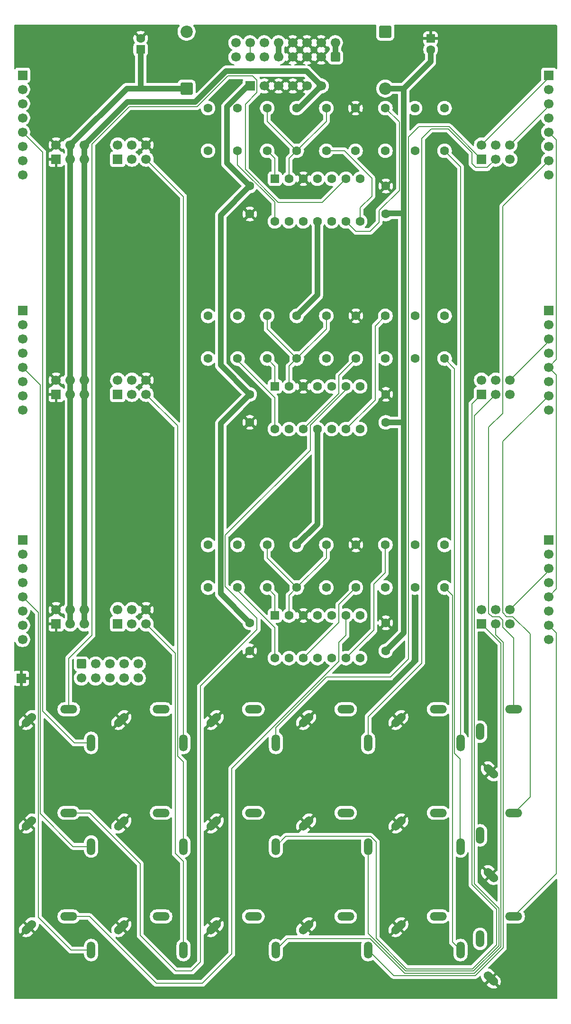
<source format=gtl>
%TF.GenerationSoftware,KiCad,Pcbnew,9.0.7*%
%TF.CreationDate,2026-02-21T19:12:40+01:00*%
%TF.ProjectId,DMH_VCLFO_v2_PCB_Main,444d485f-5643-44c4-964f-5f76325f5043,1*%
%TF.SameCoordinates,Original*%
%TF.FileFunction,Copper,L1,Top*%
%TF.FilePolarity,Positive*%
%FSLAX46Y46*%
G04 Gerber Fmt 4.6, Leading zero omitted, Abs format (unit mm)*
G04 Created by KiCad (PCBNEW 9.0.7) date 2026-02-21 19:12:40*
%MOMM*%
%LPD*%
G01*
G04 APERTURE LIST*
G04 Aperture macros list*
%AMRoundRect*
0 Rectangle with rounded corners*
0 $1 Rounding radius*
0 $2 $3 $4 $5 $6 $7 $8 $9 X,Y pos of 4 corners*
0 Add a 4 corners polygon primitive as box body*
4,1,4,$2,$3,$4,$5,$6,$7,$8,$9,$2,$3,0*
0 Add four circle primitives for the rounded corners*
1,1,$1+$1,$2,$3*
1,1,$1+$1,$4,$5*
1,1,$1+$1,$6,$7*
1,1,$1+$1,$8,$9*
0 Add four rect primitives between the rounded corners*
20,1,$1+$1,$2,$3,$4,$5,0*
20,1,$1+$1,$4,$5,$6,$7,0*
20,1,$1+$1,$6,$7,$8,$9,0*
20,1,$1+$1,$8,$9,$2,$3,0*%
%AMHorizOval*
0 Thick line with rounded ends*
0 $1 width*
0 $2 $3 position (X,Y) of the first rounded end (center of the circle)*
0 $4 $5 position (X,Y) of the second rounded end (center of the circle)*
0 Add line between two ends*
20,1,$1,$2,$3,$4,$5,0*
0 Add two circle primitives to create the rounded ends*
1,1,$1,$2,$3*
1,1,$1,$4,$5*%
G04 Aperture macros list end*
%TA.AperFunction,ComponentPad*%
%ADD10HorizOval,1.508000X-0.533159X-0.533159X0.533159X0.533159X0*%
%TD*%
%TA.AperFunction,ComponentPad*%
%ADD11O,1.508000X3.016000*%
%TD*%
%TA.AperFunction,ComponentPad*%
%ADD12O,3.016000X1.508000*%
%TD*%
%TA.AperFunction,ComponentPad*%
%ADD13R,1.700000X1.700000*%
%TD*%
%TA.AperFunction,ComponentPad*%
%ADD14C,1.700000*%
%TD*%
%TA.AperFunction,ComponentPad*%
%ADD15HorizOval,1.508000X-0.533159X0.533159X0.533159X-0.533159X0*%
%TD*%
%TA.AperFunction,ComponentPad*%
%ADD16C,1.600000*%
%TD*%
%TA.AperFunction,ComponentPad*%
%ADD17RoundRect,0.250000X0.600000X-0.600000X0.600000X0.600000X-0.600000X0.600000X-0.600000X-0.600000X0*%
%TD*%
%TA.AperFunction,ComponentPad*%
%ADD18RoundRect,0.250000X-0.550000X0.550000X-0.550000X-0.550000X0.550000X-0.550000X0.550000X0.550000X0*%
%TD*%
%TA.AperFunction,ComponentPad*%
%ADD19RoundRect,0.249999X-0.850001X0.850001X-0.850001X-0.850001X0.850001X-0.850001X0.850001X0.850001X0*%
%TD*%
%TA.AperFunction,ComponentPad*%
%ADD20C,2.200000*%
%TD*%
%TA.AperFunction,ComponentPad*%
%ADD21RoundRect,0.250000X-0.600000X0.600000X-0.600000X-0.600000X0.600000X-0.600000X0.600000X0.600000X0*%
%TD*%
%TA.AperFunction,ComponentPad*%
%ADD22RoundRect,0.250000X0.550000X-0.550000X0.550000X0.550000X-0.550000X0.550000X-0.550000X-0.550000X0*%
%TD*%
%TA.AperFunction,ComponentPad*%
%ADD23RoundRect,0.249999X0.850001X-0.850001X0.850001X0.850001X-0.850001X0.850001X-0.850001X-0.850001X0*%
%TD*%
%TA.AperFunction,Conductor*%
%ADD24C,1.000000*%
%TD*%
%TA.AperFunction,Conductor*%
%ADD25C,0.200000*%
%TD*%
G04 APERTURE END LIST*
D10*
%TO.P,J16,S*%
%TO.N,GND*%
X103653810Y-204153810D03*
D11*
%TO.P,J16,T*%
%TO.N,C_Saw_M*%
X114750000Y-208250000D03*
D12*
%TO.P,J16,TN*%
%TO.N,unconnected-(J16-PadTN)*%
X110750000Y-202250000D03*
%TD*%
D10*
%TO.P,J7,S*%
%TO.N,GND*%
X54153810Y-185653810D03*
D11*
%TO.P,J7,T*%
%TO.N,B_CV_Amt_Pot_p3_M*%
X65250000Y-189750000D03*
D12*
%TO.P,J7,TN*%
%TO.N,Net-(U2B--)*%
X61250000Y-183750000D03*
%TD*%
D10*
%TO.P,J9,S*%
%TO.N,GND*%
X87153810Y-185653810D03*
D11*
%TO.P,J9,T*%
%TO.N,B_Sqr_M*%
X98250000Y-189750000D03*
D12*
%TO.P,J9,TN*%
%TO.N,B_Out_Sqr_TN_M*%
X94250000Y-183750000D03*
%TD*%
D13*
%TO.P,J22,1,Pin_1*%
%TO.N,A_FRng_Trim_p2_M*%
X53000000Y-52000000D03*
D14*
%TO.P,J22,2,Pin_2*%
%TO.N,A_Rng_Sw_p3_M*%
X53000000Y-54540000D03*
%TO.P,J22,3,Pin_3*%
%TO.N,A_Rng_Sw_p1_M*%
X53000000Y-57080000D03*
%TO.P,J22,4,Pin_4*%
%TO.N,A_Freq_Pot_p2_M*%
X53000000Y-59620000D03*
%TO.P,J22,5,Pin_5*%
%TO.N,A_CV_Amt_Pot_p3_M*%
X53000000Y-62160000D03*
%TO.P,J22,6,Pin_6*%
%TO.N,A_CV_Amt_Pot_p2_M*%
X53000000Y-64700000D03*
%TO.P,J22,7,Pin_7*%
%TO.N,A_VOct_Trim_p3_M*%
X53000000Y-67240000D03*
%TO.P,J22,8,Pin_8*%
%TO.N,A_VOct_Trim_p12_M*%
X53000000Y-69780000D03*
%TD*%
D10*
%TO.P,J1,S*%
%TO.N,GND*%
X54153810Y-167153810D03*
D11*
%TO.P,J1,T*%
%TO.N,A_CV_Amt_Pot_p3_M*%
X65250000Y-171250000D03*
D12*
%TO.P,J1,TN*%
%TO.N,Net-(U1B--)*%
X61250000Y-165250000D03*
%TD*%
D13*
%TO.P,J32,1,Pin_1*%
%TO.N,C_FRng_Trim_p2_M*%
X53000000Y-135000000D03*
D14*
%TO.P,J32,2,Pin_2*%
%TO.N,C_Rng_Sw_p3_M*%
X53000000Y-137540000D03*
%TO.P,J32,3,Pin_3*%
%TO.N,C_Rng_Sw_p1_M*%
X53000000Y-140080000D03*
%TO.P,J32,4,Pin_4*%
%TO.N,C_Freq_Pot_p2_M*%
X53000000Y-142620000D03*
%TO.P,J32,5,Pin_5*%
%TO.N,C_CV_Amt_Pot_p3_M*%
X53000000Y-145160000D03*
%TO.P,J32,6,Pin_6*%
%TO.N,C_CV_Amt_Pot_p2_M*%
X53000000Y-147700000D03*
%TO.P,J32,7,Pin_7*%
%TO.N,C_VOct_Trim_p3_M*%
X53000000Y-150240000D03*
%TO.P,J32,8,Pin_8*%
%TO.N,C_VOct_Trim_p12_M*%
X53000000Y-152780000D03*
%TD*%
D10*
%TO.P,J15,S*%
%TO.N,GND*%
X87153810Y-204153810D03*
D11*
%TO.P,J15,T*%
%TO.N,C_Sqr_M*%
X98250000Y-208250000D03*
D12*
%TO.P,J15,TN*%
%TO.N,C_Out_Sqr_TN_M*%
X94250000Y-202250000D03*
%TD*%
D10*
%TO.P,J14,S*%
%TO.N,GND*%
X70653810Y-204153810D03*
D11*
%TO.P,J14,T*%
%TO.N,C_Sync_M*%
X81750000Y-208250000D03*
D12*
%TO.P,J14,TN*%
%TO.N,C_Sync_TN_M*%
X77750000Y-202250000D03*
%TD*%
D10*
%TO.P,J11,S*%
%TO.N,GND*%
X120153810Y-185653810D03*
D11*
%TO.P,J11,T*%
%TO.N,Net-(J11-PadT)*%
X131250000Y-189750000D03*
D12*
%TO.P,J11,TN*%
%TO.N,unconnected-(J11-PadTN)*%
X127250000Y-183750000D03*
%TD*%
D13*
%TO.P,J28,1,Pin_1*%
%TO.N,B_Rmp_M*%
X147000000Y-94000000D03*
D14*
%TO.P,J28,2,Pin_2*%
%TO.N,B_Rmp_Rnd_Sw_p2_M*%
X147000000Y-96540000D03*
%TO.P,J28,3,Pin_3*%
%TO.N,B_Rnd_M*%
X147000000Y-99080000D03*
%TO.P,J28,4,Pin_4*%
%TO.N,B_BusCV_Sw_p2_M*%
X147000000Y-101620000D03*
%TO.P,J28,5,Pin_5*%
%TO.N,Bus_CV_M*%
X147000000Y-104160000D03*
%TO.P,J28,6,Pin_6*%
%TO.N,B_Sin_M*%
X147000000Y-106700000D03*
%TO.P,J28,7,Pin_7*%
%TO.N,B_Sin_Tri_Sw_p2_M*%
X147000000Y-109240000D03*
%TO.P,J28,8,Pin_8*%
%TO.N,B_Tri_M*%
X147000000Y-111780000D03*
%TD*%
D10*
%TO.P,J4,S*%
%TO.N,GND*%
X103653810Y-167153810D03*
D11*
%TO.P,J4,T*%
%TO.N,A_Saw_M*%
X114750000Y-171250000D03*
D12*
%TO.P,J4,TN*%
%TO.N,unconnected-(J4-PadTN)*%
X110750000Y-165250000D03*
%TD*%
D10*
%TO.P,J3,S*%
%TO.N,GND*%
X87153810Y-167153810D03*
D11*
%TO.P,J3,T*%
%TO.N,A_Sqr_M*%
X98250000Y-171250000D03*
D12*
%TO.P,J3,TN*%
%TO.N,A_Out_Sqr_TN_M*%
X94250000Y-165250000D03*
%TD*%
D15*
%TO.P,J18,S*%
%TO.N,GND*%
X136653810Y-213346190D03*
D12*
%TO.P,J18,T*%
%TO.N,C_Sin_Tri_Sw_p2_M*%
X140750000Y-202250000D03*
D11*
%TO.P,J18,TN*%
%TO.N,C_Out_Sin_Tri_TN_M*%
X134750000Y-206250000D03*
%TD*%
D10*
%TO.P,J13,S*%
%TO.N,GND*%
X54153810Y-204153810D03*
D11*
%TO.P,J13,T*%
%TO.N,C_CV_Amt_Pot_p3_M*%
X65250000Y-208250000D03*
D12*
%TO.P,J13,TN*%
%TO.N,Net-(U3B--)*%
X61250000Y-202250000D03*
%TD*%
D10*
%TO.P,J2,S*%
%TO.N,GND*%
X70653810Y-167153810D03*
D11*
%TO.P,J2,T*%
%TO.N,A_Sync_M*%
X81750000Y-171250000D03*
D12*
%TO.P,J2,TN*%
%TO.N,A_Sync_TN_M*%
X77750000Y-165250000D03*
%TD*%
D10*
%TO.P,J8,S*%
%TO.N,GND*%
X70653810Y-185653810D03*
D11*
%TO.P,J8,T*%
%TO.N,B_Sync_M*%
X81750000Y-189750000D03*
D12*
%TO.P,J8,TN*%
%TO.N,B_Sync_TN_M*%
X77750000Y-183750000D03*
%TD*%
D13*
%TO.P,J23,1,Pin_1*%
%TO.N,A_Rmp_M*%
X147000000Y-52000000D03*
D14*
%TO.P,J23,2,Pin_2*%
%TO.N,A_Rmp_Rnd_Sw_p2_M*%
X147000000Y-54540000D03*
%TO.P,J23,3,Pin_3*%
%TO.N,A_Rnd_M*%
X147000000Y-57080000D03*
%TO.P,J23,4,Pin_4*%
%TO.N,A_BusCV_Sw_p2_M*%
X147000000Y-59620000D03*
%TO.P,J23,5,Pin_5*%
%TO.N,Bus_CV_M*%
X147000000Y-62160000D03*
%TO.P,J23,6,Pin_6*%
%TO.N,A_Sin_M*%
X147000000Y-64700000D03*
%TO.P,J23,7,Pin_7*%
%TO.N,A_Sin_Tri_Sw_p2_M*%
X147000000Y-67240000D03*
%TO.P,J23,8,Pin_8*%
%TO.N,A_Tri_M*%
X147000000Y-69780000D03*
%TD*%
D10*
%TO.P,J5,S*%
%TO.N,GND*%
X120153810Y-167153810D03*
D11*
%TO.P,J5,T*%
%TO.N,Net-(J5-PadT)*%
X131250000Y-171250000D03*
D12*
%TO.P,J5,TN*%
%TO.N,unconnected-(J5-PadTN)*%
X127250000Y-165250000D03*
%TD*%
D15*
%TO.P,J12,S*%
%TO.N,GND*%
X136653810Y-194846190D03*
D12*
%TO.P,J12,T*%
%TO.N,B_Sin_Tri_Sw_p2_M*%
X140750000Y-183750000D03*
D11*
%TO.P,J12,TN*%
%TO.N,B_Out_Sin_Tri_TN_M*%
X134750000Y-187750000D03*
%TD*%
D15*
%TO.P,J6,S*%
%TO.N,GND*%
X136653810Y-176346190D03*
D12*
%TO.P,J6,T*%
%TO.N,A_Sin_Tri_Sw_p2_M*%
X140750000Y-165250000D03*
D11*
%TO.P,J6,TN*%
%TO.N,A_Out_Sin_Tri_TN_M*%
X134750000Y-169250000D03*
%TD*%
D10*
%TO.P,J17,S*%
%TO.N,GND*%
X120153810Y-204153810D03*
D11*
%TO.P,J17,T*%
%TO.N,Net-(J17-PadT)*%
X131250000Y-208250000D03*
D12*
%TO.P,J17,TN*%
%TO.N,unconnected-(J17-PadTN)*%
X127250000Y-202250000D03*
%TD*%
D13*
%TO.P,J27,1,Pin_1*%
%TO.N,B_FRng_Trim_p2_M*%
X53000000Y-94000000D03*
D14*
%TO.P,J27,2,Pin_2*%
%TO.N,B_Rng_Sw_p3_M*%
X53000000Y-96540000D03*
%TO.P,J27,3,Pin_3*%
%TO.N,B_Rng_Sw_p1_M*%
X53000000Y-99080000D03*
%TO.P,J27,4,Pin_4*%
%TO.N,B_Freq_Pot_p2_M*%
X53000000Y-101620000D03*
%TO.P,J27,5,Pin_5*%
%TO.N,B_CV_Amt_Pot_p3_M*%
X53000000Y-104160000D03*
%TO.P,J27,6,Pin_6*%
%TO.N,B_CV_Amt_Pot_p2_M*%
X53000000Y-106700000D03*
%TO.P,J27,7,Pin_7*%
%TO.N,B_VOct_Trim_p3_M*%
X53000000Y-109240000D03*
%TO.P,J27,8,Pin_8*%
%TO.N,B_VOct_Trim_p12_M*%
X53000000Y-111780000D03*
%TD*%
D13*
%TO.P,J33,1,Pin_1*%
%TO.N,C_Rmp_M*%
X147000000Y-135000000D03*
D14*
%TO.P,J33,2,Pin_2*%
%TO.N,C_Rmp_Rnd_Sw_p2_M*%
X147000000Y-137540000D03*
%TO.P,J33,3,Pin_3*%
%TO.N,C_Rnd_M*%
X147000000Y-140080000D03*
%TO.P,J33,4,Pin_4*%
%TO.N,C_BusCV_Sw_p2_M*%
X147000000Y-142620000D03*
%TO.P,J33,5,Pin_5*%
%TO.N,Bus_CV_M*%
X147000000Y-145160000D03*
%TO.P,J33,6,Pin_6*%
%TO.N,C_Sin_M*%
X147000000Y-147700000D03*
%TO.P,J33,7,Pin_7*%
%TO.N,C_Sin_Tri_Sw_p2_M*%
X147000000Y-150240000D03*
%TO.P,J33,8,Pin_8*%
%TO.N,C_Tri_M*%
X147000000Y-152780000D03*
%TD*%
D13*
%TO.P,J52,1,Pin_1*%
%TO.N,+12V*%
X93675000Y-53925000D03*
D14*
%TO.P,J52,2,Pin_2*%
%TO.N,GND*%
X96215000Y-53925000D03*
%TO.P,J52,3,Pin_3*%
X98755000Y-53925000D03*
%TO.P,J52,4,Pin_4*%
X101295000Y-53925000D03*
%TO.P,J52,5,Pin_5*%
X103835000Y-53925000D03*
%TO.P,J52,6,Pin_6*%
%TO.N,-12V*%
X106375000Y-53925000D03*
%TD*%
D10*
%TO.P,J10,S*%
%TO.N,GND*%
X103653810Y-185653810D03*
D11*
%TO.P,J10,T*%
%TO.N,B_Saw_M*%
X114750000Y-189750000D03*
D12*
%TO.P,J10,TN*%
%TO.N,unconnected-(J10-PadTN)*%
X110750000Y-183750000D03*
%TD*%
D16*
%TO.P,C60,1*%
%TO.N,GND*%
X117900000Y-71800000D03*
%TO.P,C60,2*%
%TO.N,-12V*%
X117900000Y-76800000D03*
%TD*%
%TO.P,R27,1*%
%TO.N,B_CV_Amt_Pot_p3_M*%
X117836406Y-102610000D03*
%TO.P,R27,2*%
%TO.N,Net-(U2C--)*%
X117836406Y-94990000D03*
%TD*%
%TO.P,R42,1*%
%TO.N,Net-(U3C--)*%
X123118203Y-135890000D03*
%TO.P,R42,2*%
%TO.N,Net-(R40-Pad2)*%
X123118203Y-143510000D03*
%TD*%
%TO.P,R37,1*%
%TO.N,C_BusCV_Sw_p2_M*%
X112554609Y-143510000D03*
%TO.P,R37,2*%
%TO.N,GND*%
X112554609Y-135890000D03*
%TD*%
%TO.P,C56,1*%
%TO.N,+12V*%
X93600000Y-71800000D03*
%TO.P,C56,2*%
%TO.N,GND*%
X93600000Y-76800000D03*
%TD*%
%TO.P,R8,1*%
%TO.N,Net-(U1C--)*%
X123118203Y-57890000D03*
%TO.P,R8,2*%
%TO.N,Net-(R6-Pad2)*%
X123118203Y-65510000D03*
%TD*%
%TO.P,R34,1*%
%TO.N,B_Rmp_Rnd_Sw_p2_M*%
X128400000Y-94990000D03*
%TO.P,R34,2*%
%TO.N,Net-(J11-PadT)*%
X128400000Y-102610000D03*
%TD*%
%TO.P,R3,1*%
%TO.N,A_BusCV_Sw_p2_M*%
X112500000Y-65510000D03*
%TO.P,R3,2*%
%TO.N,GND*%
X112500000Y-57890000D03*
%TD*%
D17*
%TO.P,J100,1a,Pin_1a*%
%TO.N,Net-(D25-K)*%
X108890000Y-48752500D03*
D14*
%TO.P,J100,1b,Pin_1b*%
X108890000Y-46212500D03*
%TO.P,J100,2a,Pin_2a*%
%TO.N,GND*%
X106350000Y-48752500D03*
%TO.P,J100,2b,Pin_2b*%
X106350000Y-46212500D03*
%TO.P,J100,3a,Pin_3a*%
X103810000Y-48752500D03*
%TO.P,J100,3b,Pin_3b*%
X103810000Y-46212500D03*
%TO.P,J100,4a,Pin_4a*%
X101270000Y-48752500D03*
%TO.P,J100,4b,Pin_4b*%
X101270000Y-46212500D03*
%TO.P,J100,5a,Pin_5a*%
%TO.N,Net-(D26-A)*%
X98730000Y-48752500D03*
%TO.P,J100,5b,Pin_5b*%
X98730000Y-46212500D03*
%TO.P,J100,6a,Pin_6a*%
%TO.N,unconnected-(J100-Pin_6a-Pad6a)*%
X96190000Y-48752500D03*
%TO.P,J100,6b,Pin_6b*%
%TO.N,unconnected-(J100-Pin_6b-Pad6b)*%
X96190000Y-46212500D03*
%TO.P,J100,7a,Pin_7a*%
%TO.N,Bus_CV_M*%
X93650000Y-48752500D03*
%TO.P,J100,7b,Pin_7b*%
X93650000Y-46212500D03*
%TO.P,J100,8a,Pin_8a*%
%TO.N,unconnected-(J100-Pin_8a-Pad8a)*%
X91110000Y-48752500D03*
%TO.P,J100,8b,Pin_8b*%
%TO.N,unconnected-(J100-Pin_8b-Pad8b)*%
X91110000Y-46212500D03*
%TD*%
D16*
%TO.P,C62,1*%
%TO.N,GND*%
X117900000Y-149800000D03*
%TO.P,C62,2*%
%TO.N,-12V*%
X117900000Y-154800000D03*
%TD*%
%TO.P,R17,1*%
%TO.N,A_Rmp_Rnd_Sw_p2_M*%
X128400000Y-57890000D03*
%TO.P,R17,2*%
%TO.N,Net-(J5-PadT)*%
X128400000Y-65510000D03*
%TD*%
%TO.P,R19,1*%
%TO.N,Net-(U2A--)*%
X91427421Y-94990000D03*
%TO.P,R19,2*%
%TO.N,Net-(U2D--)*%
X91427421Y-102610000D03*
%TD*%
%TO.P,C58,1*%
%TO.N,+12V*%
X93600000Y-149800000D03*
%TO.P,C58,2*%
%TO.N,GND*%
X93600000Y-154800000D03*
%TD*%
D13*
%TO.P,J53,1,Pin_1*%
%TO.N,GND*%
X52800000Y-159700000D03*
%TD*%
D16*
%TO.P,R51,1*%
%TO.N,C_Rmp_Rnd_Sw_p2_M*%
X128400000Y-135890000D03*
%TO.P,R51,2*%
%TO.N,Net-(J17-PadT)*%
X128400000Y-143510000D03*
%TD*%
%TO.P,R36,1*%
%TO.N,Net-(U3A--)*%
X91427421Y-135890000D03*
%TO.P,R36,2*%
%TO.N,Net-(U3D--)*%
X91427421Y-143510000D03*
%TD*%
D18*
%TO.P,U2,1*%
%TO.N,B_VOct_Trim_p12_M*%
X98085000Y-107590000D03*
D16*
%TO.P,U2,2,-*%
%TO.N,Net-(U2A--)*%
X100625000Y-107590000D03*
%TO.P,U2,3,+*%
%TO.N,GND*%
X103165000Y-107590000D03*
%TO.P,U2,4,V+*%
%TO.N,+12V*%
X105705000Y-107590000D03*
%TO.P,U2,5,+*%
%TO.N,B_FRng_Trim_p2_M*%
X108245000Y-107590000D03*
%TO.P,U2,6,-*%
%TO.N,Net-(U2B--)*%
X110785000Y-107590000D03*
%TO.P,U2,7*%
X113325000Y-107590000D03*
%TO.P,U2,8*%
%TO.N,Net-(R23-Pad2)*%
X113325000Y-115210000D03*
%TO.P,U2,9,-*%
%TO.N,Net-(U2C--)*%
X110785000Y-115210000D03*
%TO.P,U2,10,+*%
%TO.N,B_CV_Amt_Pot_p2_M*%
X108245000Y-115210000D03*
%TO.P,U2,11,V-*%
%TO.N,-12V*%
X105705000Y-115210000D03*
%TO.P,U2,12,+*%
%TO.N,B_BusCV_Sw_p2_M*%
X103165000Y-115210000D03*
%TO.P,U2,13,-*%
%TO.N,Net-(U2D--)*%
X100625000Y-115210000D03*
%TO.P,U2,14*%
X98085000Y-115210000D03*
%TD*%
D19*
%TO.P,D25,1,K*%
%TO.N,Net-(D25-K)*%
X117800000Y-44220000D03*
D20*
%TO.P,D25,2,A*%
%TO.N,-12V*%
X117800000Y-54380000D03*
%TD*%
D16*
%TO.P,R2,1*%
%TO.N,Net-(U1A--)*%
X91427421Y-57890000D03*
%TO.P,R2,2*%
%TO.N,Net-(U1D--)*%
X91427421Y-65510000D03*
%TD*%
D21*
%TO.P,J21,1,Pin_1*%
%TO.N,B_Sync_TN_M*%
X63520000Y-157147500D03*
D14*
%TO.P,J21,2,Pin_2*%
%TO.N,B_Out_Sqr_TN_M*%
X66060000Y-157147500D03*
%TO.P,J21,3,Pin_3*%
%TO.N,A_Sync_TN_M*%
X68600000Y-157147500D03*
%TO.P,J21,4,Pin_4*%
%TO.N,A_Out_Sqr_TN_M*%
X71140000Y-157147500D03*
%TO.P,J21,5,Pin_5*%
%TO.N,A_Out_Sin_Tri_TN_M*%
X73680000Y-157147500D03*
%TO.P,J21,6,Pin_6*%
%TO.N,C_Sync_TN_M*%
X63520000Y-159687500D03*
%TO.P,J21,7,Pin_7*%
%TO.N,C_Out_Sqr_TN_M*%
X66060000Y-159687500D03*
%TO.P,J21,8,Pin_8*%
%TO.N,C_Out_Sin_Tri_TN_M*%
X68600000Y-159687500D03*
%TO.P,J21,9,Pin_9*%
%TO.N,B_Out_Sin_Tri_TN_M*%
X71140000Y-159687500D03*
%TO.P,J21,10,Pin_10*%
%TO.N,unconnected-(J21-Pin_10-Pad10)*%
X73680000Y-159687500D03*
%TD*%
D16*
%TO.P,C57,1*%
%TO.N,+12V*%
X93600000Y-109000000D03*
%TO.P,C57,2*%
%TO.N,GND*%
X93600000Y-114000000D03*
%TD*%
%TO.P,R44,1*%
%TO.N,C_CV_Amt_Pot_p3_M*%
X117836406Y-143510000D03*
%TO.P,R44,2*%
%TO.N,Net-(U3C--)*%
X117836406Y-135890000D03*
%TD*%
%TO.P,R5,1*%
%TO.N,Net-(U1A--)*%
X96709218Y-57890000D03*
%TO.P,R5,2*%
%TO.N,A_VOct_Trim_p12_M*%
X96709218Y-65510000D03*
%TD*%
D13*
%TO.P,J49,1,Pin_1*%
%TO.N,C_VOct_Trim_p3_M*%
X70000000Y-150000000D03*
D14*
%TO.P,J49,2,Pin_2*%
%TO.N,C_Rng_Sw_p1_M*%
X70000000Y-147460000D03*
%TO.P,J49,3,Pin_3*%
%TO.N,unconnected-(J49-Pin_3-Pad3)*%
X72540000Y-150000000D03*
%TO.P,J49,4,Pin_4*%
%TO.N,C_Rng_Sw_p3_M*%
X72540000Y-147460000D03*
%TO.P,J49,5,Pin_5*%
%TO.N,C_Sync_M*%
X75080000Y-150000000D03*
%TO.P,J49,6,Pin_6*%
%TO.N,GND*%
X75080000Y-147460000D03*
%TD*%
D16*
%TO.P,R22,1*%
%TO.N,Net-(U2A--)*%
X96709218Y-94990000D03*
%TO.P,R22,2*%
%TO.N,B_VOct_Trim_p12_M*%
X96709218Y-102610000D03*
%TD*%
D22*
%TO.P,C55,1*%
%TO.N,+12V*%
X74100000Y-47400000D03*
D16*
%TO.P,C55,2*%
%TO.N,GND*%
X74100000Y-45400000D03*
%TD*%
D13*
%TO.P,J41,1,Pin_1*%
%TO.N,GND*%
X59000000Y-109000000D03*
D14*
%TO.P,J41,2,Pin_2*%
X59000000Y-106460000D03*
%TO.P,J41,3,Pin_3*%
%TO.N,+12V*%
X61540000Y-109000000D03*
%TO.P,J41,4,Pin_4*%
X61540000Y-106460000D03*
%TO.P,J41,5,Pin_5*%
%TO.N,-12V*%
X64080000Y-109000000D03*
%TO.P,J41,6,Pin_6*%
X64080000Y-106460000D03*
%TD*%
D16*
%TO.P,R4,1*%
%TO.N,Net-(U1A--)*%
X86145624Y-57890000D03*
%TO.P,R4,2*%
%TO.N,A_Freq_Pot_p2_M*%
X86145624Y-65510000D03*
%TD*%
%TO.P,R35,1*%
%TO.N,-12V*%
X101991015Y-135890000D03*
%TO.P,R35,2*%
%TO.N,Net-(U3A--)*%
X101991015Y-143510000D03*
%TD*%
D13*
%TO.P,J37,1,Pin_1*%
%TO.N,A_VOct_Trim_p3_M*%
X70000000Y-67000000D03*
D14*
%TO.P,J37,2,Pin_2*%
%TO.N,A_Rng_Sw_p1_M*%
X70000000Y-64460000D03*
%TO.P,J37,3,Pin_3*%
%TO.N,unconnected-(J37-Pin_3-Pad3)*%
X72540000Y-67000000D03*
%TO.P,J37,4,Pin_4*%
%TO.N,A_Rng_Sw_p3_M*%
X72540000Y-64460000D03*
%TO.P,J37,5,Pin_5*%
%TO.N,A_Sync_M*%
X75080000Y-67000000D03*
%TO.P,J37,6,Pin_6*%
%TO.N,GND*%
X75080000Y-64460000D03*
%TD*%
D18*
%TO.P,U3,1*%
%TO.N,C_VOct_Trim_p12_M*%
X98085000Y-148490000D03*
D16*
%TO.P,U3,2,-*%
%TO.N,Net-(U3A--)*%
X100625000Y-148490000D03*
%TO.P,U3,3,+*%
%TO.N,GND*%
X103165000Y-148490000D03*
%TO.P,U3,4,V+*%
%TO.N,+12V*%
X105705000Y-148490000D03*
%TO.P,U3,5,+*%
%TO.N,C_FRng_Trim_p2_M*%
X108245000Y-148490000D03*
%TO.P,U3,6,-*%
%TO.N,Net-(U3B--)*%
X110785000Y-148490000D03*
%TO.P,U3,7*%
X113325000Y-148490000D03*
%TO.P,U3,8*%
%TO.N,Net-(R40-Pad2)*%
X113325000Y-156110000D03*
%TO.P,U3,9,-*%
%TO.N,Net-(U3C--)*%
X110785000Y-156110000D03*
%TO.P,U3,10,+*%
%TO.N,C_CV_Amt_Pot_p2_M*%
X108245000Y-156110000D03*
%TO.P,U3,11,V-*%
%TO.N,-12V*%
X105705000Y-156110000D03*
%TO.P,U3,12,+*%
%TO.N,C_BusCV_Sw_p2_M*%
X103165000Y-156110000D03*
%TO.P,U3,13,-*%
%TO.N,Net-(U3D--)*%
X100625000Y-156110000D03*
%TO.P,U3,14*%
X98085000Y-156110000D03*
%TD*%
%TO.P,R23,1*%
%TO.N,Net-(U2A--)*%
X107272812Y-94990000D03*
%TO.P,R23,2*%
%TO.N,Net-(R23-Pad2)*%
X107272812Y-102610000D03*
%TD*%
%TO.P,R40,1*%
%TO.N,Net-(U3A--)*%
X107272812Y-135890000D03*
%TO.P,R40,2*%
%TO.N,Net-(R40-Pad2)*%
X107272812Y-143510000D03*
%TD*%
%TO.P,R20,1*%
%TO.N,B_BusCV_Sw_p2_M*%
X112554609Y-102610000D03*
%TO.P,R20,2*%
%TO.N,GND*%
X112554609Y-94990000D03*
%TD*%
%TO.P,R1,1*%
%TO.N,-12V*%
X101991015Y-57890000D03*
%TO.P,R1,2*%
%TO.N,Net-(U1A--)*%
X101991015Y-65510000D03*
%TD*%
D13*
%TO.P,J39,1,Pin_1*%
%TO.N,A_Sqr_M*%
X135000000Y-67000000D03*
D14*
%TO.P,J39,2,Pin_2*%
%TO.N,A_Rmp_M*%
X135000000Y-64460000D03*
%TO.P,J39,3,Pin_3*%
%TO.N,A_Saw_M*%
X137540000Y-67000000D03*
%TO.P,J39,4,Pin_4*%
%TO.N,A_Sin_M*%
X137540000Y-64460000D03*
%TO.P,J39,5,Pin_5*%
%TO.N,A_Tri_M*%
X140080000Y-67000000D03*
%TO.P,J39,6,Pin_6*%
%TO.N,A_Rnd_M*%
X140080000Y-64460000D03*
%TD*%
D23*
%TO.P,D26,1,K*%
%TO.N,+12V*%
X82300000Y-54380000D03*
D20*
%TO.P,D26,2,A*%
%TO.N,Net-(D26-A)*%
X82300000Y-44220000D03*
%TD*%
D16*
%TO.P,R10,1*%
%TO.N,A_CV_Amt_Pot_p3_M*%
X117836406Y-65510000D03*
%TO.P,R10,2*%
%TO.N,Net-(U1C--)*%
X117836406Y-57890000D03*
%TD*%
%TO.P,R18,1*%
%TO.N,-12V*%
X101991015Y-94990000D03*
%TO.P,R18,2*%
%TO.N,Net-(U2A--)*%
X101991015Y-102610000D03*
%TD*%
%TO.P,R21,1*%
%TO.N,Net-(U2A--)*%
X86145624Y-94990000D03*
%TO.P,R21,2*%
%TO.N,B_Freq_Pot_p2_M*%
X86145624Y-102610000D03*
%TD*%
D18*
%TO.P,U1,1*%
%TO.N,A_VOct_Trim_p12_M*%
X98085000Y-70490000D03*
D16*
%TO.P,U1,2,-*%
%TO.N,Net-(U1A--)*%
X100625000Y-70490000D03*
%TO.P,U1,3,+*%
%TO.N,GND*%
X103165000Y-70490000D03*
%TO.P,U1,4,V+*%
%TO.N,+12V*%
X105705000Y-70490000D03*
%TO.P,U1,5,+*%
%TO.N,A_FRng_Trim_p2_M*%
X108245000Y-70490000D03*
%TO.P,U1,6,-*%
%TO.N,Net-(U1B--)*%
X110785000Y-70490000D03*
%TO.P,U1,7*%
X113325000Y-70490000D03*
%TO.P,U1,8*%
%TO.N,Net-(R6-Pad2)*%
X113325000Y-78110000D03*
%TO.P,U1,9,-*%
%TO.N,Net-(U1C--)*%
X110785000Y-78110000D03*
%TO.P,U1,10,+*%
%TO.N,A_CV_Amt_Pot_p2_M*%
X108245000Y-78110000D03*
%TO.P,U1,11,V-*%
%TO.N,-12V*%
X105705000Y-78110000D03*
%TO.P,U1,12,+*%
%TO.N,A_BusCV_Sw_p2_M*%
X103165000Y-78110000D03*
%TO.P,U1,13,-*%
%TO.N,Net-(U1D--)*%
X100625000Y-78110000D03*
%TO.P,U1,14*%
X98085000Y-78110000D03*
%TD*%
%TO.P,C61,1*%
%TO.N,GND*%
X117900000Y-109000000D03*
%TO.P,C61,2*%
%TO.N,-12V*%
X117900000Y-114000000D03*
%TD*%
%TO.P,R6,1*%
%TO.N,Net-(U1A--)*%
X107272812Y-57890000D03*
%TO.P,R6,2*%
%TO.N,Net-(R6-Pad2)*%
X107272812Y-65510000D03*
%TD*%
D18*
%TO.P,C59,1*%
%TO.N,GND*%
X125900000Y-45444888D03*
D16*
%TO.P,C59,2*%
%TO.N,-12V*%
X125900000Y-47444888D03*
%TD*%
D13*
%TO.P,J43,1,Pin_1*%
%TO.N,B_VOct_Trim_p3_M*%
X70000000Y-109000000D03*
D14*
%TO.P,J43,2,Pin_2*%
%TO.N,B_Rng_Sw_p1_M*%
X70000000Y-106460000D03*
%TO.P,J43,3,Pin_3*%
%TO.N,unconnected-(J43-Pin_3-Pad3)*%
X72540000Y-109000000D03*
%TO.P,J43,4,Pin_4*%
%TO.N,B_Rng_Sw_p3_M*%
X72540000Y-106460000D03*
%TO.P,J43,5,Pin_5*%
%TO.N,B_Sync_M*%
X75080000Y-109000000D03*
%TO.P,J43,6,Pin_6*%
%TO.N,GND*%
X75080000Y-106460000D03*
%TD*%
D13*
%TO.P,J35,1,Pin_1*%
%TO.N,GND*%
X59000000Y-67000000D03*
D14*
%TO.P,J35,2,Pin_2*%
X59000000Y-64460000D03*
%TO.P,J35,3,Pin_3*%
%TO.N,+12V*%
X61540000Y-67000000D03*
%TO.P,J35,4,Pin_4*%
X61540000Y-64460000D03*
%TO.P,J35,5,Pin_5*%
%TO.N,-12V*%
X64080000Y-67000000D03*
%TO.P,J35,6,Pin_6*%
X64080000Y-64460000D03*
%TD*%
D13*
%TO.P,J45,1,Pin_1*%
%TO.N,B_Sqr_M*%
X135000000Y-109000000D03*
D14*
%TO.P,J45,2,Pin_2*%
%TO.N,B_Rmp_M*%
X135000000Y-106460000D03*
%TO.P,J45,3,Pin_3*%
%TO.N,B_Saw_M*%
X137540000Y-109000000D03*
%TO.P,J45,4,Pin_4*%
%TO.N,B_Sin_M*%
X137540000Y-106460000D03*
%TO.P,J45,5,Pin_5*%
%TO.N,B_Tri_M*%
X140080000Y-109000000D03*
%TO.P,J45,6,Pin_6*%
%TO.N,B_Rnd_M*%
X140080000Y-106460000D03*
%TD*%
D16*
%TO.P,R38,1*%
%TO.N,Net-(U3A--)*%
X86145624Y-135890000D03*
%TO.P,R38,2*%
%TO.N,C_Freq_Pot_p2_M*%
X86145624Y-143510000D03*
%TD*%
%TO.P,R39,1*%
%TO.N,Net-(U3A--)*%
X96709218Y-135890000D03*
%TO.P,R39,2*%
%TO.N,C_VOct_Trim_p12_M*%
X96709218Y-143510000D03*
%TD*%
D13*
%TO.P,J47,1,Pin_1*%
%TO.N,GND*%
X59000000Y-150000000D03*
D14*
%TO.P,J47,2,Pin_2*%
X59000000Y-147460000D03*
%TO.P,J47,3,Pin_3*%
%TO.N,+12V*%
X61540000Y-150000000D03*
%TO.P,J47,4,Pin_4*%
X61540000Y-147460000D03*
%TO.P,J47,5,Pin_5*%
%TO.N,-12V*%
X64080000Y-150000000D03*
%TO.P,J47,6,Pin_6*%
X64080000Y-147460000D03*
%TD*%
D16*
%TO.P,R25,1*%
%TO.N,Net-(U2C--)*%
X123118203Y-94990000D03*
%TO.P,R25,2*%
%TO.N,Net-(R23-Pad2)*%
X123118203Y-102610000D03*
%TD*%
D13*
%TO.P,J51,1,Pin_1*%
%TO.N,C_Sqr_M*%
X135000000Y-150000000D03*
D14*
%TO.P,J51,2,Pin_2*%
%TO.N,C_Rmp_M*%
X135000000Y-147460000D03*
%TO.P,J51,3,Pin_3*%
%TO.N,C_Saw_M*%
X137540000Y-150000000D03*
%TO.P,J51,4,Pin_4*%
%TO.N,C_Sin_M*%
X137540000Y-147460000D03*
%TO.P,J51,5,Pin_5*%
%TO.N,C_Tri_M*%
X140080000Y-150000000D03*
%TO.P,J51,6,Pin_6*%
%TO.N,C_Rnd_M*%
X140080000Y-147460000D03*
%TD*%
D24*
%TO.N,+12V*%
X61540000Y-106460000D02*
X61540000Y-67000000D01*
X74100000Y-47400000D02*
X74100000Y-54380000D01*
X93222343Y-53925000D02*
X93675000Y-53925000D01*
X89500000Y-67700000D02*
X89500000Y-57647343D01*
X93600000Y-109000000D02*
X88400000Y-103800000D01*
X61540000Y-64460000D02*
X71620000Y-54380000D01*
X88400000Y-77000000D02*
X93600000Y-71800000D01*
X88400000Y-144600000D02*
X88400000Y-114200000D01*
X93600000Y-149800000D02*
X88400000Y-144600000D01*
X82300000Y-54380000D02*
X78980000Y-54380000D01*
X93600000Y-71800000D02*
X89500000Y-67700000D01*
X88400000Y-114200000D02*
X93600000Y-109000000D01*
X74100000Y-54380000D02*
X78980000Y-54380000D01*
X61540000Y-147460000D02*
X61540000Y-150000000D01*
X61540000Y-106460000D02*
X61540000Y-109000000D01*
X61540000Y-67000000D02*
X61540000Y-64460000D01*
X61540000Y-109000000D02*
X61540000Y-147460000D01*
X89500000Y-57647343D02*
X93222343Y-53925000D01*
X88400000Y-103800000D02*
X88400000Y-77000000D01*
X71620000Y-54380000D02*
X74100000Y-54380000D01*
%TO.N,Net-(D25-K)*%
X108890000Y-48752500D02*
X108890000Y-46212500D01*
%TO.N,Net-(D26-A)*%
X98730000Y-48752500D02*
X98730000Y-46212500D01*
%TO.N,-12V*%
X121120000Y-73580000D02*
X121120000Y-54380000D01*
X105705000Y-78110000D02*
X105705000Y-91276015D01*
X64080000Y-147460000D02*
X64080000Y-109000000D01*
X64080000Y-67000000D02*
X64080000Y-64460000D01*
X89367214Y-51300000D02*
X83868214Y-56799000D01*
X103750000Y-51300000D02*
X89367214Y-51300000D01*
X117800000Y-54380000D02*
X121120000Y-54380000D01*
X118000000Y-76700000D02*
X121120000Y-76700000D01*
X117900000Y-154800000D02*
X121120000Y-151580000D01*
X121120000Y-110780000D02*
X121120000Y-73580000D01*
X105705000Y-91276015D02*
X101991015Y-94990000D01*
X83868214Y-56799000D02*
X71741000Y-56799000D01*
X106375000Y-53925000D02*
X102410000Y-57890000D01*
X102410000Y-57890000D02*
X101991015Y-57890000D01*
X64080000Y-150000000D02*
X64080000Y-147460000D01*
X106375000Y-53925000D02*
X103750000Y-51300000D01*
X117900000Y-76800000D02*
X118000000Y-76700000D01*
X117900000Y-114000000D02*
X121120000Y-114000000D01*
X64080000Y-106460000D02*
X64080000Y-109000000D01*
X121120000Y-151580000D02*
X121120000Y-110780000D01*
X105705000Y-115210000D02*
X105705000Y-132176015D01*
X71741000Y-56799000D02*
X64080000Y-64460000D01*
X64080000Y-67000000D02*
X64080000Y-106460000D01*
X121120000Y-54380000D02*
X125900000Y-49600000D01*
X105705000Y-132176015D02*
X101991015Y-135890000D01*
X125900000Y-49600000D02*
X125900000Y-47444888D01*
D25*
%TO.N,A_CV_Amt_Pot_p3_M*%
X56600000Y-165600000D02*
X56600000Y-65760000D01*
X65250000Y-171250000D02*
X62250000Y-171250000D01*
X62250000Y-171250000D02*
X56600000Y-165600000D01*
X56600000Y-65760000D02*
X53000000Y-62160000D01*
%TO.N,Net-(U1B--)*%
X106575000Y-74700000D02*
X110785000Y-70490000D01*
X84200000Y-57600000D02*
X89699000Y-52101000D01*
X94900000Y-52891760D02*
X94900000Y-55100000D01*
X65400000Y-64272786D02*
X72072786Y-57600000D01*
X89699000Y-52101000D02*
X94109240Y-52101000D01*
X94900000Y-55100000D02*
X92800000Y-57200000D01*
X92800000Y-68832900D02*
X98667100Y-74700000D01*
X94109240Y-52101000D02*
X94900000Y-52891760D01*
X61250000Y-156150000D02*
X65400000Y-152000000D01*
X72072786Y-57600000D02*
X84200000Y-57600000D01*
X61250000Y-165250000D02*
X61250000Y-156150000D01*
X98667100Y-74700000D02*
X106575000Y-74700000D01*
X65400000Y-152000000D02*
X65400000Y-64272786D01*
X92800000Y-57200000D02*
X92800000Y-68832900D01*
%TO.N,A_Sync_M*%
X81750000Y-73670000D02*
X81750000Y-171250000D01*
X75080000Y-67000000D02*
X81750000Y-73670000D01*
%TO.N,A_Sqr_M*%
X118700000Y-159500000D02*
X121921000Y-156279000D01*
X121921000Y-156279000D02*
X121921000Y-63079000D01*
X121921000Y-63079000D02*
X123800000Y-61200000D01*
X123800000Y-61200000D02*
X129200000Y-61200000D01*
X98250000Y-168517100D02*
X107267100Y-159500000D01*
X107267100Y-159500000D02*
X118700000Y-159500000D01*
X129200000Y-61200000D02*
X135000000Y-67000000D01*
X98250000Y-171250000D02*
X98250000Y-168517100D01*
%TO.N,A_Saw_M*%
X134000000Y-68500000D02*
X136040000Y-68500000D01*
X124300000Y-157000000D02*
X124300000Y-63300000D01*
X133300000Y-65867100D02*
X133300000Y-67800000D01*
X114750000Y-171250000D02*
X114750000Y-166550000D01*
X136040000Y-68500000D02*
X137540000Y-67000000D01*
X125999000Y-61601000D02*
X129033900Y-61601000D01*
X114750000Y-166550000D02*
X124300000Y-157000000D01*
X133300000Y-67800000D02*
X134000000Y-68500000D01*
X124300000Y-63300000D02*
X125999000Y-61601000D01*
X129033900Y-61601000D02*
X133300000Y-65867100D01*
%TO.N,Net-(J5-PadT)*%
X128400000Y-65510000D02*
X131250000Y-68360000D01*
X131250000Y-68360000D02*
X131250000Y-171250000D01*
%TO.N,A_Sin_Tri_Sw_p2_M*%
X136300000Y-148100000D02*
X136900000Y-148700000D01*
X138800000Y-149300000D02*
X138800000Y-150600000D01*
X138200000Y-148700000D02*
X138800000Y-149300000D01*
X138800000Y-112400000D02*
X136300000Y-114900000D01*
X140750000Y-152550000D02*
X140750000Y-165250000D01*
X136900000Y-148700000D02*
X138200000Y-148700000D01*
X147000000Y-67240000D02*
X138800000Y-75440000D01*
X138800000Y-150600000D02*
X140750000Y-152550000D01*
X138800000Y-75440000D02*
X138800000Y-112400000D01*
X136300000Y-114900000D02*
X136300000Y-148100000D01*
%TO.N,Net-(U2B--)*%
X61250000Y-183750000D02*
X64950000Y-183750000D01*
X83200000Y-212000000D02*
X84800000Y-210400000D01*
X84800000Y-210400000D02*
X84800000Y-161100000D01*
X84800000Y-161100000D02*
X94900000Y-151000000D01*
X74000000Y-192800000D02*
X74000000Y-205600000D01*
X89201000Y-134199000D02*
X104400000Y-119000000D01*
X64950000Y-183750000D02*
X74000000Y-192800000D01*
X104400000Y-114542100D02*
X110785000Y-108157100D01*
X94900000Y-149000000D02*
X89201000Y-143301000D01*
X94900000Y-151000000D02*
X94900000Y-149000000D01*
X104400000Y-119000000D02*
X104400000Y-114542100D01*
X89201000Y-143301000D02*
X89201000Y-134199000D01*
X110785000Y-108157100D02*
X110785000Y-107590000D01*
X80400000Y-212000000D02*
X83200000Y-212000000D01*
X74000000Y-205600000D02*
X80400000Y-212000000D01*
%TO.N,B_CV_Amt_Pot_p3_M*%
X62050000Y-189750000D02*
X56200000Y-183900000D01*
X56200000Y-107360000D02*
X53000000Y-104160000D01*
X56200000Y-183900000D02*
X56200000Y-107360000D01*
X65250000Y-189750000D02*
X62050000Y-189750000D01*
%TO.N,B_Sync_M*%
X75080000Y-109000000D02*
X80695000Y-114615000D01*
X81750000Y-174650000D02*
X81750000Y-189750000D01*
X80695000Y-173595000D02*
X81750000Y-174650000D01*
X80695000Y-114615000D02*
X80695000Y-173595000D01*
%TO.N,B_Sqr_M*%
X115186995Y-187941000D02*
X116200000Y-188954005D01*
X116200000Y-206165800D02*
X121631200Y-211597000D01*
X137697000Y-207301700D02*
X137697000Y-200964100D01*
X98250000Y-189750000D02*
X100059000Y-187941000D01*
X133294000Y-196561100D02*
X133294000Y-110706000D01*
X133401700Y-211597000D02*
X137697000Y-207301700D01*
X137697000Y-200964100D02*
X133294000Y-196561100D01*
X100059000Y-187941000D02*
X115186995Y-187941000D01*
X116200000Y-188954005D02*
X116200000Y-206165800D01*
X133294000Y-110706000D02*
X135000000Y-109000000D01*
X121631200Y-211597000D02*
X133401700Y-211597000D01*
%TO.N,B_Saw_M*%
X133695000Y-112845000D02*
X137540000Y-109000000D01*
X121465100Y-211998000D02*
X133567800Y-211998000D01*
X138098000Y-200798000D02*
X133695000Y-196395000D01*
X114750000Y-189750000D02*
X114750000Y-205282900D01*
X138098000Y-207467800D02*
X138098000Y-200798000D01*
X133567800Y-211998000D02*
X138098000Y-207467800D01*
X133695000Y-196395000D02*
X133695000Y-112845000D01*
X114750000Y-205282900D02*
X121465100Y-211998000D01*
%TO.N,Net-(J11-PadT)*%
X131200000Y-189700000D02*
X131250000Y-189750000D01*
X130195000Y-104405000D02*
X130195000Y-173095000D01*
X128400000Y-102610000D02*
X130195000Y-104405000D01*
X130195000Y-173095000D02*
X131200000Y-174100000D01*
X131200000Y-174100000D02*
X131200000Y-189700000D01*
%TO.N,B_Sin_Tri_Sw_p2_M*%
X143700000Y-151800000D02*
X143700000Y-180900000D01*
X140600000Y-148700000D02*
X143700000Y-151800000D01*
X138800000Y-148000000D02*
X139500000Y-148700000D01*
X147000000Y-109240000D02*
X138800000Y-117440000D01*
X140850000Y-183750000D02*
X140750000Y-183750000D01*
X139500000Y-148700000D02*
X140600000Y-148700000D01*
X138800000Y-117440000D02*
X138800000Y-148000000D01*
X143700000Y-180900000D02*
X140850000Y-183750000D01*
%TO.N,C_CV_Amt_Pot_p3_M*%
X55800000Y-202400000D02*
X55800000Y-147960000D01*
X65250000Y-208250000D02*
X61650000Y-208250000D01*
X55800000Y-147960000D02*
X53000000Y-145160000D01*
X61650000Y-208250000D02*
X55800000Y-202400000D01*
%TO.N,Net-(U3B--)*%
X76900000Y-214200000D02*
X85100000Y-214200000D01*
X61250000Y-202250000D02*
X64950000Y-202250000D01*
X109500000Y-156700000D02*
X109500000Y-153300000D01*
X110785000Y-152015000D02*
X110785000Y-148490000D01*
X109500000Y-153300000D02*
X110785000Y-152015000D01*
X85100000Y-214200000D02*
X90400000Y-208900000D01*
X90400000Y-175800000D02*
X109500000Y-156700000D01*
X64950000Y-202250000D02*
X76900000Y-214200000D01*
X90400000Y-208900000D02*
X90400000Y-175800000D01*
%TO.N,C_Sync_M*%
X80294000Y-190994000D02*
X81750000Y-192450000D01*
X80294000Y-155214000D02*
X80294000Y-190994000D01*
X81750000Y-192450000D02*
X81750000Y-208250000D01*
X75080000Y-150000000D02*
X80294000Y-155214000D01*
%TO.N,C_Sqr_M*%
X133733900Y-212399000D02*
X138499000Y-207633900D01*
X138499000Y-207633900D02*
X138499000Y-153499000D01*
X138499000Y-153499000D02*
X135000000Y-150000000D01*
X98250000Y-208250000D02*
X100300000Y-206200000D01*
X121299000Y-212399000D02*
X133733900Y-212399000D01*
X115100000Y-206200000D02*
X121299000Y-212399000D01*
X100300000Y-206200000D02*
X115100000Y-206200000D01*
%TO.N,C_Saw_M*%
X138900000Y-153332900D02*
X137540000Y-151972900D01*
X133900000Y-212800000D02*
X138900000Y-207800000D01*
X114750000Y-208250000D02*
X119300000Y-212800000D01*
X119300000Y-212800000D02*
X133900000Y-212800000D01*
X138900000Y-207800000D02*
X138900000Y-153332900D01*
X137540000Y-151972900D02*
X137540000Y-150000000D01*
%TO.N,Net-(J17-PadT)*%
X129794000Y-144904000D02*
X129794000Y-206794000D01*
X128400000Y-143510000D02*
X129794000Y-144904000D01*
X129794000Y-206794000D02*
X131250000Y-208250000D01*
%TO.N,C_Sin_Tri_Sw_p2_M*%
X148399000Y-151639000D02*
X147000000Y-150240000D01*
X140750000Y-202250000D02*
X148399000Y-194601000D01*
X148399000Y-194601000D02*
X148399000Y-151639000D01*
%TO.N,A_VOct_Trim_p12_M*%
X98085000Y-66885782D02*
X96709218Y-65510000D01*
X98085000Y-70490000D02*
X98085000Y-66885782D01*
%TO.N,A_Rmp_M*%
X147000000Y-52460000D02*
X147000000Y-52000000D01*
X135000000Y-64460000D02*
X147000000Y-52460000D01*
%TO.N,A_Rnd_M*%
X140080000Y-64460000D02*
X147000000Y-57540000D01*
X147000000Y-57540000D02*
X147000000Y-57080000D01*
%TO.N,Bus_CV_M*%
X147000000Y-104160000D02*
X148399000Y-102761000D01*
X148399000Y-102761000D02*
X148399000Y-63559000D01*
X148399000Y-143761000D02*
X147000000Y-145160000D01*
X147000000Y-104160000D02*
X148399000Y-105559000D01*
X148399000Y-105559000D02*
X148399000Y-143761000D01*
X93650000Y-48752500D02*
X93650000Y-46212500D01*
X148399000Y-63559000D02*
X147000000Y-62160000D01*
%TO.N,B_VOct_Trim_p12_M*%
X98085000Y-103985782D02*
X96709218Y-102610000D01*
X98085000Y-107590000D02*
X98085000Y-103985782D01*
%TO.N,B_BusCV_Sw_p2_M*%
X103165000Y-115210000D02*
X109500000Y-108875000D01*
X109500000Y-105664609D02*
X112554609Y-102610000D01*
X109500000Y-108875000D02*
X109500000Y-105664609D01*
%TO.N,B_Rnd_M*%
X147000000Y-99540000D02*
X147000000Y-99080000D01*
X140080000Y-106460000D02*
X147000000Y-99540000D01*
%TO.N,C_VOct_Trim_p12_M*%
X98085000Y-148490000D02*
X98085000Y-144885782D01*
X98085000Y-144885782D02*
X96709218Y-143510000D01*
%TO.N,C_BusCV_Sw_p2_M*%
X103165000Y-156110000D02*
X109500000Y-149775000D01*
X109500000Y-149775000D02*
X109500000Y-146564609D01*
X109500000Y-146564609D02*
X112554609Y-143510000D01*
%TO.N,C_Rnd_M*%
X147000000Y-140540000D02*
X147000000Y-140080000D01*
X140080000Y-147460000D02*
X147000000Y-140540000D01*
%TO.N,Net-(U1A--)*%
X96709218Y-57890000D02*
X96709218Y-60228203D01*
X100625000Y-66876015D02*
X101991015Y-65510000D01*
X107272812Y-60228203D02*
X101991015Y-65510000D01*
X96709218Y-60228203D02*
X101991015Y-65510000D01*
X100625000Y-70490000D02*
X100625000Y-66876015D01*
X107272812Y-57890000D02*
X107272812Y-60228203D01*
%TO.N,Net-(U1D--)*%
X91427421Y-68027421D02*
X98085000Y-74685000D01*
X91427421Y-65510000D02*
X91427421Y-68027421D01*
X98085000Y-74685000D02*
X98085000Y-78110000D01*
%TO.N,Net-(R6-Pad2)*%
X113325000Y-78110000D02*
X113325000Y-75675000D01*
X115400000Y-73600000D02*
X115400000Y-70400000D01*
X110510000Y-65510000D02*
X107272812Y-65510000D01*
X115400000Y-70400000D02*
X110510000Y-65510000D01*
X113325000Y-75675000D02*
X115400000Y-73600000D01*
%TO.N,Net-(U1C--)*%
X115100000Y-79900000D02*
X116700000Y-78300000D01*
X112575000Y-79900000D02*
X115100000Y-79900000D01*
X120319000Y-72581000D02*
X120319000Y-60372594D01*
X120319000Y-60372594D02*
X117836406Y-57890000D01*
X116700000Y-76200000D02*
X120319000Y-72581000D01*
X110785000Y-78110000D02*
X112575000Y-79900000D01*
X116700000Y-78300000D02*
X116700000Y-76200000D01*
%TO.N,Net-(U2A--)*%
X107272812Y-94990000D02*
X107272812Y-97328203D01*
X96709218Y-97328203D02*
X101991015Y-102610000D01*
X96709218Y-94990000D02*
X96709218Y-97328203D01*
X107272812Y-97328203D02*
X101991015Y-102610000D01*
X100625000Y-107590000D02*
X100625000Y-103976015D01*
X100625000Y-103976015D02*
X101991015Y-102610000D01*
%TO.N,Net-(U2D--)*%
X98085000Y-109585000D02*
X98085000Y-115210000D01*
X91427421Y-102927421D02*
X98085000Y-109585000D01*
X91427421Y-102610000D02*
X91427421Y-102927421D01*
%TO.N,Net-(U2C--)*%
X110785000Y-115210000D02*
X116000000Y-109995000D01*
X116000000Y-109995000D02*
X116000000Y-96826406D01*
X116000000Y-96826406D02*
X117836406Y-94990000D01*
%TO.N,Net-(U3A--)*%
X96709218Y-135890000D02*
X96709218Y-138228203D01*
X107272812Y-138228203D02*
X101991015Y-143510000D01*
X96709218Y-138228203D02*
X101991015Y-143510000D01*
X107272812Y-135890000D02*
X107272812Y-138228203D01*
X100625000Y-144876015D02*
X101991015Y-143510000D01*
X100625000Y-148490000D02*
X100625000Y-144876015D01*
%TO.N,Net-(U3D--)*%
X91427421Y-144027421D02*
X98085000Y-150685000D01*
X98085000Y-150685000D02*
X98085000Y-156110000D01*
X91427421Y-143510000D02*
X91427421Y-144027421D01*
%TO.N,Net-(U3C--)*%
X110785000Y-156110000D02*
X115800000Y-151095000D01*
X115800000Y-142900000D02*
X117836406Y-140863594D01*
X115800000Y-151095000D02*
X115800000Y-142900000D01*
X117836406Y-140863594D02*
X117836406Y-135890000D01*
%TD*%
%TA.AperFunction,Conductor*%
%TO.N,GND*%
G36*
X74614075Y-147652993D02*
G01*
X74679901Y-147767007D01*
X74772993Y-147860099D01*
X74887007Y-147925925D01*
X74950590Y-147942962D01*
X74318282Y-148575269D01*
X74318282Y-148575270D01*
X74372452Y-148614626D01*
X74372451Y-148614626D01*
X74381495Y-148619234D01*
X74432292Y-148667208D01*
X74449087Y-148735029D01*
X74426550Y-148801164D01*
X74381499Y-148840202D01*
X74372182Y-148844949D01*
X74200213Y-148969890D01*
X74049890Y-149120213D01*
X73924949Y-149292182D01*
X73920484Y-149300946D01*
X73872509Y-149351742D01*
X73804688Y-149368536D01*
X73738553Y-149345998D01*
X73699516Y-149300946D01*
X73695050Y-149292182D01*
X73570109Y-149120213D01*
X73419786Y-148969890D01*
X73247820Y-148844951D01*
X73245076Y-148843553D01*
X73239054Y-148840485D01*
X73188259Y-148792512D01*
X73171463Y-148724692D01*
X73193999Y-148658556D01*
X73239054Y-148619515D01*
X73247816Y-148615051D01*
X73296346Y-148579792D01*
X73419786Y-148490109D01*
X73419788Y-148490106D01*
X73419792Y-148490104D01*
X73570104Y-148339792D01*
X73570106Y-148339788D01*
X73570109Y-148339786D01*
X73655890Y-148221717D01*
X73695051Y-148167816D01*
X73699793Y-148158508D01*
X73747763Y-148107711D01*
X73815583Y-148090911D01*
X73881719Y-148113445D01*
X73920763Y-148158500D01*
X73925373Y-148167547D01*
X73964728Y-148221716D01*
X74597037Y-147589408D01*
X74614075Y-147652993D01*
G37*
%TD.AperFunction*%
%TA.AperFunction,Conductor*%
G36*
X74614075Y-106652993D02*
G01*
X74679901Y-106767007D01*
X74772993Y-106860099D01*
X74887007Y-106925925D01*
X74950590Y-106942962D01*
X74318282Y-107575269D01*
X74318282Y-107575270D01*
X74372452Y-107614626D01*
X74372451Y-107614626D01*
X74381495Y-107619234D01*
X74432292Y-107667208D01*
X74449087Y-107735029D01*
X74426550Y-107801164D01*
X74381499Y-107840202D01*
X74372182Y-107844949D01*
X74200213Y-107969890D01*
X74049890Y-108120213D01*
X73924949Y-108292182D01*
X73920484Y-108300946D01*
X73872509Y-108351742D01*
X73804688Y-108368536D01*
X73738553Y-108345998D01*
X73699516Y-108300946D01*
X73695050Y-108292182D01*
X73570109Y-108120213D01*
X73419786Y-107969890D01*
X73247820Y-107844951D01*
X73247115Y-107844591D01*
X73239054Y-107840485D01*
X73188259Y-107792512D01*
X73171463Y-107724692D01*
X73193999Y-107658556D01*
X73239054Y-107619515D01*
X73247816Y-107615051D01*
X73296346Y-107579792D01*
X73419786Y-107490109D01*
X73419788Y-107490106D01*
X73419792Y-107490104D01*
X73570104Y-107339792D01*
X73570106Y-107339788D01*
X73570109Y-107339786D01*
X73655890Y-107221717D01*
X73695051Y-107167816D01*
X73699793Y-107158508D01*
X73747763Y-107107711D01*
X73815583Y-107090911D01*
X73881719Y-107113445D01*
X73920763Y-107158500D01*
X73925373Y-107167547D01*
X73964728Y-107221716D01*
X74597037Y-106589408D01*
X74614075Y-106652993D01*
G37*
%TD.AperFunction*%
%TA.AperFunction,Conductor*%
G36*
X74614075Y-64652993D02*
G01*
X74679901Y-64767007D01*
X74772993Y-64860099D01*
X74887007Y-64925925D01*
X74950590Y-64942962D01*
X74318282Y-65575269D01*
X74318282Y-65575270D01*
X74372452Y-65614626D01*
X74372451Y-65614626D01*
X74381495Y-65619234D01*
X74432292Y-65667208D01*
X74449087Y-65735029D01*
X74426550Y-65801164D01*
X74381499Y-65840202D01*
X74372182Y-65844949D01*
X74200213Y-65969890D01*
X74049890Y-66120213D01*
X73924949Y-66292182D01*
X73920484Y-66300946D01*
X73872509Y-66351742D01*
X73804688Y-66368536D01*
X73738553Y-66345998D01*
X73699516Y-66300946D01*
X73695050Y-66292182D01*
X73570109Y-66120213D01*
X73419786Y-65969890D01*
X73247820Y-65844951D01*
X73247115Y-65844591D01*
X73239054Y-65840485D01*
X73188259Y-65792512D01*
X73171463Y-65724692D01*
X73193999Y-65658556D01*
X73239054Y-65619515D01*
X73247816Y-65615051D01*
X73296346Y-65579792D01*
X73419786Y-65490109D01*
X73419788Y-65490106D01*
X73419792Y-65490104D01*
X73570104Y-65339792D01*
X73570106Y-65339788D01*
X73570109Y-65339786D01*
X73655890Y-65221717D01*
X73695051Y-65167816D01*
X73699793Y-65158508D01*
X73747763Y-65107711D01*
X73815583Y-65090911D01*
X73881719Y-65113445D01*
X73920763Y-65158500D01*
X73925373Y-65167547D01*
X73964728Y-65221716D01*
X74597037Y-64589408D01*
X74614075Y-64652993D01*
G37*
%TD.AperFunction*%
%TA.AperFunction,Conductor*%
G36*
X81031366Y-43020185D02*
G01*
X81077121Y-43072989D01*
X81087065Y-43142147D01*
X81064645Y-43197385D01*
X80931132Y-43381151D01*
X80816760Y-43605616D01*
X80738910Y-43845214D01*
X80699500Y-44094038D01*
X80699500Y-44345961D01*
X80738910Y-44594785D01*
X80816760Y-44834383D01*
X80881247Y-44960944D01*
X80930638Y-45057880D01*
X80931132Y-45058848D01*
X81079201Y-45262649D01*
X81079205Y-45262654D01*
X81257345Y-45440794D01*
X81257350Y-45440798D01*
X81420108Y-45559048D01*
X81461155Y-45588870D01*
X81572506Y-45645606D01*
X81685616Y-45703239D01*
X81685618Y-45703239D01*
X81685621Y-45703241D01*
X81925215Y-45781090D01*
X82174038Y-45820500D01*
X82174039Y-45820500D01*
X82425961Y-45820500D01*
X82425962Y-45820500D01*
X82674785Y-45781090D01*
X82914379Y-45703241D01*
X83138845Y-45588870D01*
X83342656Y-45440793D01*
X83520793Y-45262656D01*
X83668870Y-45058845D01*
X83783241Y-44834379D01*
X83861090Y-44594785D01*
X83900500Y-44345962D01*
X83900500Y-44094038D01*
X83861090Y-43845215D01*
X83783241Y-43605621D01*
X83783239Y-43605618D01*
X83783239Y-43605616D01*
X83741747Y-43524184D01*
X83668870Y-43381155D01*
X83624435Y-43319995D01*
X83535355Y-43197385D01*
X83511875Y-43131579D01*
X83527701Y-43063525D01*
X83577807Y-43014830D01*
X83635673Y-43000500D01*
X116110089Y-43000500D01*
X116177128Y-43020185D01*
X116222883Y-43072989D01*
X116232827Y-43142147D01*
X116227795Y-43163504D01*
X116210001Y-43217202D01*
X116210000Y-43217203D01*
X116199500Y-43319982D01*
X116199500Y-45120017D01*
X116210000Y-45222796D01*
X116232433Y-45290494D01*
X116265186Y-45389335D01*
X116357288Y-45538656D01*
X116481344Y-45662712D01*
X116630665Y-45754814D01*
X116797202Y-45809999D01*
X116899990Y-45820500D01*
X116899995Y-45820500D01*
X118700005Y-45820500D01*
X118700010Y-45820500D01*
X118802798Y-45809999D01*
X118969335Y-45754814D01*
X119118656Y-45662712D01*
X119242712Y-45538656D01*
X119334814Y-45389335D01*
X119389999Y-45222798D01*
X119400500Y-45120010D01*
X119400500Y-43319990D01*
X119389999Y-43217202D01*
X119372204Y-43163503D01*
X119369803Y-43093675D01*
X119405535Y-43033634D01*
X119468056Y-43002441D01*
X119489911Y-43000500D01*
X148375500Y-43000500D01*
X148442539Y-43020185D01*
X148488294Y-43072989D01*
X148499500Y-43124500D01*
X148499500Y-50809897D01*
X148479815Y-50876936D01*
X148427011Y-50922691D01*
X148357853Y-50932635D01*
X148294297Y-50903610D01*
X148276234Y-50884208D01*
X148207547Y-50792455D01*
X148207544Y-50792452D01*
X148092335Y-50706206D01*
X148092328Y-50706202D01*
X147957482Y-50655908D01*
X147957483Y-50655908D01*
X147897883Y-50649501D01*
X147897881Y-50649500D01*
X147897873Y-50649500D01*
X147897864Y-50649500D01*
X146102129Y-50649500D01*
X146102123Y-50649501D01*
X146042516Y-50655908D01*
X145907671Y-50706202D01*
X145907664Y-50706206D01*
X145792455Y-50792452D01*
X145792452Y-50792455D01*
X145706206Y-50907664D01*
X145706202Y-50907671D01*
X145655908Y-51042517D01*
X145649501Y-51102116D01*
X145649501Y-51102123D01*
X145649500Y-51102135D01*
X145649500Y-52897867D01*
X145649679Y-52901192D01*
X145648388Y-52901261D01*
X145636901Y-52964894D01*
X145613704Y-52997058D01*
X135484522Y-63126241D01*
X135423199Y-63159726D01*
X135358523Y-63156491D01*
X135316245Y-63142754D01*
X135176272Y-63120584D01*
X135106287Y-63109500D01*
X134893713Y-63109500D01*
X134845042Y-63117208D01*
X134683760Y-63142753D01*
X134481585Y-63208444D01*
X134292179Y-63304951D01*
X134120213Y-63429890D01*
X133969890Y-63580213D01*
X133844951Y-63752179D01*
X133748444Y-63941585D01*
X133682753Y-64143760D01*
X133649500Y-64353713D01*
X133649500Y-64500902D01*
X133629815Y-64567941D01*
X133577011Y-64613696D01*
X133507853Y-64623640D01*
X133444297Y-64594615D01*
X133437819Y-64588583D01*
X129687590Y-60838355D01*
X129687588Y-60838352D01*
X129568717Y-60719481D01*
X129568716Y-60719480D01*
X129481904Y-60669360D01*
X129481904Y-60669359D01*
X129481900Y-60669358D01*
X129431785Y-60640423D01*
X129279057Y-60599499D01*
X129120943Y-60599499D01*
X129113347Y-60599499D01*
X129113331Y-60599500D01*
X123879057Y-60599500D01*
X123720942Y-60599500D01*
X123568215Y-60640423D01*
X123568214Y-60640423D01*
X123568212Y-60640424D01*
X123568209Y-60640425D01*
X123518096Y-60669359D01*
X123518095Y-60669360D01*
X123474689Y-60694420D01*
X123431285Y-60719479D01*
X123431282Y-60719481D01*
X122332181Y-61818583D01*
X122270858Y-61852068D01*
X122201166Y-61847084D01*
X122145233Y-61805212D01*
X122120816Y-61739748D01*
X122120500Y-61730902D01*
X122120500Y-59015996D01*
X122140185Y-58948957D01*
X122192989Y-58903202D01*
X122262147Y-58893258D01*
X122317384Y-58915677D01*
X122436593Y-59002287D01*
X122517702Y-59043614D01*
X122618979Y-59095218D01*
X122618981Y-59095218D01*
X122618984Y-59095220D01*
X122723340Y-59129127D01*
X122813668Y-59158477D01*
X122914760Y-59174488D01*
X123015851Y-59190500D01*
X123015852Y-59190500D01*
X123220554Y-59190500D01*
X123220555Y-59190500D01*
X123422737Y-59158477D01*
X123617422Y-59095220D01*
X123799813Y-59002287D01*
X123919021Y-58915678D01*
X123965416Y-58881971D01*
X123965418Y-58881968D01*
X123965422Y-58881966D01*
X124110169Y-58737219D01*
X124110171Y-58737215D01*
X124110174Y-58737213D01*
X124162935Y-58664590D01*
X124230490Y-58571610D01*
X124323423Y-58389219D01*
X124386680Y-58194534D01*
X124418703Y-57992352D01*
X124418703Y-57787648D01*
X127099500Y-57787648D01*
X127099500Y-57992351D01*
X127131522Y-58194534D01*
X127194781Y-58389223D01*
X127231091Y-58460484D01*
X127287585Y-58571359D01*
X127287715Y-58571613D01*
X127408028Y-58737213D01*
X127552786Y-58881971D01*
X127652792Y-58954628D01*
X127718390Y-59002287D01*
X127799499Y-59043614D01*
X127900776Y-59095218D01*
X127900778Y-59095218D01*
X127900781Y-59095220D01*
X128005137Y-59129127D01*
X128095465Y-59158477D01*
X128196557Y-59174488D01*
X128297648Y-59190500D01*
X128297649Y-59190500D01*
X128502351Y-59190500D01*
X128502352Y-59190500D01*
X128704534Y-59158477D01*
X128899219Y-59095220D01*
X129081610Y-59002287D01*
X129200818Y-58915678D01*
X129247213Y-58881971D01*
X129247215Y-58881968D01*
X129247219Y-58881966D01*
X129391966Y-58737219D01*
X129391968Y-58737215D01*
X129391971Y-58737213D01*
X129444732Y-58664590D01*
X129512287Y-58571610D01*
X129605220Y-58389219D01*
X129668477Y-58194534D01*
X129700500Y-57992352D01*
X129700500Y-57787648D01*
X129692257Y-57735606D01*
X129668477Y-57585465D01*
X129612249Y-57412415D01*
X129605220Y-57390781D01*
X129605218Y-57390778D01*
X129605218Y-57390776D01*
X129512419Y-57208650D01*
X129512287Y-57208390D01*
X129486887Y-57173429D01*
X129391971Y-57042786D01*
X129247213Y-56898028D01*
X129081613Y-56777715D01*
X129081612Y-56777714D01*
X129081610Y-56777713D01*
X129018722Y-56745670D01*
X128899223Y-56684781D01*
X128704534Y-56621522D01*
X128529995Y-56593878D01*
X128502352Y-56589500D01*
X128297648Y-56589500D01*
X128273329Y-56593351D01*
X128095465Y-56621522D01*
X127900776Y-56684781D01*
X127718386Y-56777715D01*
X127552786Y-56898028D01*
X127408028Y-57042786D01*
X127287715Y-57208386D01*
X127194781Y-57390776D01*
X127131522Y-57585465D01*
X127099500Y-57787648D01*
X124418703Y-57787648D01*
X124410460Y-57735606D01*
X124386680Y-57585465D01*
X124330452Y-57412415D01*
X124323423Y-57390781D01*
X124323421Y-57390778D01*
X124323421Y-57390776D01*
X124230622Y-57208650D01*
X124230490Y-57208390D01*
X124205090Y-57173429D01*
X124110174Y-57042786D01*
X123965416Y-56898028D01*
X123799816Y-56777715D01*
X123799815Y-56777714D01*
X123799813Y-56777713D01*
X123736925Y-56745670D01*
X123617426Y-56684781D01*
X123422737Y-56621522D01*
X123248198Y-56593878D01*
X123220555Y-56589500D01*
X123015851Y-56589500D01*
X122991532Y-56593351D01*
X122813668Y-56621522D01*
X122618979Y-56684781D01*
X122436589Y-56777715D01*
X122317385Y-56864321D01*
X122251578Y-56887801D01*
X122183525Y-56871975D01*
X122134830Y-56821869D01*
X122120500Y-56764003D01*
X122120500Y-54845781D01*
X122140185Y-54778742D01*
X122156814Y-54758105D01*
X126537778Y-50377141D01*
X126537782Y-50377139D01*
X126677139Y-50237782D01*
X126786632Y-50073914D01*
X126839942Y-49945212D01*
X126839961Y-49945166D01*
X126839961Y-49945165D01*
X126862051Y-49891836D01*
X126900500Y-49698540D01*
X126900500Y-49501460D01*
X126900500Y-48320649D01*
X126920185Y-48253610D01*
X126924165Y-48247787D01*
X127012287Y-48126498D01*
X127105220Y-47944107D01*
X127168477Y-47749422D01*
X127200500Y-47547240D01*
X127200500Y-47342536D01*
X127173600Y-47172699D01*
X127168477Y-47140353D01*
X127105218Y-46945664D01*
X127030997Y-46799998D01*
X127012287Y-46763278D01*
X126960911Y-46692564D01*
X126937432Y-46626760D01*
X126953257Y-46558707D01*
X126973549Y-46532000D01*
X127042315Y-46463233D01*
X127134356Y-46314012D01*
X127134358Y-46314007D01*
X127189505Y-46147585D01*
X127189506Y-46147578D01*
X127199999Y-46044874D01*
X127200000Y-46044861D01*
X127200000Y-45694888D01*
X126215686Y-45694888D01*
X126220080Y-45690494D01*
X126272741Y-45599282D01*
X126300000Y-45497549D01*
X126300000Y-45392227D01*
X126272741Y-45290494D01*
X126220080Y-45199282D01*
X126215686Y-45194888D01*
X127199999Y-45194888D01*
X127199999Y-44844916D01*
X127199998Y-44844901D01*
X127189505Y-44742190D01*
X127134358Y-44575768D01*
X127134356Y-44575763D01*
X127042315Y-44426542D01*
X126918345Y-44302572D01*
X126769124Y-44210531D01*
X126769119Y-44210529D01*
X126602697Y-44155382D01*
X126602690Y-44155381D01*
X126499986Y-44144888D01*
X126150000Y-44144888D01*
X126150000Y-45129202D01*
X126145606Y-45124808D01*
X126054394Y-45072147D01*
X125952661Y-45044888D01*
X125847339Y-45044888D01*
X125745606Y-45072147D01*
X125654394Y-45124808D01*
X125650000Y-45129202D01*
X125650000Y-44144888D01*
X125300028Y-44144888D01*
X125300012Y-44144889D01*
X125197302Y-44155382D01*
X125030880Y-44210529D01*
X125030875Y-44210531D01*
X124881654Y-44302572D01*
X124757684Y-44426542D01*
X124665643Y-44575763D01*
X124665641Y-44575768D01*
X124610494Y-44742190D01*
X124610493Y-44742197D01*
X124600000Y-44844901D01*
X124600000Y-45194888D01*
X125584314Y-45194888D01*
X125579920Y-45199282D01*
X125527259Y-45290494D01*
X125500000Y-45392227D01*
X125500000Y-45497549D01*
X125527259Y-45599282D01*
X125579920Y-45690494D01*
X125584314Y-45694888D01*
X124600001Y-45694888D01*
X124600001Y-46044874D01*
X124610494Y-46147585D01*
X124665641Y-46314007D01*
X124665643Y-46314012D01*
X124757684Y-46463233D01*
X124826450Y-46531999D01*
X124859935Y-46593322D01*
X124854951Y-46663014D01*
X124839088Y-46692564D01*
X124787713Y-46763277D01*
X124787712Y-46763279D01*
X124694781Y-46945664D01*
X124631522Y-47140353D01*
X124615327Y-47242609D01*
X124599500Y-47342536D01*
X124599500Y-47547240D01*
X124603878Y-47574883D01*
X124631522Y-47749422D01*
X124694781Y-47944111D01*
X124751054Y-48054551D01*
X124787713Y-48126498D01*
X124875819Y-48247765D01*
X124899298Y-48313569D01*
X124899500Y-48320649D01*
X124899500Y-49134218D01*
X124879815Y-49201257D01*
X124863181Y-49221899D01*
X120741899Y-53343181D01*
X120680576Y-53376666D01*
X120654218Y-53379500D01*
X119113962Y-53379500D01*
X119046923Y-53359815D01*
X119024650Y-53340376D01*
X119024238Y-53340789D01*
X118842654Y-53159205D01*
X118842649Y-53159201D01*
X118638848Y-53011132D01*
X118638847Y-53011131D01*
X118638845Y-53011130D01*
X118533555Y-52957482D01*
X118414383Y-52896760D01*
X118174785Y-52818910D01*
X118135596Y-52812703D01*
X117925962Y-52779500D01*
X117674038Y-52779500D01*
X117607738Y-52790001D01*
X117425214Y-52818910D01*
X117185616Y-52896760D01*
X116961151Y-53011132D01*
X116757350Y-53159201D01*
X116757345Y-53159205D01*
X116579205Y-53337345D01*
X116579201Y-53337350D01*
X116431132Y-53541151D01*
X116316760Y-53765616D01*
X116238910Y-54005214D01*
X116220015Y-54124511D01*
X116199500Y-54254038D01*
X116199500Y-54505962D01*
X116223564Y-54657896D01*
X116238910Y-54754785D01*
X116316760Y-54994383D01*
X116359481Y-55078226D01*
X116426494Y-55209747D01*
X116431132Y-55218848D01*
X116579201Y-55422649D01*
X116579205Y-55422654D01*
X116757345Y-55600794D01*
X116757350Y-55600798D01*
X116887075Y-55695048D01*
X116961155Y-55748870D01*
X117070712Y-55804692D01*
X117185616Y-55863239D01*
X117185618Y-55863239D01*
X117185621Y-55863241D01*
X117425215Y-55941090D01*
X117674038Y-55980500D01*
X117674039Y-55980500D01*
X117925961Y-55980500D01*
X117925962Y-55980500D01*
X118174785Y-55941090D01*
X118414379Y-55863241D01*
X118638845Y-55748870D01*
X118842656Y-55600793D01*
X119020793Y-55422656D01*
X119020793Y-55422655D01*
X119024238Y-55419211D01*
X119025312Y-55420285D01*
X119078180Y-55385775D01*
X119113962Y-55380500D01*
X119995500Y-55380500D01*
X120062539Y-55400185D01*
X120108294Y-55452989D01*
X120119500Y-55504500D01*
X120119500Y-59024497D01*
X120099815Y-59091536D01*
X120047011Y-59137291D01*
X119977853Y-59147235D01*
X119914297Y-59118210D01*
X119907819Y-59112178D01*
X119130483Y-58334842D01*
X119096998Y-58273519D01*
X119100234Y-58208841D01*
X119104883Y-58194534D01*
X119136906Y-57992352D01*
X119136906Y-57787648D01*
X119128663Y-57735606D01*
X119104883Y-57585465D01*
X119048655Y-57412415D01*
X119041626Y-57390781D01*
X119041624Y-57390778D01*
X119041624Y-57390776D01*
X118948825Y-57208650D01*
X118948693Y-57208390D01*
X118923293Y-57173429D01*
X118828377Y-57042786D01*
X118683619Y-56898028D01*
X118518019Y-56777715D01*
X118518018Y-56777714D01*
X118518016Y-56777713D01*
X118455128Y-56745670D01*
X118335629Y-56684781D01*
X118140940Y-56621522D01*
X117966401Y-56593878D01*
X117938758Y-56589500D01*
X117734054Y-56589500D01*
X117709735Y-56593351D01*
X117531871Y-56621522D01*
X117337182Y-56684781D01*
X117154792Y-56777715D01*
X116989192Y-56898028D01*
X116844434Y-57042786D01*
X116724121Y-57208386D01*
X116631187Y-57390776D01*
X116567928Y-57585465D01*
X116535906Y-57787648D01*
X116535906Y-57992351D01*
X116567928Y-58194534D01*
X116631187Y-58389223D01*
X116667497Y-58460484D01*
X116723991Y-58571359D01*
X116724121Y-58571613D01*
X116844434Y-58737213D01*
X116989192Y-58881971D01*
X117089198Y-58954628D01*
X117154796Y-59002287D01*
X117235905Y-59043614D01*
X117337182Y-59095218D01*
X117337184Y-59095218D01*
X117337187Y-59095220D01*
X117441543Y-59129127D01*
X117531871Y-59158477D01*
X117632963Y-59174488D01*
X117734054Y-59190500D01*
X117734055Y-59190500D01*
X117938757Y-59190500D01*
X117938758Y-59190500D01*
X118140940Y-59158477D01*
X118155248Y-59153827D01*
X118225088Y-59151831D01*
X118281248Y-59184077D01*
X119682181Y-60585010D01*
X119715666Y-60646333D01*
X119718500Y-60672691D01*
X119718500Y-72280902D01*
X119698815Y-72347941D01*
X119682181Y-72368583D01*
X116219481Y-75831282D01*
X116219479Y-75831284D01*
X116191797Y-75879232D01*
X116180096Y-75899500D01*
X116140423Y-75968215D01*
X116099499Y-76120943D01*
X116099499Y-76120945D01*
X116099499Y-76289046D01*
X116099500Y-76289059D01*
X116099500Y-77999902D01*
X116079815Y-78066941D01*
X116063181Y-78087583D01*
X114887584Y-79263181D01*
X114826261Y-79296666D01*
X114799903Y-79299500D01*
X114274047Y-79299500D01*
X114207008Y-79279815D01*
X114161253Y-79227011D01*
X114151309Y-79157853D01*
X114180334Y-79094297D01*
X114186366Y-79087819D01*
X114316966Y-78957219D01*
X114316968Y-78957215D01*
X114316971Y-78957213D01*
X114369732Y-78884590D01*
X114437287Y-78791610D01*
X114530220Y-78609219D01*
X114593477Y-78414534D01*
X114625500Y-78212352D01*
X114625500Y-78007648D01*
X114624273Y-77999902D01*
X114593477Y-77805465D01*
X114530218Y-77610776D01*
X114486982Y-77525922D01*
X114437287Y-77428390D01*
X114427137Y-77414420D01*
X114316971Y-77262786D01*
X114172213Y-77118028D01*
X114006610Y-76997712D01*
X113993200Y-76990879D01*
X113942406Y-76942903D01*
X113925500Y-76880397D01*
X113925500Y-75975096D01*
X113945185Y-75908057D01*
X113961814Y-75887420D01*
X115758506Y-74090727D01*
X115758511Y-74090724D01*
X115768714Y-74080520D01*
X115768716Y-74080520D01*
X115880520Y-73968716D01*
X115884268Y-73962222D01*
X115936454Y-73871836D01*
X115936455Y-73871834D01*
X115959574Y-73831790D01*
X115959573Y-73831790D01*
X115959577Y-73831785D01*
X116000500Y-73679057D01*
X116000500Y-73520943D01*
X116000500Y-71697682D01*
X116600000Y-71697682D01*
X116600000Y-71902317D01*
X116632009Y-72104417D01*
X116695244Y-72299031D01*
X116788141Y-72481350D01*
X116788147Y-72481359D01*
X116820523Y-72525921D01*
X116820524Y-72525922D01*
X117500000Y-71846446D01*
X117500000Y-71852661D01*
X117527259Y-71954394D01*
X117579920Y-72045606D01*
X117654394Y-72120080D01*
X117745606Y-72172741D01*
X117847339Y-72200000D01*
X117853553Y-72200000D01*
X117174076Y-72879474D01*
X117218650Y-72911859D01*
X117400968Y-73004755D01*
X117595582Y-73067990D01*
X117797683Y-73100000D01*
X118002317Y-73100000D01*
X118204417Y-73067990D01*
X118399031Y-73004755D01*
X118581349Y-72911859D01*
X118625921Y-72879474D01*
X117946447Y-72200000D01*
X117952661Y-72200000D01*
X118054394Y-72172741D01*
X118145606Y-72120080D01*
X118220080Y-72045606D01*
X118272741Y-71954394D01*
X118300000Y-71852661D01*
X118300000Y-71846447D01*
X118979474Y-72525921D01*
X119011859Y-72481349D01*
X119104755Y-72299031D01*
X119167990Y-72104417D01*
X119200000Y-71902317D01*
X119200000Y-71697682D01*
X119167990Y-71495582D01*
X119104755Y-71300968D01*
X119011859Y-71118650D01*
X118979474Y-71074077D01*
X118979474Y-71074076D01*
X118300000Y-71753551D01*
X118300000Y-71747339D01*
X118272741Y-71645606D01*
X118220080Y-71554394D01*
X118145606Y-71479920D01*
X118054394Y-71427259D01*
X117952661Y-71400000D01*
X117946446Y-71400000D01*
X118625922Y-70720524D01*
X118625921Y-70720523D01*
X118581359Y-70688147D01*
X118581350Y-70688141D01*
X118399031Y-70595244D01*
X118204417Y-70532009D01*
X118002317Y-70500000D01*
X117797683Y-70500000D01*
X117595582Y-70532009D01*
X117400968Y-70595244D01*
X117218644Y-70688143D01*
X117174077Y-70720523D01*
X117174077Y-70720524D01*
X117853554Y-71400000D01*
X117847339Y-71400000D01*
X117745606Y-71427259D01*
X117654394Y-71479920D01*
X117579920Y-71554394D01*
X117527259Y-71645606D01*
X117500000Y-71747339D01*
X117500000Y-71753553D01*
X116820524Y-71074077D01*
X116820523Y-71074077D01*
X116788143Y-71118644D01*
X116695244Y-71300968D01*
X116632009Y-71495582D01*
X116600000Y-71697682D01*
X116000500Y-71697682D01*
X116000500Y-70320943D01*
X115968224Y-70200490D01*
X115959577Y-70168215D01*
X115959577Y-70168214D01*
X115930639Y-70118095D01*
X115930637Y-70118092D01*
X115918023Y-70096243D01*
X115880520Y-70031284D01*
X115768716Y-69919480D01*
X115768715Y-69919479D01*
X115764385Y-69915149D01*
X115764374Y-69915139D01*
X112814158Y-66964923D01*
X112780673Y-66903600D01*
X112785657Y-66833908D01*
X112827529Y-66777975D01*
X112863521Y-66759311D01*
X112891112Y-66750346D01*
X112999219Y-66715220D01*
X113181610Y-66622287D01*
X113297142Y-66538349D01*
X113347213Y-66501971D01*
X113347215Y-66501968D01*
X113347219Y-66501966D01*
X113491966Y-66357219D01*
X113491968Y-66357215D01*
X113491971Y-66357213D01*
X113544732Y-66284590D01*
X113612287Y-66191610D01*
X113705220Y-66009219D01*
X113768477Y-65814534D01*
X113800500Y-65612352D01*
X113800500Y-65407648D01*
X116535906Y-65407648D01*
X116535906Y-65612352D01*
X116536376Y-65615318D01*
X116567928Y-65814534D01*
X116631187Y-66009223D01*
X116724121Y-66191613D01*
X116844434Y-66357213D01*
X116989192Y-66501971D01*
X117089198Y-66574628D01*
X117154796Y-66622287D01*
X117255109Y-66673399D01*
X117337182Y-66715218D01*
X117337184Y-66715218D01*
X117337187Y-66715220D01*
X117432472Y-66746180D01*
X117531871Y-66778477D01*
X117630807Y-66794147D01*
X117734054Y-66810500D01*
X117734055Y-66810500D01*
X117938757Y-66810500D01*
X117938758Y-66810500D01*
X118140940Y-66778477D01*
X118335625Y-66715220D01*
X118518016Y-66622287D01*
X118633548Y-66538349D01*
X118683619Y-66501971D01*
X118683621Y-66501968D01*
X118683625Y-66501966D01*
X118828372Y-66357219D01*
X118828374Y-66357215D01*
X118828377Y-66357213D01*
X118881138Y-66284590D01*
X118948693Y-66191610D01*
X119041626Y-66009219D01*
X119104883Y-65814534D01*
X119136906Y-65612352D01*
X119136906Y-65407648D01*
X119126297Y-65340664D01*
X119104883Y-65205465D01*
X119059294Y-65065157D01*
X119041626Y-65010781D01*
X119041624Y-65010777D01*
X119041624Y-65010776D01*
X119007909Y-64944607D01*
X118948693Y-64828390D01*
X118932634Y-64806286D01*
X118828377Y-64662786D01*
X118683619Y-64518028D01*
X118518019Y-64397715D01*
X118518018Y-64397714D01*
X118518016Y-64397713D01*
X118433108Y-64354450D01*
X118335629Y-64304781D01*
X118140940Y-64241522D01*
X117966401Y-64213878D01*
X117938758Y-64209500D01*
X117734054Y-64209500D01*
X117709735Y-64213351D01*
X117531871Y-64241522D01*
X117337182Y-64304781D01*
X117154792Y-64397715D01*
X116989192Y-64518028D01*
X116844434Y-64662786D01*
X116724121Y-64828386D01*
X116631187Y-65010776D01*
X116567928Y-65205465D01*
X116536579Y-65403401D01*
X116535906Y-65407648D01*
X113800500Y-65407648D01*
X113789891Y-65340664D01*
X113768477Y-65205465D01*
X113722888Y-65065157D01*
X113705220Y-65010781D01*
X113705218Y-65010777D01*
X113705218Y-65010776D01*
X113671503Y-64944607D01*
X113612287Y-64828390D01*
X113596228Y-64806286D01*
X113491971Y-64662786D01*
X113347213Y-64518028D01*
X113181613Y-64397715D01*
X113181612Y-64397714D01*
X113181610Y-64397713D01*
X113096702Y-64354450D01*
X112999223Y-64304781D01*
X112804534Y-64241522D01*
X112629995Y-64213878D01*
X112602352Y-64209500D01*
X112397648Y-64209500D01*
X112373329Y-64213351D01*
X112195465Y-64241522D01*
X112000776Y-64304781D01*
X111818386Y-64397715D01*
X111652786Y-64518028D01*
X111508028Y-64662786D01*
X111387715Y-64828386D01*
X111294781Y-65010777D01*
X111250688Y-65146479D01*
X111249135Y-65148749D01*
X111248939Y-65151494D01*
X111229525Y-65177426D01*
X111211249Y-65204154D01*
X111208715Y-65205224D01*
X111207067Y-65207427D01*
X111176723Y-65218744D01*
X111146891Y-65231352D01*
X111144180Y-65230882D01*
X111141603Y-65231844D01*
X111109962Y-65224960D01*
X111078044Y-65219437D01*
X111075194Y-65217397D01*
X111073330Y-65216992D01*
X111045076Y-65195841D01*
X110997590Y-65148355D01*
X110997588Y-65148352D01*
X110878717Y-65029481D01*
X110878716Y-65029480D01*
X110790263Y-64978412D01*
X110790262Y-64978411D01*
X110741790Y-64950425D01*
X110741789Y-64950424D01*
X110729263Y-64947067D01*
X110589057Y-64909499D01*
X110430943Y-64909499D01*
X110423347Y-64909499D01*
X110423331Y-64909500D01*
X108502414Y-64909500D01*
X108435375Y-64889815D01*
X108391929Y-64841795D01*
X108385096Y-64828385D01*
X108264783Y-64662786D01*
X108120025Y-64518028D01*
X107954425Y-64397715D01*
X107954424Y-64397714D01*
X107954422Y-64397713D01*
X107869514Y-64354450D01*
X107772035Y-64304781D01*
X107577346Y-64241522D01*
X107402807Y-64213878D01*
X107375164Y-64209500D01*
X107170460Y-64209500D01*
X107146141Y-64213351D01*
X106968277Y-64241522D01*
X106773588Y-64304781D01*
X106591198Y-64397715D01*
X106425598Y-64518028D01*
X106280840Y-64662786D01*
X106160527Y-64828386D01*
X106067593Y-65010776D01*
X106004334Y-65205465D01*
X105972985Y-65403401D01*
X105972312Y-65407648D01*
X105972312Y-65612352D01*
X105972782Y-65615318D01*
X106004334Y-65814534D01*
X106067593Y-66009223D01*
X106160527Y-66191613D01*
X106280840Y-66357213D01*
X106425598Y-66501971D01*
X106525604Y-66574628D01*
X106591202Y-66622287D01*
X106691515Y-66673399D01*
X106773588Y-66715218D01*
X106773590Y-66715218D01*
X106773593Y-66715220D01*
X106868878Y-66746180D01*
X106968277Y-66778477D01*
X107067213Y-66794147D01*
X107170460Y-66810500D01*
X107170461Y-66810500D01*
X107375163Y-66810500D01*
X107375164Y-66810500D01*
X107577346Y-66778477D01*
X107772031Y-66715220D01*
X107954422Y-66622287D01*
X108069954Y-66538349D01*
X108120025Y-66501971D01*
X108120027Y-66501968D01*
X108120031Y-66501966D01*
X108264778Y-66357219D01*
X108264780Y-66357215D01*
X108264783Y-66357213D01*
X108385096Y-66191614D01*
X108385097Y-66191613D01*
X108385099Y-66191610D01*
X108391929Y-66178204D01*
X108439903Y-66127409D01*
X108502414Y-66110500D01*
X110209903Y-66110500D01*
X110276942Y-66130185D01*
X110297584Y-66146819D01*
X113152099Y-69001334D01*
X113185584Y-69062657D01*
X113180600Y-69132349D01*
X113138728Y-69188282D01*
X113083818Y-69211488D01*
X113020463Y-69221523D01*
X112825776Y-69284781D01*
X112643386Y-69377715D01*
X112477786Y-69498028D01*
X112333028Y-69642786D01*
X112212715Y-69808386D01*
X112165485Y-69901080D01*
X112117510Y-69951876D01*
X112049689Y-69968671D01*
X111983554Y-69946134D01*
X111944515Y-69901080D01*
X111938861Y-69889983D01*
X111897287Y-69808390D01*
X111865092Y-69764077D01*
X111776971Y-69642786D01*
X111632213Y-69498028D01*
X111466613Y-69377715D01*
X111466612Y-69377714D01*
X111466610Y-69377713D01*
X111388214Y-69337768D01*
X111284223Y-69284781D01*
X111089534Y-69221522D01*
X110914995Y-69193878D01*
X110887352Y-69189500D01*
X110682648Y-69189500D01*
X110658329Y-69193351D01*
X110480465Y-69221522D01*
X110285776Y-69284781D01*
X110103386Y-69377715D01*
X109937786Y-69498028D01*
X109793028Y-69642786D01*
X109672715Y-69808386D01*
X109625485Y-69901080D01*
X109577510Y-69951876D01*
X109509689Y-69968671D01*
X109443554Y-69946134D01*
X109404515Y-69901080D01*
X109398861Y-69889983D01*
X109357287Y-69808390D01*
X109325092Y-69764077D01*
X109236971Y-69642786D01*
X109092213Y-69498028D01*
X108926613Y-69377715D01*
X108926612Y-69377714D01*
X108926610Y-69377713D01*
X108848214Y-69337768D01*
X108744223Y-69284781D01*
X108549534Y-69221522D01*
X108374995Y-69193878D01*
X108347352Y-69189500D01*
X108142648Y-69189500D01*
X108118329Y-69193351D01*
X107940465Y-69221522D01*
X107745776Y-69284781D01*
X107563386Y-69377715D01*
X107397786Y-69498028D01*
X107253028Y-69642786D01*
X107132715Y-69808386D01*
X107085485Y-69901080D01*
X107037510Y-69951876D01*
X106969689Y-69968671D01*
X106903554Y-69946134D01*
X106864515Y-69901080D01*
X106858861Y-69889983D01*
X106817287Y-69808390D01*
X106785092Y-69764077D01*
X106696971Y-69642786D01*
X106552213Y-69498028D01*
X106386613Y-69377715D01*
X106386612Y-69377714D01*
X106386610Y-69377713D01*
X106308214Y-69337768D01*
X106204223Y-69284781D01*
X106009534Y-69221522D01*
X105834995Y-69193878D01*
X105807352Y-69189500D01*
X105602648Y-69189500D01*
X105578329Y-69193351D01*
X105400465Y-69221522D01*
X105205776Y-69284781D01*
X105023386Y-69377715D01*
X104857786Y-69498028D01*
X104713028Y-69642786D01*
X104592713Y-69808388D01*
X104545203Y-69901630D01*
X104497228Y-69952426D01*
X104429407Y-69969220D01*
X104363272Y-69946682D01*
X104324234Y-69901628D01*
X104276861Y-69808652D01*
X104244474Y-69764077D01*
X104244474Y-69764076D01*
X103565000Y-70443551D01*
X103565000Y-70437339D01*
X103537741Y-70335606D01*
X103485080Y-70244394D01*
X103410606Y-70169920D01*
X103319394Y-70117259D01*
X103217661Y-70090000D01*
X103211446Y-70090000D01*
X103890922Y-69410524D01*
X103890921Y-69410523D01*
X103846359Y-69378147D01*
X103846350Y-69378141D01*
X103664031Y-69285244D01*
X103469417Y-69222009D01*
X103267317Y-69190000D01*
X103062683Y-69190000D01*
X102860582Y-69222009D01*
X102665968Y-69285244D01*
X102483644Y-69378143D01*
X102439077Y-69410523D01*
X102439077Y-69410524D01*
X103118554Y-70090000D01*
X103112339Y-70090000D01*
X103010606Y-70117259D01*
X102919394Y-70169920D01*
X102844920Y-70244394D01*
X102792259Y-70335606D01*
X102765000Y-70437339D01*
X102765000Y-70443553D01*
X102085524Y-69764077D01*
X102085523Y-69764077D01*
X102053143Y-69808644D01*
X102005765Y-69901630D01*
X101957790Y-69952426D01*
X101889969Y-69969221D01*
X101823834Y-69946683D01*
X101784795Y-69901630D01*
X101778861Y-69889983D01*
X101737287Y-69808390D01*
X101737285Y-69808387D01*
X101737284Y-69808385D01*
X101616971Y-69642786D01*
X101472213Y-69498028D01*
X101306610Y-69377712D01*
X101293200Y-69370879D01*
X101242406Y-69322903D01*
X101225500Y-69260397D01*
X101225500Y-67176111D01*
X101245185Y-67109072D01*
X101261815Y-67088434D01*
X101546172Y-66804076D01*
X101607495Y-66770592D01*
X101672169Y-66773826D01*
X101686481Y-66778477D01*
X101888663Y-66810500D01*
X101888664Y-66810500D01*
X102093366Y-66810500D01*
X102093367Y-66810500D01*
X102295549Y-66778477D01*
X102490234Y-66715220D01*
X102672625Y-66622287D01*
X102788157Y-66538349D01*
X102838228Y-66501971D01*
X102838230Y-66501968D01*
X102838234Y-66501966D01*
X102982981Y-66357219D01*
X102982983Y-66357215D01*
X102982986Y-66357213D01*
X103035747Y-66284590D01*
X103103302Y-66191610D01*
X103196235Y-66009219D01*
X103259492Y-65814534D01*
X103291515Y-65612352D01*
X103291515Y-65407648D01*
X103280906Y-65340664D01*
X103259493Y-65205472D01*
X103259492Y-65205468D01*
X103259492Y-65205466D01*
X103254840Y-65191151D01*
X103252847Y-65121312D01*
X103285090Y-65065158D01*
X107631318Y-60718931D01*
X107631323Y-60718927D01*
X107641526Y-60708723D01*
X107641528Y-60708723D01*
X107753332Y-60596919D01*
X107760208Y-60585010D01*
X107809408Y-60499793D01*
X107809409Y-60499791D01*
X107832386Y-60459993D01*
X107832387Y-60459992D01*
X107832387Y-60459990D01*
X107832389Y-60459988D01*
X107873313Y-60307260D01*
X107873313Y-60149146D01*
X107873313Y-60141551D01*
X107873312Y-60141533D01*
X107873312Y-59119601D01*
X107892997Y-59052562D01*
X107941018Y-59009116D01*
X107954422Y-59002287D01*
X108120031Y-58881966D01*
X108264778Y-58737219D01*
X108264780Y-58737215D01*
X108264783Y-58737213D01*
X108317544Y-58664590D01*
X108385099Y-58571610D01*
X108478032Y-58389219D01*
X108541289Y-58194534D01*
X108573312Y-57992352D01*
X108573312Y-57787682D01*
X111200000Y-57787682D01*
X111200000Y-57992317D01*
X111232009Y-58194417D01*
X111295244Y-58389031D01*
X111388141Y-58571350D01*
X111388147Y-58571359D01*
X111420523Y-58615921D01*
X111420524Y-58615922D01*
X112100000Y-57936446D01*
X112100000Y-57942661D01*
X112127259Y-58044394D01*
X112179920Y-58135606D01*
X112254394Y-58210080D01*
X112345606Y-58262741D01*
X112447339Y-58290000D01*
X112453553Y-58290000D01*
X111774076Y-58969474D01*
X111818650Y-59001859D01*
X112000968Y-59094755D01*
X112195582Y-59157990D01*
X112397683Y-59190000D01*
X112602317Y-59190000D01*
X112804417Y-59157990D01*
X112999031Y-59094755D01*
X113181349Y-59001859D01*
X113225921Y-58969474D01*
X112546447Y-58290000D01*
X112552661Y-58290000D01*
X112654394Y-58262741D01*
X112745606Y-58210080D01*
X112820080Y-58135606D01*
X112872741Y-58044394D01*
X112900000Y-57942661D01*
X112900000Y-57936447D01*
X113579474Y-58615921D01*
X113611859Y-58571349D01*
X113704755Y-58389031D01*
X113767990Y-58194417D01*
X113800000Y-57992317D01*
X113800000Y-57787682D01*
X113767990Y-57585582D01*
X113704755Y-57390968D01*
X113611859Y-57208650D01*
X113579474Y-57164077D01*
X113579474Y-57164076D01*
X112900000Y-57843551D01*
X112900000Y-57837339D01*
X112872741Y-57735606D01*
X112820080Y-57644394D01*
X112745606Y-57569920D01*
X112654394Y-57517259D01*
X112552661Y-57490000D01*
X112546446Y-57490000D01*
X113225922Y-56810524D01*
X113225921Y-56810523D01*
X113181359Y-56778147D01*
X113181350Y-56778141D01*
X112999031Y-56685244D01*
X112804417Y-56622009D01*
X112602317Y-56590000D01*
X112397683Y-56590000D01*
X112195582Y-56622009D01*
X112000968Y-56685244D01*
X111818644Y-56778143D01*
X111774077Y-56810523D01*
X111774077Y-56810524D01*
X112453554Y-57490000D01*
X112447339Y-57490000D01*
X112345606Y-57517259D01*
X112254394Y-57569920D01*
X112179920Y-57644394D01*
X112127259Y-57735606D01*
X112100000Y-57837339D01*
X112100000Y-57843553D01*
X111420524Y-57164077D01*
X111420523Y-57164077D01*
X111388143Y-57208644D01*
X111295244Y-57390968D01*
X111232009Y-57585582D01*
X111200000Y-57787682D01*
X108573312Y-57787682D01*
X108573312Y-57787648D01*
X108565069Y-57735606D01*
X108541289Y-57585465D01*
X108485061Y-57412415D01*
X108478032Y-57390781D01*
X108478030Y-57390778D01*
X108478030Y-57390776D01*
X108385231Y-57208650D01*
X108385099Y-57208390D01*
X108359699Y-57173429D01*
X108264783Y-57042786D01*
X108120025Y-56898028D01*
X107954425Y-56777715D01*
X107954424Y-56777714D01*
X107954422Y-56777713D01*
X107891534Y-56745670D01*
X107772035Y-56684781D01*
X107577346Y-56621522D01*
X107402807Y-56593878D01*
X107375164Y-56589500D01*
X107170460Y-56589500D01*
X107146141Y-56593351D01*
X106968277Y-56621522D01*
X106773588Y-56684781D01*
X106591198Y-56777715D01*
X106425598Y-56898028D01*
X106280840Y-57042786D01*
X106160527Y-57208386D01*
X106067593Y-57390776D01*
X106004334Y-57585465D01*
X105972312Y-57787648D01*
X105972312Y-57992351D01*
X106004334Y-58194534D01*
X106067593Y-58389223D01*
X106103903Y-58460484D01*
X106160397Y-58571359D01*
X106160527Y-58571613D01*
X106280840Y-58737213D01*
X106280846Y-58737219D01*
X106425593Y-58881966D01*
X106591202Y-59002287D01*
X106604605Y-59009116D01*
X106655401Y-59057088D01*
X106672312Y-59119601D01*
X106672312Y-59928105D01*
X106652627Y-59995144D01*
X106635993Y-60015786D01*
X102435857Y-64215921D01*
X102374534Y-64249406D01*
X102309863Y-64246173D01*
X102295549Y-64241522D01*
X102121010Y-64213878D01*
X102093367Y-64209500D01*
X101888663Y-64209500D01*
X101850614Y-64215526D01*
X101686483Y-64241522D01*
X101677732Y-64244365D01*
X101672169Y-64246173D01*
X101602328Y-64248167D01*
X101546172Y-64215922D01*
X97346037Y-60015787D01*
X97312552Y-59954464D01*
X97309718Y-59928106D01*
X97309718Y-59119601D01*
X97329403Y-59052562D01*
X97377424Y-59009116D01*
X97390828Y-59002287D01*
X97556437Y-58881966D01*
X97701184Y-58737219D01*
X97701186Y-58737215D01*
X97701189Y-58737213D01*
X97753950Y-58664590D01*
X97821505Y-58571610D01*
X97914438Y-58389219D01*
X97977695Y-58194534D01*
X98009718Y-57992352D01*
X98009718Y-57787648D01*
X98001475Y-57735606D01*
X97977695Y-57585465D01*
X97921467Y-57412415D01*
X97914438Y-57390781D01*
X97914436Y-57390778D01*
X97914436Y-57390776D01*
X97821637Y-57208650D01*
X97821505Y-57208390D01*
X97796105Y-57173429D01*
X97701189Y-57042786D01*
X97556431Y-56898028D01*
X97390831Y-56777715D01*
X97390830Y-56777714D01*
X97390828Y-56777713D01*
X97327940Y-56745670D01*
X97208441Y-56684781D01*
X97013752Y-56621522D01*
X96839213Y-56593878D01*
X96811570Y-56589500D01*
X96606866Y-56589500D01*
X96582547Y-56593351D01*
X96404683Y-56621522D01*
X96209994Y-56684781D01*
X96027604Y-56777715D01*
X95862004Y-56898028D01*
X95717246Y-57042786D01*
X95596933Y-57208386D01*
X95503999Y-57390776D01*
X95440740Y-57585465D01*
X95408718Y-57787648D01*
X95408718Y-57992351D01*
X95440740Y-58194534D01*
X95503999Y-58389223D01*
X95540309Y-58460484D01*
X95596803Y-58571359D01*
X95596933Y-58571613D01*
X95717246Y-58737213D01*
X95717252Y-58737219D01*
X95861999Y-58881966D01*
X96027608Y-59002287D01*
X96041011Y-59009116D01*
X96091807Y-59057088D01*
X96108718Y-59119601D01*
X96108718Y-60141533D01*
X96108717Y-60141551D01*
X96108717Y-60307257D01*
X96108716Y-60307257D01*
X96149642Y-60459992D01*
X96149643Y-60459993D01*
X96172621Y-60499791D01*
X96172622Y-60499793D01*
X96228693Y-60596912D01*
X96228699Y-60596920D01*
X96347567Y-60715788D01*
X96347573Y-60715793D01*
X100696937Y-65065157D01*
X100730422Y-65126480D01*
X100727188Y-65191155D01*
X100722537Y-65205468D01*
X100691188Y-65403401D01*
X100690515Y-65407648D01*
X100690515Y-65612352D01*
X100690985Y-65615318D01*
X100722537Y-65814534D01*
X100727188Y-65828848D01*
X100729180Y-65898690D01*
X100696936Y-65954842D01*
X100258634Y-66393144D01*
X100258625Y-66393153D01*
X100256286Y-66395493D01*
X100256284Y-66395495D01*
X100144480Y-66507299D01*
X100130113Y-66532184D01*
X100123632Y-66543407D01*
X100123631Y-66543410D01*
X100078092Y-66622287D01*
X100065423Y-66644230D01*
X100024499Y-66796958D01*
X100024499Y-66796960D01*
X100024499Y-66965061D01*
X100024500Y-66965074D01*
X100024500Y-69260397D01*
X100004815Y-69327436D01*
X99956800Y-69370879D01*
X99943389Y-69377712D01*
X99777786Y-69498028D01*
X99633032Y-69642782D01*
X99633028Y-69642787D01*
X99564978Y-69736451D01*
X99509648Y-69779117D01*
X99440035Y-69785096D01*
X99378240Y-69752490D01*
X99346954Y-69702570D01*
X99337392Y-69673713D01*
X99319814Y-69620666D01*
X99227712Y-69471344D01*
X99103656Y-69347288D01*
X98994715Y-69280093D01*
X98954336Y-69255187D01*
X98954331Y-69255185D01*
X98787795Y-69200000D01*
X98783533Y-69199088D01*
X98722102Y-69165801D01*
X98688419Y-69104586D01*
X98685500Y-69077837D01*
X98685500Y-66974842D01*
X98685501Y-66974829D01*
X98685501Y-66806726D01*
X98682884Y-66796958D01*
X98644577Y-66653998D01*
X98644573Y-66653991D01*
X98565524Y-66517072D01*
X98565518Y-66517064D01*
X98003295Y-65954841D01*
X97969810Y-65893518D01*
X97973046Y-65828841D01*
X97977695Y-65814534D01*
X97981136Y-65792812D01*
X98000985Y-65667491D01*
X98009718Y-65612352D01*
X98009718Y-65407648D01*
X97999109Y-65340664D01*
X97977695Y-65205465D01*
X97932106Y-65065157D01*
X97914438Y-65010781D01*
X97914436Y-65010777D01*
X97914436Y-65010776D01*
X97880721Y-64944607D01*
X97821505Y-64828390D01*
X97805446Y-64806286D01*
X97701189Y-64662786D01*
X97556431Y-64518028D01*
X97390831Y-64397715D01*
X97390830Y-64397714D01*
X97390828Y-64397713D01*
X97305920Y-64354450D01*
X97208441Y-64304781D01*
X97013752Y-64241522D01*
X96839213Y-64213878D01*
X96811570Y-64209500D01*
X96606866Y-64209500D01*
X96582547Y-64213351D01*
X96404683Y-64241522D01*
X96209994Y-64304781D01*
X96027604Y-64397715D01*
X95862004Y-64518028D01*
X95717246Y-64662786D01*
X95596933Y-64828386D01*
X95503999Y-65010776D01*
X95440740Y-65205465D01*
X95409391Y-65403401D01*
X95408718Y-65407648D01*
X95408718Y-65612352D01*
X95409188Y-65615318D01*
X95440740Y-65814534D01*
X95503999Y-66009223D01*
X95596933Y-66191613D01*
X95717246Y-66357213D01*
X95862004Y-66501971D01*
X95962010Y-66574628D01*
X96027608Y-66622287D01*
X96127921Y-66673399D01*
X96209994Y-66715218D01*
X96209996Y-66715218D01*
X96209999Y-66715220D01*
X96305284Y-66746180D01*
X96404683Y-66778477D01*
X96503619Y-66794147D01*
X96606866Y-66810500D01*
X96606867Y-66810500D01*
X96811569Y-66810500D01*
X96811570Y-66810500D01*
X97013752Y-66778477D01*
X97028060Y-66773827D01*
X97097897Y-66771831D01*
X97154059Y-66804077D01*
X97448181Y-67098198D01*
X97481666Y-67159521D01*
X97484500Y-67185879D01*
X97484500Y-69077837D01*
X97464815Y-69144876D01*
X97412011Y-69190631D01*
X97386459Y-69199089D01*
X97382207Y-69199999D01*
X97215668Y-69255185D01*
X97215663Y-69255187D01*
X97066342Y-69347289D01*
X96942289Y-69471342D01*
X96850187Y-69620663D01*
X96850185Y-69620668D01*
X96839997Y-69651415D01*
X96795001Y-69787203D01*
X96795001Y-69787204D01*
X96795000Y-69787204D01*
X96784500Y-69889983D01*
X96784500Y-71090001D01*
X96784501Y-71090018D01*
X96795000Y-71192796D01*
X96795001Y-71192799D01*
X96811818Y-71243548D01*
X96850186Y-71359334D01*
X96942288Y-71508656D01*
X97066344Y-71632712D01*
X97215666Y-71724814D01*
X97382203Y-71779999D01*
X97484991Y-71790500D01*
X98685008Y-71790499D01*
X98787797Y-71779999D01*
X98954334Y-71724814D01*
X99103656Y-71632712D01*
X99227712Y-71508656D01*
X99319814Y-71359334D01*
X99346955Y-71277427D01*
X99386726Y-71219984D01*
X99451242Y-71193161D01*
X99520018Y-71205476D01*
X99564977Y-71243547D01*
X99606696Y-71300968D01*
X99633034Y-71337219D01*
X99777786Y-71481971D01*
X99877470Y-71554394D01*
X99943390Y-71602287D01*
X100059607Y-71661503D01*
X100125776Y-71695218D01*
X100125778Y-71695218D01*
X100125781Y-71695220D01*
X100216856Y-71724812D01*
X100320465Y-71758477D01*
X100416206Y-71773641D01*
X100522648Y-71790500D01*
X100522649Y-71790500D01*
X100727351Y-71790500D01*
X100727352Y-71790500D01*
X100929534Y-71758477D01*
X101124219Y-71695220D01*
X101306610Y-71602287D01*
X101435482Y-71508657D01*
X101472213Y-71481971D01*
X101472215Y-71481968D01*
X101472219Y-71481966D01*
X101616966Y-71337219D01*
X101616968Y-71337215D01*
X101616971Y-71337213D01*
X101721894Y-71192797D01*
X101737287Y-71171610D01*
X101784795Y-71078369D01*
X101832769Y-71027573D01*
X101900590Y-71010778D01*
X101966725Y-71033315D01*
X102005765Y-71078369D01*
X102053141Y-71171350D01*
X102053147Y-71171359D01*
X102085523Y-71215921D01*
X102085524Y-71215922D01*
X102765000Y-70536446D01*
X102765000Y-70542661D01*
X102792259Y-70644394D01*
X102844920Y-70735606D01*
X102919394Y-70810080D01*
X103010606Y-70862741D01*
X103112339Y-70890000D01*
X103118553Y-70890000D01*
X102439076Y-71569474D01*
X102483650Y-71601859D01*
X102665968Y-71694755D01*
X102860582Y-71757990D01*
X103062683Y-71790000D01*
X103267317Y-71790000D01*
X103469417Y-71757990D01*
X103664031Y-71694755D01*
X103846349Y-71601859D01*
X103890921Y-71569474D01*
X103211447Y-70890000D01*
X103217661Y-70890000D01*
X103319394Y-70862741D01*
X103410606Y-70810080D01*
X103485080Y-70735606D01*
X103537741Y-70644394D01*
X103565000Y-70542661D01*
X103565000Y-70536447D01*
X104244474Y-71215921D01*
X104276861Y-71171347D01*
X104276861Y-71171346D01*
X104324234Y-71078371D01*
X104372208Y-71027575D01*
X104440028Y-71010779D01*
X104506164Y-71033316D01*
X104545203Y-71078369D01*
X104592713Y-71171611D01*
X104713028Y-71337213D01*
X104857786Y-71481971D01*
X104957470Y-71554394D01*
X105023390Y-71602287D01*
X105139607Y-71661503D01*
X105205776Y-71695218D01*
X105205778Y-71695218D01*
X105205781Y-71695220D01*
X105296856Y-71724812D01*
X105400465Y-71758477D01*
X105496206Y-71773641D01*
X105602648Y-71790500D01*
X105602649Y-71790500D01*
X105807351Y-71790500D01*
X105807352Y-71790500D01*
X106009534Y-71758477D01*
X106204219Y-71695220D01*
X106386610Y-71602287D01*
X106515482Y-71508657D01*
X106552213Y-71481971D01*
X106552215Y-71481968D01*
X106552219Y-71481966D01*
X106696966Y-71337219D01*
X106696968Y-71337215D01*
X106696971Y-71337213D01*
X106817284Y-71171614D01*
X106817286Y-71171611D01*
X106817287Y-71171610D01*
X106864516Y-71078917D01*
X106912489Y-71028123D01*
X106980310Y-71011328D01*
X107046445Y-71033865D01*
X107085483Y-71078917D01*
X107129348Y-71165006D01*
X107132715Y-71171614D01*
X107253028Y-71337213D01*
X107397786Y-71481971D01*
X107497470Y-71554394D01*
X107563390Y-71602287D01*
X107679607Y-71661503D01*
X107745776Y-71695218D01*
X107745778Y-71695218D01*
X107745781Y-71695220D01*
X107836856Y-71724812D01*
X107940465Y-71758477D01*
X108036206Y-71773641D01*
X108142648Y-71790500D01*
X108142649Y-71790500D01*
X108335902Y-71790500D01*
X108402941Y-71810185D01*
X108448696Y-71862989D01*
X108458640Y-71932147D01*
X108429615Y-71995703D01*
X108423583Y-72002181D01*
X106362584Y-74063181D01*
X106301261Y-74096666D01*
X106274903Y-74099500D01*
X98967197Y-74099500D01*
X98900158Y-74079815D01*
X98879516Y-74063181D01*
X93436819Y-68620484D01*
X93403334Y-68559161D01*
X93400500Y-68532803D01*
X93400500Y-57500096D01*
X93420185Y-57433057D01*
X93436814Y-57412420D01*
X95258506Y-55590727D01*
X95258511Y-55590724D01*
X95268714Y-55580520D01*
X95268716Y-55580520D01*
X95380520Y-55468716D01*
X95459577Y-55331784D01*
X95485145Y-55236362D01*
X95521509Y-55176703D01*
X95584356Y-55146174D01*
X95653731Y-55154469D01*
X95661215Y-55157973D01*
X95696780Y-55176094D01*
X95696779Y-55176094D01*
X95898870Y-55241757D01*
X96108754Y-55275000D01*
X96321246Y-55275000D01*
X96531127Y-55241757D01*
X96531130Y-55241757D01*
X96733217Y-55176095D01*
X96922554Y-55079622D01*
X96976716Y-55040270D01*
X96976717Y-55040270D01*
X96344409Y-54407962D01*
X96407993Y-54390925D01*
X96522007Y-54325099D01*
X96615099Y-54232007D01*
X96680925Y-54117993D01*
X96697962Y-54054408D01*
X97330270Y-54686717D01*
X97330270Y-54686716D01*
X97369622Y-54632554D01*
X97374514Y-54622954D01*
X97422488Y-54572157D01*
X97490308Y-54555361D01*
X97556444Y-54577897D01*
X97595486Y-54622954D01*
X97600375Y-54632550D01*
X97639728Y-54686716D01*
X98272037Y-54054408D01*
X98289075Y-54117993D01*
X98354901Y-54232007D01*
X98447993Y-54325099D01*
X98562007Y-54390925D01*
X98625590Y-54407962D01*
X97993282Y-55040269D01*
X97993282Y-55040270D01*
X98047449Y-55079624D01*
X98236782Y-55176095D01*
X98438870Y-55241757D01*
X98648754Y-55275000D01*
X98861246Y-55275000D01*
X99071127Y-55241757D01*
X99071130Y-55241757D01*
X99273217Y-55176095D01*
X99462554Y-55079622D01*
X99516716Y-55040270D01*
X99516717Y-55040270D01*
X98884408Y-54407962D01*
X98947993Y-54390925D01*
X99062007Y-54325099D01*
X99155099Y-54232007D01*
X99220925Y-54117993D01*
X99237962Y-54054409D01*
X99870270Y-54686717D01*
X99870270Y-54686716D01*
X99909622Y-54632554D01*
X99914514Y-54622954D01*
X99962488Y-54572157D01*
X100030308Y-54555361D01*
X100096444Y-54577897D01*
X100135486Y-54622954D01*
X100140375Y-54632550D01*
X100179728Y-54686716D01*
X100812037Y-54054408D01*
X100829075Y-54117993D01*
X100894901Y-54232007D01*
X100987993Y-54325099D01*
X101102007Y-54390925D01*
X101165590Y-54407962D01*
X100533282Y-55040269D01*
X100533282Y-55040270D01*
X100587449Y-55079624D01*
X100776782Y-55176095D01*
X100978870Y-55241757D01*
X101188754Y-55275000D01*
X101401246Y-55275000D01*
X101611127Y-55241757D01*
X101611130Y-55241757D01*
X101813217Y-55176095D01*
X102002554Y-55079622D01*
X102056716Y-55040270D01*
X102056717Y-55040270D01*
X101424408Y-54407962D01*
X101487993Y-54390925D01*
X101602007Y-54325099D01*
X101695099Y-54232007D01*
X101760925Y-54117993D01*
X101777962Y-54054408D01*
X102410270Y-54686717D01*
X102410270Y-54686716D01*
X102449622Y-54632554D01*
X102454514Y-54622954D01*
X102502488Y-54572157D01*
X102570308Y-54555361D01*
X102636444Y-54577897D01*
X102675486Y-54622954D01*
X102680375Y-54632550D01*
X102719728Y-54686716D01*
X103352037Y-54054408D01*
X103369075Y-54117993D01*
X103434901Y-54232007D01*
X103527993Y-54325099D01*
X103642007Y-54390925D01*
X103705589Y-54407962D01*
X103073282Y-55040269D01*
X103073282Y-55040270D01*
X103127449Y-55079624D01*
X103316784Y-55176096D01*
X103420353Y-55209747D01*
X103478029Y-55249184D01*
X103505228Y-55313542D01*
X103493314Y-55382389D01*
X103469717Y-55415359D01*
X102312606Y-56572472D01*
X102251283Y-56605957D01*
X102205527Y-56607264D01*
X102093372Y-56589500D01*
X102093367Y-56589500D01*
X101888663Y-56589500D01*
X101864344Y-56593351D01*
X101686480Y-56621522D01*
X101491791Y-56684781D01*
X101309401Y-56777715D01*
X101143801Y-56898028D01*
X100999043Y-57042786D01*
X100878730Y-57208386D01*
X100785796Y-57390776D01*
X100722537Y-57585465D01*
X100690515Y-57787648D01*
X100690515Y-57992351D01*
X100722537Y-58194534D01*
X100785796Y-58389223D01*
X100822106Y-58460484D01*
X100878600Y-58571359D01*
X100878730Y-58571613D01*
X100999043Y-58737213D01*
X101143801Y-58881971D01*
X101243807Y-58954628D01*
X101309405Y-59002287D01*
X101390514Y-59043614D01*
X101491791Y-59095218D01*
X101491793Y-59095218D01*
X101491796Y-59095220D01*
X101596152Y-59129127D01*
X101686480Y-59158477D01*
X101787572Y-59174488D01*
X101888663Y-59190500D01*
X101888664Y-59190500D01*
X102093366Y-59190500D01*
X102093367Y-59190500D01*
X102295549Y-59158477D01*
X102490234Y-59095220D01*
X102672625Y-59002287D01*
X102791833Y-58915678D01*
X102838228Y-58881971D01*
X102838230Y-58881968D01*
X102838234Y-58881966D01*
X102982981Y-58737219D01*
X103007779Y-58703087D01*
X103021997Y-58686736D01*
X103029978Y-58679034D01*
X103047782Y-58667139D01*
X103187139Y-58527782D01*
X103187140Y-58527779D01*
X106403499Y-55311421D01*
X106464820Y-55277938D01*
X106480291Y-55275657D01*
X106481282Y-55275500D01*
X106481287Y-55275500D01*
X106691243Y-55242246D01*
X106893412Y-55176557D01*
X107082816Y-55080051D01*
X107137572Y-55040269D01*
X107254786Y-54955109D01*
X107254788Y-54955106D01*
X107254792Y-54955104D01*
X107405104Y-54804792D01*
X107405106Y-54804788D01*
X107405109Y-54804786D01*
X107530048Y-54632820D01*
X107530047Y-54632820D01*
X107530051Y-54632816D01*
X107626557Y-54443412D01*
X107692246Y-54241243D01*
X107725500Y-54031287D01*
X107725500Y-53818713D01*
X107692246Y-53608757D01*
X107626557Y-53406588D01*
X107530051Y-53217184D01*
X107530049Y-53217181D01*
X107530048Y-53217179D01*
X107405109Y-53045213D01*
X107254786Y-52894890D01*
X107082820Y-52769951D01*
X106893414Y-52673444D01*
X106893413Y-52673443D01*
X106893412Y-52673443D01*
X106691243Y-52607754D01*
X106691241Y-52607753D01*
X106691240Y-52607753D01*
X106524544Y-52581351D01*
X106481287Y-52574500D01*
X106481286Y-52574500D01*
X106476475Y-52573738D01*
X106476641Y-52572684D01*
X106416150Y-52549621D01*
X106403497Y-52538576D01*
X104534209Y-50669289D01*
X104534206Y-50669285D01*
X104534206Y-50669286D01*
X104527139Y-50662219D01*
X104527139Y-50662218D01*
X104387782Y-50522861D01*
X104387781Y-50522860D01*
X104387780Y-50522859D01*
X104223916Y-50413369D01*
X104223911Y-50413366D01*
X104136450Y-50377139D01*
X104095165Y-50360038D01*
X104041836Y-50337949D01*
X104041832Y-50337948D01*
X104041830Y-50337947D01*
X104008222Y-50331262D01*
X103946311Y-50298876D01*
X103911738Y-50238160D01*
X103915479Y-50168390D01*
X103956346Y-50111719D01*
X104013018Y-50087172D01*
X104126126Y-50069258D01*
X104126130Y-50069257D01*
X104328217Y-50003595D01*
X104517554Y-49907122D01*
X104571716Y-49867770D01*
X104571717Y-49867770D01*
X103939408Y-49235462D01*
X104002993Y-49218425D01*
X104117007Y-49152599D01*
X104210099Y-49059507D01*
X104275925Y-48945493D01*
X104292962Y-48881909D01*
X104925270Y-49514217D01*
X104925270Y-49514216D01*
X104964622Y-49460054D01*
X104969514Y-49450454D01*
X105017488Y-49399657D01*
X105085308Y-49382861D01*
X105151444Y-49405397D01*
X105190486Y-49450454D01*
X105195375Y-49460050D01*
X105234728Y-49514216D01*
X105867037Y-48881908D01*
X105884075Y-48945493D01*
X105949901Y-49059507D01*
X106042993Y-49152599D01*
X106157007Y-49218425D01*
X106220590Y-49235462D01*
X105588282Y-49867769D01*
X105588282Y-49867770D01*
X105642449Y-49907124D01*
X105831782Y-50003595D01*
X106033870Y-50069257D01*
X106243754Y-50102500D01*
X106456246Y-50102500D01*
X106666127Y-50069257D01*
X106666130Y-50069257D01*
X106868217Y-50003595D01*
X107057554Y-49907122D01*
X107111716Y-49867770D01*
X107111717Y-49867770D01*
X106479408Y-49235462D01*
X106542993Y-49218425D01*
X106657007Y-49152599D01*
X106750099Y-49059507D01*
X106815925Y-48945493D01*
X106832962Y-48881908D01*
X107469441Y-49518388D01*
X107522234Y-49529479D01*
X107571991Y-49578530D01*
X107581291Y-49599727D01*
X107605184Y-49671828D01*
X107605187Y-49671836D01*
X107621661Y-49698544D01*
X107697288Y-49821156D01*
X107821344Y-49945212D01*
X107970666Y-50037314D01*
X108137203Y-50092499D01*
X108239991Y-50103000D01*
X109540008Y-50102999D01*
X109642797Y-50092499D01*
X109809334Y-50037314D01*
X109958656Y-49945212D01*
X110082712Y-49821156D01*
X110174814Y-49671834D01*
X110229999Y-49505297D01*
X110240500Y-49402509D01*
X110240499Y-48102492D01*
X110235601Y-48054548D01*
X110229999Y-47999703D01*
X110229998Y-47999700D01*
X110217742Y-47962715D01*
X110174814Y-47833166D01*
X110082712Y-47683844D01*
X109958656Y-47559788D01*
X109958655Y-47559787D01*
X109949402Y-47554080D01*
X109902678Y-47502132D01*
X109890500Y-47448542D01*
X109890500Y-47172699D01*
X109910185Y-47105660D01*
X109919471Y-47093164D01*
X110045048Y-46920320D01*
X110045047Y-46920320D01*
X110045051Y-46920316D01*
X110141557Y-46730912D01*
X110207246Y-46528743D01*
X110240500Y-46318787D01*
X110240500Y-46106213D01*
X110207246Y-45896257D01*
X110141557Y-45694088D01*
X110045051Y-45504684D01*
X110045049Y-45504681D01*
X110045048Y-45504679D01*
X109920109Y-45332713D01*
X109769786Y-45182390D01*
X109597820Y-45057451D01*
X109408414Y-44960944D01*
X109408413Y-44960943D01*
X109408412Y-44960943D01*
X109206243Y-44895254D01*
X109206241Y-44895253D01*
X109206240Y-44895253D01*
X109044957Y-44869708D01*
X108996287Y-44862000D01*
X108783713Y-44862000D01*
X108735042Y-44869708D01*
X108573760Y-44895253D01*
X108371585Y-44960944D01*
X108182179Y-45057451D01*
X108010213Y-45182390D01*
X107859890Y-45332713D01*
X107734949Y-45504682D01*
X107730202Y-45513999D01*
X107682227Y-45564793D01*
X107614405Y-45581587D01*
X107548271Y-45559048D01*
X107509234Y-45513995D01*
X107504626Y-45504952D01*
X107465270Y-45450782D01*
X107465269Y-45450782D01*
X106832962Y-46083090D01*
X106815925Y-46019507D01*
X106750099Y-45905493D01*
X106657007Y-45812401D01*
X106542993Y-45746575D01*
X106479409Y-45729537D01*
X107111716Y-45097228D01*
X107057550Y-45057875D01*
X106868217Y-44961404D01*
X106666129Y-44895742D01*
X106456246Y-44862500D01*
X106243754Y-44862500D01*
X106033872Y-44895742D01*
X106033869Y-44895742D01*
X105831782Y-44961404D01*
X105642439Y-45057880D01*
X105588282Y-45097227D01*
X105588282Y-45097228D01*
X106220591Y-45729537D01*
X106157007Y-45746575D01*
X106042993Y-45812401D01*
X105949901Y-45905493D01*
X105884075Y-46019507D01*
X105867037Y-46083091D01*
X105234728Y-45450782D01*
X105234727Y-45450782D01*
X105195380Y-45504940D01*
X105190483Y-45514551D01*
X105142506Y-45565345D01*
X105074684Y-45582138D01*
X105008550Y-45559598D01*
X104969516Y-45514548D01*
X104964626Y-45504952D01*
X104925270Y-45450782D01*
X104925269Y-45450782D01*
X104292962Y-46083090D01*
X104275925Y-46019507D01*
X104210099Y-45905493D01*
X104117007Y-45812401D01*
X104002993Y-45746575D01*
X103939409Y-45729537D01*
X104571716Y-45097228D01*
X104517550Y-45057875D01*
X104328217Y-44961404D01*
X104126129Y-44895742D01*
X103916246Y-44862500D01*
X103703754Y-44862500D01*
X103493872Y-44895742D01*
X103493869Y-44895742D01*
X103291782Y-44961404D01*
X103102439Y-45057880D01*
X103048282Y-45097227D01*
X103048282Y-45097228D01*
X103680591Y-45729537D01*
X103617007Y-45746575D01*
X103502993Y-45812401D01*
X103409901Y-45905493D01*
X103344075Y-46019507D01*
X103327037Y-46083091D01*
X102694728Y-45450782D01*
X102694727Y-45450782D01*
X102655380Y-45504940D01*
X102650483Y-45514551D01*
X102602506Y-45565345D01*
X102534684Y-45582138D01*
X102468550Y-45559598D01*
X102429516Y-45514548D01*
X102424626Y-45504952D01*
X102385270Y-45450782D01*
X102385269Y-45450782D01*
X101752962Y-46083090D01*
X101735925Y-46019507D01*
X101670099Y-45905493D01*
X101577007Y-45812401D01*
X101462993Y-45746575D01*
X101399409Y-45729537D01*
X102031716Y-45097228D01*
X101977550Y-45057875D01*
X101788217Y-44961404D01*
X101586129Y-44895742D01*
X101376246Y-44862500D01*
X101163754Y-44862500D01*
X100953872Y-44895742D01*
X100953869Y-44895742D01*
X100751782Y-44961404D01*
X100562439Y-45057880D01*
X100508282Y-45097227D01*
X100508282Y-45097228D01*
X101140591Y-45729537D01*
X101077007Y-45746575D01*
X100962993Y-45812401D01*
X100869901Y-45905493D01*
X100804075Y-46019507D01*
X100787037Y-46083091D01*
X100154728Y-45450782D01*
X100154727Y-45450782D01*
X100115380Y-45504940D01*
X100115376Y-45504946D01*
X100110760Y-45514005D01*
X100062781Y-45564797D01*
X99994959Y-45581587D01*
X99928826Y-45559043D01*
X99889794Y-45513993D01*
X99885051Y-45504684D01*
X99885049Y-45504681D01*
X99885048Y-45504679D01*
X99760109Y-45332713D01*
X99609786Y-45182390D01*
X99437820Y-45057451D01*
X99248414Y-44960944D01*
X99248413Y-44960943D01*
X99248412Y-44960943D01*
X99046243Y-44895254D01*
X99046241Y-44895253D01*
X99046240Y-44895253D01*
X98884957Y-44869708D01*
X98836287Y-44862000D01*
X98623713Y-44862000D01*
X98575042Y-44869708D01*
X98413760Y-44895253D01*
X98211585Y-44960944D01*
X98022179Y-45057451D01*
X97850213Y-45182390D01*
X97699890Y-45332713D01*
X97574949Y-45504682D01*
X97570484Y-45513446D01*
X97522509Y-45564242D01*
X97454688Y-45581036D01*
X97388553Y-45558498D01*
X97349516Y-45513446D01*
X97345050Y-45504682D01*
X97220109Y-45332713D01*
X97069786Y-45182390D01*
X96897820Y-45057451D01*
X96708414Y-44960944D01*
X96708413Y-44960943D01*
X96708412Y-44960943D01*
X96506243Y-44895254D01*
X96506241Y-44895253D01*
X96506240Y-44895253D01*
X96344957Y-44869708D01*
X96296287Y-44862000D01*
X96083713Y-44862000D01*
X96035042Y-44869708D01*
X95873760Y-44895253D01*
X95671585Y-44960944D01*
X95482179Y-45057451D01*
X95310213Y-45182390D01*
X95159890Y-45332713D01*
X95034949Y-45504682D01*
X95030484Y-45513446D01*
X94982509Y-45564242D01*
X94914688Y-45581036D01*
X94848553Y-45558498D01*
X94809516Y-45513446D01*
X94805050Y-45504682D01*
X94680109Y-45332713D01*
X94529786Y-45182390D01*
X94357820Y-45057451D01*
X94168414Y-44960944D01*
X94168413Y-44960943D01*
X94168412Y-44960943D01*
X93966243Y-44895254D01*
X93966241Y-44895253D01*
X93966240Y-44895253D01*
X93804957Y-44869708D01*
X93756287Y-44862000D01*
X93543713Y-44862000D01*
X93495042Y-44869708D01*
X93333760Y-44895253D01*
X93131585Y-44960944D01*
X92942179Y-45057451D01*
X92770213Y-45182390D01*
X92619890Y-45332713D01*
X92494949Y-45504682D01*
X92490484Y-45513446D01*
X92442509Y-45564242D01*
X92374688Y-45581036D01*
X92308553Y-45558498D01*
X92269516Y-45513446D01*
X92265050Y-45504682D01*
X92140109Y-45332713D01*
X91989786Y-45182390D01*
X91817820Y-45057451D01*
X91628414Y-44960944D01*
X91628413Y-44960943D01*
X91628412Y-44960943D01*
X91426243Y-44895254D01*
X91426241Y-44895253D01*
X91426240Y-44895253D01*
X91264957Y-44869708D01*
X91216287Y-44862000D01*
X91003713Y-44862000D01*
X90955042Y-44869708D01*
X90793760Y-44895253D01*
X90591585Y-44960944D01*
X90402179Y-45057451D01*
X90230213Y-45182390D01*
X90079890Y-45332713D01*
X89954951Y-45504679D01*
X89858444Y-45694085D01*
X89792753Y-45896260D01*
X89791291Y-45905493D01*
X89759500Y-46106213D01*
X89759500Y-46318787D01*
X89792754Y-46528743D01*
X89847490Y-46697203D01*
X89858444Y-46730914D01*
X89954951Y-46920320D01*
X90079890Y-47092286D01*
X90230213Y-47242609D01*
X90402182Y-47367550D01*
X90410946Y-47372016D01*
X90461742Y-47419991D01*
X90478536Y-47487812D01*
X90455998Y-47553947D01*
X90410946Y-47592984D01*
X90402182Y-47597449D01*
X90230213Y-47722390D01*
X90079890Y-47872713D01*
X89954951Y-48044679D01*
X89858444Y-48234085D01*
X89792753Y-48436260D01*
X89791291Y-48445493D01*
X89759500Y-48646213D01*
X89759500Y-48858787D01*
X89792754Y-49068743D01*
X89814028Y-49134218D01*
X89858444Y-49270914D01*
X89954951Y-49460320D01*
X90079890Y-49632286D01*
X90230213Y-49782609D01*
X90402179Y-49907548D01*
X90402181Y-49907549D01*
X90402184Y-49907551D01*
X90591588Y-50004057D01*
X90756281Y-50057569D01*
X90813957Y-50097007D01*
X90841155Y-50161365D01*
X90829240Y-50230212D01*
X90781996Y-50281687D01*
X90717963Y-50299500D01*
X89268670Y-50299500D01*
X89075385Y-50337946D01*
X89075381Y-50337948D01*
X89075379Y-50337948D01*
X89075378Y-50337949D01*
X88999959Y-50369188D01*
X88999957Y-50369189D01*
X88893299Y-50413368D01*
X88893299Y-50413369D01*
X88893298Y-50413369D01*
X88729436Y-50522857D01*
X88729428Y-50522863D01*
X84112181Y-55140111D01*
X84050858Y-55173596D01*
X83981166Y-55168612D01*
X83925233Y-55126740D01*
X83900816Y-55061276D01*
X83900500Y-55052430D01*
X83900500Y-53479995D01*
X83900499Y-53479982D01*
X83890790Y-53384950D01*
X83889999Y-53377202D01*
X83834814Y-53210665D01*
X83742712Y-53061344D01*
X83618656Y-52937288D01*
X83469335Y-52845186D01*
X83302798Y-52790001D01*
X83302796Y-52790000D01*
X83200017Y-52779500D01*
X83200010Y-52779500D01*
X81399990Y-52779500D01*
X81399982Y-52779500D01*
X81297203Y-52790000D01*
X81297202Y-52790001D01*
X81237673Y-52809727D01*
X81130667Y-52845185D01*
X81130662Y-52845187D01*
X80981342Y-52937289D01*
X80857289Y-53061342D01*
X80765187Y-53210662D01*
X80765186Y-53210665D01*
X80737403Y-53294505D01*
X80697632Y-53351949D01*
X80633117Y-53378772D01*
X80619699Y-53379500D01*
X75224500Y-53379500D01*
X75157461Y-53359815D01*
X75111706Y-53307011D01*
X75100500Y-53255500D01*
X75100500Y-48612230D01*
X75120185Y-48545191D01*
X75136819Y-48524549D01*
X75242712Y-48418656D01*
X75334814Y-48269334D01*
X75389999Y-48102797D01*
X75400500Y-48000009D01*
X75400499Y-46799992D01*
X75389999Y-46697203D01*
X75334814Y-46530666D01*
X75242712Y-46381344D01*
X75173488Y-46312120D01*
X75140003Y-46250797D01*
X75144987Y-46181105D01*
X75160852Y-46151552D01*
X75211858Y-46081349D01*
X75211863Y-46081341D01*
X75304755Y-45899031D01*
X75367990Y-45704417D01*
X75400000Y-45502317D01*
X75400000Y-45297682D01*
X75367990Y-45095582D01*
X75304755Y-44900968D01*
X75211859Y-44718650D01*
X75179474Y-44674077D01*
X75179474Y-44674076D01*
X74500000Y-45353551D01*
X74500000Y-45347339D01*
X74472741Y-45245606D01*
X74420080Y-45154394D01*
X74345606Y-45079920D01*
X74254394Y-45027259D01*
X74152661Y-45000000D01*
X74146446Y-45000000D01*
X74825922Y-44320524D01*
X74825921Y-44320523D01*
X74781359Y-44288147D01*
X74781350Y-44288141D01*
X74599031Y-44195244D01*
X74404417Y-44132009D01*
X74202317Y-44100000D01*
X73997683Y-44100000D01*
X73795582Y-44132009D01*
X73600968Y-44195244D01*
X73418644Y-44288143D01*
X73374077Y-44320523D01*
X73374077Y-44320524D01*
X74053554Y-45000000D01*
X74047339Y-45000000D01*
X73945606Y-45027259D01*
X73854394Y-45079920D01*
X73779920Y-45154394D01*
X73727259Y-45245606D01*
X73700000Y-45347339D01*
X73700000Y-45353553D01*
X73020524Y-44674077D01*
X73020523Y-44674077D01*
X72988143Y-44718644D01*
X72895244Y-44900968D01*
X72832009Y-45095582D01*
X72800000Y-45297682D01*
X72800000Y-45502317D01*
X72832009Y-45704417D01*
X72895244Y-45899031D01*
X72988142Y-46081352D01*
X73039147Y-46151555D01*
X73062627Y-46217361D01*
X73046802Y-46285415D01*
X73026511Y-46312121D01*
X72957287Y-46381345D01*
X72865187Y-46530663D01*
X72865185Y-46530668D01*
X72844424Y-46593322D01*
X72810001Y-46697203D01*
X72810001Y-46697204D01*
X72810000Y-46697204D01*
X72799500Y-46799983D01*
X72799500Y-48000001D01*
X72799501Y-48000018D01*
X72810000Y-48102796D01*
X72810001Y-48102799D01*
X72865185Y-48269331D01*
X72865187Y-48269336D01*
X72957289Y-48418657D01*
X73063181Y-48524549D01*
X73096666Y-48585872D01*
X73099500Y-48612230D01*
X73099500Y-53255500D01*
X73079815Y-53322539D01*
X73027011Y-53368294D01*
X72975500Y-53379500D01*
X71521459Y-53379500D01*
X71494065Y-53384949D01*
X71385292Y-53406585D01*
X71328164Y-53417948D01*
X71237125Y-53455658D01*
X71146087Y-53493367D01*
X71146083Y-53493369D01*
X71077045Y-53539498D01*
X71077046Y-53539499D01*
X70982216Y-53602861D01*
X70982213Y-53602864D01*
X61511503Y-63073576D01*
X61450180Y-63107061D01*
X61434643Y-63109352D01*
X61223760Y-63142753D01*
X61021585Y-63208444D01*
X60832179Y-63304951D01*
X60660213Y-63429890D01*
X60509890Y-63580213D01*
X60384949Y-63752182D01*
X60380202Y-63761499D01*
X60332227Y-63812293D01*
X60264405Y-63829087D01*
X60198271Y-63806548D01*
X60159234Y-63761495D01*
X60154626Y-63752452D01*
X60115270Y-63698282D01*
X60115269Y-63698282D01*
X59482962Y-64330590D01*
X59465925Y-64267007D01*
X59400099Y-64152993D01*
X59307007Y-64059901D01*
X59192993Y-63994075D01*
X59129409Y-63977037D01*
X59761716Y-63344728D01*
X59707550Y-63305375D01*
X59518217Y-63208904D01*
X59316129Y-63143242D01*
X59106246Y-63110000D01*
X58893754Y-63110000D01*
X58683872Y-63143242D01*
X58683869Y-63143242D01*
X58481782Y-63208904D01*
X58292439Y-63305380D01*
X58238282Y-63344727D01*
X58238282Y-63344728D01*
X58870591Y-63977037D01*
X58807007Y-63994075D01*
X58692993Y-64059901D01*
X58599901Y-64152993D01*
X58534075Y-64267007D01*
X58517037Y-64330591D01*
X57884728Y-63698282D01*
X57884727Y-63698282D01*
X57845380Y-63752439D01*
X57748904Y-63941782D01*
X57683242Y-64143869D01*
X57683242Y-64143872D01*
X57650000Y-64353753D01*
X57650000Y-64566246D01*
X57683242Y-64776127D01*
X57683242Y-64776130D01*
X57748904Y-64978217D01*
X57845375Y-65167550D01*
X57884728Y-65221716D01*
X58517037Y-64589408D01*
X58534075Y-64652993D01*
X58599901Y-64767007D01*
X58692993Y-64860099D01*
X58807007Y-64925925D01*
X58870590Y-64942962D01*
X58201195Y-65612356D01*
X58139872Y-65645841D01*
X58125167Y-65644924D01*
X58125444Y-65647497D01*
X58042626Y-65656401D01*
X58042619Y-65656403D01*
X57907913Y-65706645D01*
X57907906Y-65706649D01*
X57792812Y-65792809D01*
X57792809Y-65792812D01*
X57706649Y-65907906D01*
X57706645Y-65907913D01*
X57656403Y-66042620D01*
X57656401Y-66042627D01*
X57650000Y-66102155D01*
X57650000Y-66750000D01*
X58566988Y-66750000D01*
X58534075Y-66807007D01*
X58500000Y-66934174D01*
X58500000Y-67065826D01*
X58534075Y-67192993D01*
X58566988Y-67250000D01*
X57650000Y-67250000D01*
X57650000Y-67897844D01*
X57656401Y-67957372D01*
X57656403Y-67957379D01*
X57706645Y-68092086D01*
X57706649Y-68092093D01*
X57792809Y-68207187D01*
X57792812Y-68207190D01*
X57907906Y-68293350D01*
X57907913Y-68293354D01*
X58042620Y-68343596D01*
X58042627Y-68343598D01*
X58102155Y-68349999D01*
X58102172Y-68350000D01*
X58750000Y-68350000D01*
X58750000Y-67433012D01*
X58807007Y-67465925D01*
X58934174Y-67500000D01*
X59065826Y-67500000D01*
X59192993Y-67465925D01*
X59250000Y-67433012D01*
X59250000Y-68350000D01*
X59897828Y-68350000D01*
X59897844Y-68349999D01*
X59957372Y-68343598D01*
X59957379Y-68343596D01*
X60092086Y-68293354D01*
X60092093Y-68293350D01*
X60207187Y-68207190D01*
X60207190Y-68207187D01*
X60293350Y-68092093D01*
X60293354Y-68092086D01*
X60299318Y-68076097D01*
X60341189Y-68020163D01*
X60406653Y-67995746D01*
X60474926Y-68010597D01*
X60524332Y-68060002D01*
X60539500Y-68119430D01*
X60539500Y-105499800D01*
X60519815Y-105566839D01*
X60510506Y-105579365D01*
X60384949Y-105752182D01*
X60380202Y-105761499D01*
X60332227Y-105812293D01*
X60264405Y-105829087D01*
X60198271Y-105806548D01*
X60159234Y-105761495D01*
X60154626Y-105752452D01*
X60115270Y-105698282D01*
X60115269Y-105698282D01*
X59482962Y-106330590D01*
X59465925Y-106267007D01*
X59400099Y-106152993D01*
X59307007Y-106059901D01*
X59192993Y-105994075D01*
X59129409Y-105977037D01*
X59761716Y-105344728D01*
X59707550Y-105305375D01*
X59518217Y-105208904D01*
X59316129Y-105143242D01*
X59106246Y-105110000D01*
X58893754Y-105110000D01*
X58683872Y-105143242D01*
X58683869Y-105143242D01*
X58481782Y-105208904D01*
X58292439Y-105305380D01*
X58238282Y-105344727D01*
X58238282Y-105344728D01*
X58870591Y-105977037D01*
X58807007Y-105994075D01*
X58692993Y-106059901D01*
X58599901Y-106152993D01*
X58534075Y-106267007D01*
X58517037Y-106330591D01*
X57884728Y-105698282D01*
X57884727Y-105698282D01*
X57845380Y-105752439D01*
X57748904Y-105941782D01*
X57683242Y-106143869D01*
X57683242Y-106143872D01*
X57650000Y-106353753D01*
X57650000Y-106566246D01*
X57683242Y-106776127D01*
X57683242Y-106776130D01*
X57748904Y-106978217D01*
X57845375Y-107167550D01*
X57884728Y-107221716D01*
X58517037Y-106589408D01*
X58534075Y-106652993D01*
X58599901Y-106767007D01*
X58692993Y-106860099D01*
X58807007Y-106925925D01*
X58870590Y-106942962D01*
X58201195Y-107612356D01*
X58139872Y-107645841D01*
X58125167Y-107644924D01*
X58125444Y-107647497D01*
X58042626Y-107656401D01*
X58042619Y-107656403D01*
X57907913Y-107706645D01*
X57907906Y-107706649D01*
X57792812Y-107792809D01*
X57792809Y-107792812D01*
X57706649Y-107907906D01*
X57706645Y-107907913D01*
X57656403Y-108042620D01*
X57656401Y-108042627D01*
X57650000Y-108102155D01*
X57650000Y-108750000D01*
X58566988Y-108750000D01*
X58534075Y-108807007D01*
X58500000Y-108934174D01*
X58500000Y-109065826D01*
X58534075Y-109192993D01*
X58566988Y-109250000D01*
X57650000Y-109250000D01*
X57650000Y-109897844D01*
X57656401Y-109957372D01*
X57656403Y-109957379D01*
X57706645Y-110092086D01*
X57706649Y-110092093D01*
X57792809Y-110207187D01*
X57792812Y-110207190D01*
X57907906Y-110293350D01*
X57907913Y-110293354D01*
X58042620Y-110343596D01*
X58042627Y-110343598D01*
X58102155Y-110349999D01*
X58102172Y-110350000D01*
X58750000Y-110350000D01*
X58750000Y-109433012D01*
X58807007Y-109465925D01*
X58934174Y-109500000D01*
X59065826Y-109500000D01*
X59192993Y-109465925D01*
X59250000Y-109433012D01*
X59250000Y-110350000D01*
X59897828Y-110350000D01*
X59897844Y-110349999D01*
X59957372Y-110343598D01*
X59957379Y-110343596D01*
X60092086Y-110293354D01*
X60092093Y-110293350D01*
X60207187Y-110207190D01*
X60207190Y-110207187D01*
X60293350Y-110092093D01*
X60293354Y-110092086D01*
X60299318Y-110076097D01*
X60341189Y-110020163D01*
X60406653Y-109995746D01*
X60474926Y-110010597D01*
X60524332Y-110060002D01*
X60539500Y-110119430D01*
X60539500Y-146499800D01*
X60519815Y-146566839D01*
X60510506Y-146579365D01*
X60384949Y-146752182D01*
X60380202Y-146761499D01*
X60332227Y-146812293D01*
X60264405Y-146829087D01*
X60198271Y-146806548D01*
X60159234Y-146761495D01*
X60154626Y-146752452D01*
X60115270Y-146698282D01*
X60115269Y-146698282D01*
X59482962Y-147330590D01*
X59465925Y-147267007D01*
X59400099Y-147152993D01*
X59307007Y-147059901D01*
X59192993Y-146994075D01*
X59129409Y-146977037D01*
X59761716Y-146344728D01*
X59707550Y-146305375D01*
X59518217Y-146208904D01*
X59316129Y-146143242D01*
X59106246Y-146110000D01*
X58893754Y-146110000D01*
X58683872Y-146143242D01*
X58683869Y-146143242D01*
X58481782Y-146208904D01*
X58292439Y-146305380D01*
X58238282Y-146344727D01*
X58238282Y-146344728D01*
X58870591Y-146977037D01*
X58807007Y-146994075D01*
X58692993Y-147059901D01*
X58599901Y-147152993D01*
X58534075Y-147267007D01*
X58517037Y-147330591D01*
X57884728Y-146698282D01*
X57884727Y-146698282D01*
X57845380Y-146752439D01*
X57748904Y-146941782D01*
X57683242Y-147143869D01*
X57683242Y-147143872D01*
X57650000Y-147353753D01*
X57650000Y-147566246D01*
X57683242Y-147776127D01*
X57683242Y-147776130D01*
X57748904Y-147978217D01*
X57845375Y-148167550D01*
X57884728Y-148221716D01*
X58517037Y-147589408D01*
X58534075Y-147652993D01*
X58599901Y-147767007D01*
X58692993Y-147860099D01*
X58807007Y-147925925D01*
X58870590Y-147942962D01*
X58201195Y-148612356D01*
X58139872Y-148645841D01*
X58125167Y-148644924D01*
X58125444Y-148647497D01*
X58042626Y-148656401D01*
X58042619Y-148656403D01*
X57907913Y-148706645D01*
X57907906Y-148706649D01*
X57792812Y-148792809D01*
X57792809Y-148792812D01*
X57706649Y-148907906D01*
X57706645Y-148907913D01*
X57656403Y-149042620D01*
X57656401Y-149042627D01*
X57650000Y-149102155D01*
X57650000Y-149750000D01*
X58566988Y-149750000D01*
X58534075Y-149807007D01*
X58500000Y-149934174D01*
X58500000Y-150065826D01*
X58534075Y-150192993D01*
X58566988Y-150250000D01*
X57650000Y-150250000D01*
X57650000Y-150897844D01*
X57656401Y-150957372D01*
X57656403Y-150957379D01*
X57706645Y-151092086D01*
X57706649Y-151092093D01*
X57792809Y-151207187D01*
X57792812Y-151207190D01*
X57907906Y-151293350D01*
X57907913Y-151293354D01*
X58042620Y-151343596D01*
X58042627Y-151343598D01*
X58102155Y-151349999D01*
X58102172Y-151350000D01*
X58750000Y-151350000D01*
X58750000Y-150433012D01*
X58807007Y-150465925D01*
X58934174Y-150500000D01*
X59065826Y-150500000D01*
X59192993Y-150465925D01*
X59250000Y-150433012D01*
X59250000Y-151350000D01*
X59897828Y-151350000D01*
X59897844Y-151349999D01*
X59957372Y-151343598D01*
X59957379Y-151343596D01*
X60092086Y-151293354D01*
X60092093Y-151293350D01*
X60207187Y-151207190D01*
X60207190Y-151207187D01*
X60293350Y-151092093D01*
X60293354Y-151092086D01*
X60342422Y-150960529D01*
X60384293Y-150904595D01*
X60449757Y-150880178D01*
X60518030Y-150895030D01*
X60546285Y-150916181D01*
X60660213Y-151030109D01*
X60832179Y-151155048D01*
X60832181Y-151155049D01*
X60832184Y-151155051D01*
X61021588Y-151251557D01*
X61223757Y-151317246D01*
X61433713Y-151350500D01*
X61433714Y-151350500D01*
X61646286Y-151350500D01*
X61646287Y-151350500D01*
X61856243Y-151317246D01*
X62058412Y-151251557D01*
X62247816Y-151155051D01*
X62296346Y-151119792D01*
X62419786Y-151030109D01*
X62419788Y-151030106D01*
X62419792Y-151030104D01*
X62570104Y-150879792D01*
X62570106Y-150879788D01*
X62570109Y-150879786D01*
X62695048Y-150707820D01*
X62695047Y-150707820D01*
X62695051Y-150707816D01*
X62699514Y-150699054D01*
X62747488Y-150648259D01*
X62815308Y-150631463D01*
X62881444Y-150653999D01*
X62920486Y-150699056D01*
X62924951Y-150707820D01*
X63049890Y-150879786D01*
X63200213Y-151030109D01*
X63372179Y-151155048D01*
X63372181Y-151155049D01*
X63372184Y-151155051D01*
X63561588Y-151251557D01*
X63763757Y-151317246D01*
X63973713Y-151350500D01*
X63973714Y-151350500D01*
X64186286Y-151350500D01*
X64186287Y-151350500D01*
X64396243Y-151317246D01*
X64598412Y-151251557D01*
X64619204Y-151240962D01*
X64687872Y-151228066D01*
X64752613Y-151254341D01*
X64792871Y-151311447D01*
X64799500Y-151351447D01*
X64799500Y-151699902D01*
X64779815Y-151766941D01*
X64763181Y-151787583D01*
X60769481Y-155781282D01*
X60769479Y-155781285D01*
X60753888Y-155808291D01*
X60741208Y-155830254D01*
X60722484Y-155862685D01*
X60722482Y-155862687D01*
X60690425Y-155918209D01*
X60690424Y-155918210D01*
X60690423Y-155918215D01*
X60649499Y-156070943D01*
X60649499Y-156070945D01*
X60649499Y-156239046D01*
X60649500Y-156239059D01*
X60649500Y-163871500D01*
X60629815Y-163938539D01*
X60577011Y-163984294D01*
X60525500Y-163995500D01*
X60397264Y-163995500D01*
X60202236Y-164026389D01*
X60014441Y-164087408D01*
X59838495Y-164177058D01*
X59678753Y-164293115D01*
X59539115Y-164432753D01*
X59423058Y-164592495D01*
X59333408Y-164768441D01*
X59272389Y-164956236D01*
X59241500Y-165151263D01*
X59241500Y-165348736D01*
X59272389Y-165543763D01*
X59311507Y-165664153D01*
X59333409Y-165731561D01*
X59423056Y-165907501D01*
X59423058Y-165907504D01*
X59539115Y-166067246D01*
X59678753Y-166206884D01*
X59828234Y-166315486D01*
X59838499Y-166322944D01*
X60014439Y-166412591D01*
X60110719Y-166443874D01*
X60202236Y-166473610D01*
X60397264Y-166504500D01*
X60397269Y-166504500D01*
X62102736Y-166504500D01*
X62297763Y-166473610D01*
X62337182Y-166460802D01*
X62485561Y-166412591D01*
X62661501Y-166322944D01*
X62751192Y-166257779D01*
X62821246Y-166206884D01*
X62821248Y-166206881D01*
X62821252Y-166206879D01*
X62960879Y-166067252D01*
X63076944Y-165907501D01*
X63166591Y-165731561D01*
X63227610Y-165543763D01*
X63247099Y-165420715D01*
X63258500Y-165348736D01*
X63258500Y-165151263D01*
X63227610Y-164956236D01*
X63193500Y-164851256D01*
X63166591Y-164768439D01*
X63076944Y-164592499D01*
X63069486Y-164582234D01*
X62960884Y-164432753D01*
X62821246Y-164293115D01*
X62661504Y-164177058D01*
X62661503Y-164177057D01*
X62661501Y-164177056D01*
X62485561Y-164087409D01*
X62485558Y-164087408D01*
X62297763Y-164026389D01*
X62102736Y-163995500D01*
X62102731Y-163995500D01*
X61974500Y-163995500D01*
X61907461Y-163975815D01*
X61861706Y-163923011D01*
X61850500Y-163871500D01*
X61850500Y-156450096D01*
X61870185Y-156383057D01*
X61886814Y-156362420D01*
X61971858Y-156277376D01*
X62033179Y-156243893D01*
X62102871Y-156248877D01*
X62158804Y-156290749D01*
X62183221Y-156356213D01*
X62180791Y-156391011D01*
X62180001Y-156394700D01*
X62169500Y-156497483D01*
X62169500Y-157797501D01*
X62169501Y-157797518D01*
X62180000Y-157900296D01*
X62180001Y-157900299D01*
X62203763Y-157972007D01*
X62235186Y-158066834D01*
X62327288Y-158216156D01*
X62451344Y-158340212D01*
X62600666Y-158432314D01*
X62611223Y-158435812D01*
X62668668Y-158475584D01*
X62695492Y-158540100D01*
X62683177Y-158608876D01*
X62645113Y-158653830D01*
X62640219Y-158657385D01*
X62640209Y-158657394D01*
X62489890Y-158807713D01*
X62364951Y-158979679D01*
X62268444Y-159169085D01*
X62202753Y-159371260D01*
X62169500Y-159581213D01*
X62169500Y-159793786D01*
X62199075Y-159980519D01*
X62202754Y-160003743D01*
X62255450Y-160165925D01*
X62268444Y-160205914D01*
X62364951Y-160395320D01*
X62489890Y-160567286D01*
X62640213Y-160717609D01*
X62812179Y-160842548D01*
X62812181Y-160842549D01*
X62812184Y-160842551D01*
X63001588Y-160939057D01*
X63203757Y-161004746D01*
X63413713Y-161038000D01*
X63413714Y-161038000D01*
X63626286Y-161038000D01*
X63626287Y-161038000D01*
X63836243Y-161004746D01*
X64038412Y-160939057D01*
X64227816Y-160842551D01*
X64380962Y-160731285D01*
X64399786Y-160717609D01*
X64399788Y-160717606D01*
X64399792Y-160717604D01*
X64550104Y-160567292D01*
X64550106Y-160567288D01*
X64550109Y-160567286D01*
X64675048Y-160395320D01*
X64675047Y-160395320D01*
X64675051Y-160395316D01*
X64679514Y-160386554D01*
X64727488Y-160335759D01*
X64795308Y-160318963D01*
X64861444Y-160341499D01*
X64900486Y-160386556D01*
X64904951Y-160395320D01*
X65029890Y-160567286D01*
X65180213Y-160717609D01*
X65352179Y-160842548D01*
X65352181Y-160842549D01*
X65352184Y-160842551D01*
X65541588Y-160939057D01*
X65743757Y-161004746D01*
X65953713Y-161038000D01*
X65953714Y-161038000D01*
X66166286Y-161038000D01*
X66166287Y-161038000D01*
X66376243Y-161004746D01*
X66578412Y-160939057D01*
X66767816Y-160842551D01*
X66920962Y-160731285D01*
X66939786Y-160717609D01*
X66939788Y-160717606D01*
X66939792Y-160717604D01*
X67090104Y-160567292D01*
X67090106Y-160567288D01*
X67090109Y-160567286D01*
X67215048Y-160395320D01*
X67215047Y-160395320D01*
X67215051Y-160395316D01*
X67219514Y-160386554D01*
X67267488Y-160335759D01*
X67335308Y-160318963D01*
X67401444Y-160341499D01*
X67440486Y-160386556D01*
X67444951Y-160395320D01*
X67569890Y-160567286D01*
X67720213Y-160717609D01*
X67892179Y-160842548D01*
X67892181Y-160842549D01*
X67892184Y-160842551D01*
X68081588Y-160939057D01*
X68283757Y-161004746D01*
X68493713Y-161038000D01*
X68493714Y-161038000D01*
X68706286Y-161038000D01*
X68706287Y-161038000D01*
X68916243Y-161004746D01*
X69118412Y-160939057D01*
X69307816Y-160842551D01*
X69460962Y-160731285D01*
X69479786Y-160717609D01*
X69479788Y-160717606D01*
X69479792Y-160717604D01*
X69630104Y-160567292D01*
X69630106Y-160567288D01*
X69630109Y-160567286D01*
X69755048Y-160395320D01*
X69755047Y-160395320D01*
X69755051Y-160395316D01*
X69759514Y-160386554D01*
X69807488Y-160335759D01*
X69875308Y-160318963D01*
X69941444Y-160341499D01*
X69980486Y-160386556D01*
X69984951Y-160395320D01*
X70109890Y-160567286D01*
X70260213Y-160717609D01*
X70432179Y-160842548D01*
X70432181Y-160842549D01*
X70432184Y-160842551D01*
X70621588Y-160939057D01*
X70823757Y-161004746D01*
X71033713Y-161038000D01*
X71033714Y-161038000D01*
X71246286Y-161038000D01*
X71246287Y-161038000D01*
X71456243Y-161004746D01*
X71658412Y-160939057D01*
X71847816Y-160842551D01*
X72000962Y-160731285D01*
X72019786Y-160717609D01*
X72019788Y-160717606D01*
X72019792Y-160717604D01*
X72170104Y-160567292D01*
X72170106Y-160567288D01*
X72170109Y-160567286D01*
X72295048Y-160395320D01*
X72295047Y-160395320D01*
X72295051Y-160395316D01*
X72299514Y-160386554D01*
X72347488Y-160335759D01*
X72415308Y-160318963D01*
X72481444Y-160341499D01*
X72520486Y-160386556D01*
X72524951Y-160395320D01*
X72649890Y-160567286D01*
X72800213Y-160717609D01*
X72972179Y-160842548D01*
X72972181Y-160842549D01*
X72972184Y-160842551D01*
X73161588Y-160939057D01*
X73363757Y-161004746D01*
X73573713Y-161038000D01*
X73573714Y-161038000D01*
X73786286Y-161038000D01*
X73786287Y-161038000D01*
X73996243Y-161004746D01*
X74198412Y-160939057D01*
X74387816Y-160842551D01*
X74540962Y-160731285D01*
X74559786Y-160717609D01*
X74559788Y-160717606D01*
X74559792Y-160717604D01*
X74710104Y-160567292D01*
X74710106Y-160567288D01*
X74710109Y-160567286D01*
X74835048Y-160395320D01*
X74835047Y-160395320D01*
X74835051Y-160395316D01*
X74931557Y-160205912D01*
X74997246Y-160003743D01*
X75030500Y-159793787D01*
X75030500Y-159581213D01*
X74997246Y-159371257D01*
X74931557Y-159169088D01*
X74835051Y-158979684D01*
X74835049Y-158979681D01*
X74835048Y-158979679D01*
X74710109Y-158807713D01*
X74559786Y-158657390D01*
X74387820Y-158532451D01*
X74387115Y-158532091D01*
X74379054Y-158527985D01*
X74328259Y-158480012D01*
X74311463Y-158412192D01*
X74333999Y-158346056D01*
X74379054Y-158307015D01*
X74387816Y-158302551D01*
X74409789Y-158286586D01*
X74559786Y-158177609D01*
X74559788Y-158177606D01*
X74559792Y-158177604D01*
X74710104Y-158027292D01*
X74710106Y-158027288D01*
X74710109Y-158027286D01*
X74835048Y-157855320D01*
X74835047Y-157855320D01*
X74835051Y-157855316D01*
X74931557Y-157665912D01*
X74997246Y-157463743D01*
X75030500Y-157253787D01*
X75030500Y-157041213D01*
X74997246Y-156831257D01*
X74931557Y-156629088D01*
X74835051Y-156439684D01*
X74835049Y-156439681D01*
X74835048Y-156439679D01*
X74710109Y-156267713D01*
X74559786Y-156117390D01*
X74387820Y-155992451D01*
X74198414Y-155895944D01*
X74198413Y-155895943D01*
X74198412Y-155895943D01*
X73996243Y-155830254D01*
X73996241Y-155830253D01*
X73996240Y-155830253D01*
X73824624Y-155803072D01*
X73786287Y-155797000D01*
X73573713Y-155797000D01*
X73535376Y-155803072D01*
X73363760Y-155830253D01*
X73161585Y-155895944D01*
X72972179Y-155992451D01*
X72800213Y-156117390D01*
X72649890Y-156267713D01*
X72524949Y-156439682D01*
X72520484Y-156448446D01*
X72472509Y-156499242D01*
X72404688Y-156516036D01*
X72338553Y-156493498D01*
X72299516Y-156448446D01*
X72295050Y-156439682D01*
X72170109Y-156267713D01*
X72019786Y-156117390D01*
X71847820Y-155992451D01*
X71658414Y-155895944D01*
X71658413Y-155895943D01*
X71658412Y-155895943D01*
X71456243Y-155830254D01*
X71456241Y-155830253D01*
X71456240Y-155830253D01*
X71284624Y-155803072D01*
X71246287Y-155797000D01*
X71033713Y-155797000D01*
X70995376Y-155803072D01*
X70823760Y-155830253D01*
X70621585Y-155895944D01*
X70432179Y-155992451D01*
X70260213Y-156117390D01*
X70109890Y-156267713D01*
X69984949Y-156439682D01*
X69980484Y-156448446D01*
X69932509Y-156499242D01*
X69864688Y-156516036D01*
X69798553Y-156493498D01*
X69759516Y-156448446D01*
X69755050Y-156439682D01*
X69630109Y-156267713D01*
X69479786Y-156117390D01*
X69307820Y-155992451D01*
X69118414Y-155895944D01*
X69118413Y-155895943D01*
X69118412Y-155895943D01*
X68916243Y-155830254D01*
X68916241Y-155830253D01*
X68916240Y-155830253D01*
X68744624Y-155803072D01*
X68706287Y-155797000D01*
X68493713Y-155797000D01*
X68455376Y-155803072D01*
X68283760Y-155830253D01*
X68081585Y-155895944D01*
X67892179Y-155992451D01*
X67720213Y-156117390D01*
X67569890Y-156267713D01*
X67444949Y-156439682D01*
X67440484Y-156448446D01*
X67392509Y-156499242D01*
X67324688Y-156516036D01*
X67258553Y-156493498D01*
X67219516Y-156448446D01*
X67215050Y-156439682D01*
X67090109Y-156267713D01*
X66939786Y-156117390D01*
X66767820Y-155992451D01*
X66578414Y-155895944D01*
X66578413Y-155895943D01*
X66578412Y-155895943D01*
X66376243Y-155830254D01*
X66376241Y-155830253D01*
X66376240Y-155830253D01*
X66204624Y-155803072D01*
X66166287Y-155797000D01*
X65953713Y-155797000D01*
X65915376Y-155803072D01*
X65743760Y-155830253D01*
X65541585Y-155895944D01*
X65352179Y-155992451D01*
X65180213Y-156117390D01*
X65029894Y-156267709D01*
X65029885Y-156267719D01*
X65026330Y-156272613D01*
X64970997Y-156315275D01*
X64901383Y-156321248D01*
X64839591Y-156288637D01*
X64808312Y-156238723D01*
X64804815Y-156228170D01*
X64804814Y-156228166D01*
X64712712Y-156078844D01*
X64588656Y-155954788D01*
X64439334Y-155862686D01*
X64272797Y-155807501D01*
X64272795Y-155807500D01*
X64170010Y-155797000D01*
X62869998Y-155797000D01*
X62869981Y-155797001D01*
X62767196Y-155807501D01*
X62763508Y-155808291D01*
X62761178Y-155808116D01*
X62760468Y-155808189D01*
X62760455Y-155808062D01*
X62693834Y-155803072D01*
X62638042Y-155761012D01*
X62613846Y-155695466D01*
X62628928Y-155627244D01*
X62649875Y-155599359D01*
X65758506Y-152490727D01*
X65758511Y-152490724D01*
X65768714Y-152480520D01*
X65768716Y-152480520D01*
X65880520Y-152368716D01*
X65942370Y-152261588D01*
X65959577Y-152231785D01*
X66000500Y-152079058D01*
X66000500Y-151920943D01*
X66000500Y-64572883D01*
X66020185Y-64505844D01*
X66036819Y-64485202D01*
X66168308Y-64353713D01*
X68649500Y-64353713D01*
X68649500Y-64566287D01*
X68650545Y-64572883D01*
X68682735Y-64776127D01*
X68682754Y-64776243D01*
X68739349Y-64950425D01*
X68748444Y-64978414D01*
X68844951Y-65167820D01*
X68969890Y-65339786D01*
X69083430Y-65453326D01*
X69116915Y-65514649D01*
X69111931Y-65584341D01*
X69070059Y-65640274D01*
X69039083Y-65657189D01*
X68907669Y-65706203D01*
X68907664Y-65706206D01*
X68792455Y-65792452D01*
X68792452Y-65792455D01*
X68706206Y-65907664D01*
X68706202Y-65907671D01*
X68655908Y-66042517D01*
X68649501Y-66102116D01*
X68649500Y-66102135D01*
X68649500Y-67897870D01*
X68649501Y-67897876D01*
X68655908Y-67957483D01*
X68706202Y-68092328D01*
X68706206Y-68092335D01*
X68792452Y-68207544D01*
X68792455Y-68207547D01*
X68907664Y-68293793D01*
X68907671Y-68293797D01*
X69042517Y-68344091D01*
X69042516Y-68344091D01*
X69049444Y-68344835D01*
X69102127Y-68350500D01*
X70897872Y-68350499D01*
X70957483Y-68344091D01*
X71092331Y-68293796D01*
X71207546Y-68207546D01*
X71293796Y-68092331D01*
X71342810Y-67960916D01*
X71384681Y-67904984D01*
X71450145Y-67880566D01*
X71518418Y-67895417D01*
X71546673Y-67916569D01*
X71660213Y-68030109D01*
X71832179Y-68155048D01*
X71832181Y-68155049D01*
X71832184Y-68155051D01*
X72021588Y-68251557D01*
X72223757Y-68317246D01*
X72433713Y-68350500D01*
X72433714Y-68350500D01*
X72646286Y-68350500D01*
X72646287Y-68350500D01*
X72856243Y-68317246D01*
X73058412Y-68251557D01*
X73247816Y-68155051D01*
X73269789Y-68139086D01*
X73419786Y-68030109D01*
X73419788Y-68030106D01*
X73419792Y-68030104D01*
X73570104Y-67879792D01*
X73570106Y-67879788D01*
X73570109Y-67879786D01*
X73695048Y-67707820D01*
X73695047Y-67707820D01*
X73695051Y-67707816D01*
X73699514Y-67699054D01*
X73747488Y-67648259D01*
X73815308Y-67631463D01*
X73881444Y-67653999D01*
X73920486Y-67699056D01*
X73924951Y-67707820D01*
X74049890Y-67879786D01*
X74200213Y-68030109D01*
X74372179Y-68155048D01*
X74372181Y-68155049D01*
X74372184Y-68155051D01*
X74561588Y-68251557D01*
X74763757Y-68317246D01*
X74973713Y-68350500D01*
X74973714Y-68350500D01*
X75186286Y-68350500D01*
X75186287Y-68350500D01*
X75396243Y-68317246D01*
X75438523Y-68303507D01*
X75508362Y-68301511D01*
X75564522Y-68333757D01*
X81113181Y-73882416D01*
X81146666Y-73943739D01*
X81149500Y-73970097D01*
X81149500Y-113920903D01*
X81129815Y-113987942D01*
X81077011Y-114033697D01*
X81007853Y-114043641D01*
X80944297Y-114014616D01*
X80937819Y-114008584D01*
X76413757Y-109484522D01*
X76380272Y-109423199D01*
X76383507Y-109358523D01*
X76397246Y-109316243D01*
X76430500Y-109106287D01*
X76430500Y-108893713D01*
X76397246Y-108683757D01*
X76331557Y-108481588D01*
X76235051Y-108292184D01*
X76235049Y-108292181D01*
X76235048Y-108292179D01*
X76110109Y-108120213D01*
X75959786Y-107969890D01*
X75787817Y-107844949D01*
X75778504Y-107840204D01*
X75727707Y-107792230D01*
X75710912Y-107724409D01*
X75733449Y-107658274D01*
X75778507Y-107619232D01*
X75787555Y-107614622D01*
X75841716Y-107575270D01*
X75841717Y-107575270D01*
X75209408Y-106942962D01*
X75272993Y-106925925D01*
X75387007Y-106860099D01*
X75480099Y-106767007D01*
X75545925Y-106652993D01*
X75562962Y-106589408D01*
X76195270Y-107221717D01*
X76195270Y-107221716D01*
X76234622Y-107167554D01*
X76331095Y-106978217D01*
X76396757Y-106776130D01*
X76396757Y-106776127D01*
X76430000Y-106566246D01*
X76430000Y-106353753D01*
X76396757Y-106143872D01*
X76396757Y-106143869D01*
X76331095Y-105941782D01*
X76234624Y-105752449D01*
X76195270Y-105698282D01*
X76195269Y-105698282D01*
X75562962Y-106330590D01*
X75545925Y-106267007D01*
X75480099Y-106152993D01*
X75387007Y-106059901D01*
X75272993Y-105994075D01*
X75209409Y-105977037D01*
X75841716Y-105344728D01*
X75787550Y-105305375D01*
X75598217Y-105208904D01*
X75396129Y-105143242D01*
X75186246Y-105110000D01*
X74973754Y-105110000D01*
X74763872Y-105143242D01*
X74763869Y-105143242D01*
X74561782Y-105208904D01*
X74372439Y-105305380D01*
X74318282Y-105344727D01*
X74318282Y-105344728D01*
X74950591Y-105977037D01*
X74887007Y-105994075D01*
X74772993Y-106059901D01*
X74679901Y-106152993D01*
X74614075Y-106267007D01*
X74597037Y-106330591D01*
X73964728Y-105698282D01*
X73964727Y-105698282D01*
X73925380Y-105752440D01*
X73925376Y-105752446D01*
X73920760Y-105761505D01*
X73872781Y-105812297D01*
X73804959Y-105829087D01*
X73738826Y-105806543D01*
X73699794Y-105761493D01*
X73695051Y-105752184D01*
X73695049Y-105752181D01*
X73695048Y-105752179D01*
X73570109Y-105580213D01*
X73419786Y-105429890D01*
X73247820Y-105304951D01*
X73058414Y-105208444D01*
X73058413Y-105208443D01*
X73058412Y-105208443D01*
X72856243Y-105142754D01*
X72856241Y-105142753D01*
X72856240Y-105142753D01*
X72694957Y-105117208D01*
X72646287Y-105109500D01*
X72433713Y-105109500D01*
X72385042Y-105117208D01*
X72223760Y-105142753D01*
X72021585Y-105208444D01*
X71832179Y-105304951D01*
X71660213Y-105429890D01*
X71509890Y-105580213D01*
X71384949Y-105752182D01*
X71380484Y-105760946D01*
X71332509Y-105811742D01*
X71264688Y-105828536D01*
X71198553Y-105805998D01*
X71159516Y-105760946D01*
X71155050Y-105752182D01*
X71030109Y-105580213D01*
X70879786Y-105429890D01*
X70707820Y-105304951D01*
X70518414Y-105208444D01*
X70518413Y-105208443D01*
X70518412Y-105208443D01*
X70316243Y-105142754D01*
X70316241Y-105142753D01*
X70316240Y-105142753D01*
X70154957Y-105117208D01*
X70106287Y-105109500D01*
X69893713Y-105109500D01*
X69845042Y-105117208D01*
X69683760Y-105142753D01*
X69481585Y-105208444D01*
X69292179Y-105304951D01*
X69120213Y-105429890D01*
X68969890Y-105580213D01*
X68844951Y-105752179D01*
X68748444Y-105941585D01*
X68682753Y-106143760D01*
X68655342Y-106316830D01*
X68649500Y-106353713D01*
X68649500Y-106566287D01*
X68653582Y-106592058D01*
X68682735Y-106776127D01*
X68682754Y-106776243D01*
X68725776Y-106908652D01*
X68748444Y-106978414D01*
X68844951Y-107167820D01*
X68969890Y-107339786D01*
X69083430Y-107453326D01*
X69116915Y-107514649D01*
X69111931Y-107584341D01*
X69070059Y-107640274D01*
X69039083Y-107657189D01*
X68907669Y-107706203D01*
X68907664Y-107706206D01*
X68792455Y-107792452D01*
X68792452Y-107792455D01*
X68706206Y-107907664D01*
X68706202Y-107907671D01*
X68655908Y-108042517D01*
X68649501Y-108102116D01*
X68649500Y-108102135D01*
X68649500Y-109897870D01*
X68649501Y-109897876D01*
X68655908Y-109957483D01*
X68706202Y-110092328D01*
X68706206Y-110092335D01*
X68792452Y-110207544D01*
X68792455Y-110207547D01*
X68907664Y-110293793D01*
X68907671Y-110293797D01*
X69042517Y-110344091D01*
X69042516Y-110344091D01*
X69049444Y-110344835D01*
X69102127Y-110350500D01*
X70897872Y-110350499D01*
X70957483Y-110344091D01*
X71092331Y-110293796D01*
X71207546Y-110207546D01*
X71293796Y-110092331D01*
X71342810Y-109960916D01*
X71384681Y-109904984D01*
X71450145Y-109880566D01*
X71518418Y-109895417D01*
X71546673Y-109916569D01*
X71660213Y-110030109D01*
X71832179Y-110155048D01*
X71832181Y-110155049D01*
X71832184Y-110155051D01*
X72021588Y-110251557D01*
X72223757Y-110317246D01*
X72433713Y-110350500D01*
X72433714Y-110350500D01*
X72646286Y-110350500D01*
X72646287Y-110350500D01*
X72856243Y-110317246D01*
X73058412Y-110251557D01*
X73247816Y-110155051D01*
X73296346Y-110119792D01*
X73419786Y-110030109D01*
X73419788Y-110030106D01*
X73419792Y-110030104D01*
X73570104Y-109879792D01*
X73570106Y-109879788D01*
X73570109Y-109879786D01*
X73695048Y-109707820D01*
X73695047Y-109707820D01*
X73695051Y-109707816D01*
X73699514Y-109699054D01*
X73747488Y-109648259D01*
X73815308Y-109631463D01*
X73881444Y-109653999D01*
X73920486Y-109699056D01*
X73924951Y-109707820D01*
X74049890Y-109879786D01*
X74200213Y-110030109D01*
X74372179Y-110155048D01*
X74372181Y-110155049D01*
X74372184Y-110155051D01*
X74561588Y-110251557D01*
X74763757Y-110317246D01*
X74973713Y-110350500D01*
X74973714Y-110350500D01*
X75186286Y-110350500D01*
X75186287Y-110350500D01*
X75396243Y-110317246D01*
X75438523Y-110303507D01*
X75508362Y-110301511D01*
X75564522Y-110333757D01*
X80058181Y-114827416D01*
X80091666Y-114888739D01*
X80094500Y-114915097D01*
X80094500Y-153865902D01*
X80074815Y-153932941D01*
X80022011Y-153978696D01*
X79952853Y-153988640D01*
X79889297Y-153959615D01*
X79882819Y-153953583D01*
X76413757Y-150484522D01*
X76380272Y-150423199D01*
X76383507Y-150358523D01*
X76397246Y-150316243D01*
X76430500Y-150106287D01*
X76430500Y-149893713D01*
X76397246Y-149683757D01*
X76331557Y-149481588D01*
X76235051Y-149292184D01*
X76235049Y-149292181D01*
X76235048Y-149292179D01*
X76110109Y-149120213D01*
X75959786Y-148969890D01*
X75787817Y-148844949D01*
X75778504Y-148840204D01*
X75727707Y-148792230D01*
X75710912Y-148724409D01*
X75733449Y-148658274D01*
X75778507Y-148619232D01*
X75787555Y-148614622D01*
X75841716Y-148575270D01*
X75841717Y-148575270D01*
X75209408Y-147942962D01*
X75272993Y-147925925D01*
X75387007Y-147860099D01*
X75480099Y-147767007D01*
X75545925Y-147652993D01*
X75562962Y-147589408D01*
X76195270Y-148221717D01*
X76195270Y-148221716D01*
X76234622Y-148167554D01*
X76331095Y-147978217D01*
X76396757Y-147776130D01*
X76396757Y-147776127D01*
X76430000Y-147566246D01*
X76430000Y-147353753D01*
X76396757Y-147143872D01*
X76396757Y-147143869D01*
X76331095Y-146941782D01*
X76234624Y-146752449D01*
X76195270Y-146698282D01*
X76195269Y-146698282D01*
X75562962Y-147330590D01*
X75545925Y-147267007D01*
X75480099Y-147152993D01*
X75387007Y-147059901D01*
X75272993Y-146994075D01*
X75209409Y-146977037D01*
X75841716Y-146344728D01*
X75787550Y-146305375D01*
X75598217Y-146208904D01*
X75396129Y-146143242D01*
X75186246Y-146110000D01*
X74973754Y-146110000D01*
X74763872Y-146143242D01*
X74763869Y-146143242D01*
X74561782Y-146208904D01*
X74372439Y-146305380D01*
X74318282Y-146344727D01*
X74318282Y-146344728D01*
X74950591Y-146977037D01*
X74887007Y-146994075D01*
X74772993Y-147059901D01*
X74679901Y-147152993D01*
X74614075Y-147267007D01*
X74597037Y-147330591D01*
X73964728Y-146698282D01*
X73964727Y-146698282D01*
X73925380Y-146752440D01*
X73925376Y-146752446D01*
X73920760Y-146761505D01*
X73872781Y-146812297D01*
X73804959Y-146829087D01*
X73738826Y-146806543D01*
X73699794Y-146761493D01*
X73695051Y-146752184D01*
X73695049Y-146752181D01*
X73695048Y-146752179D01*
X73570109Y-146580213D01*
X73419786Y-146429890D01*
X73247820Y-146304951D01*
X73058414Y-146208444D01*
X73058413Y-146208443D01*
X73058412Y-146208443D01*
X72856243Y-146142754D01*
X72856241Y-146142753D01*
X72856240Y-146142753D01*
X72694957Y-146117208D01*
X72646287Y-146109500D01*
X72433713Y-146109500D01*
X72385042Y-146117208D01*
X72223760Y-146142753D01*
X72021585Y-146208444D01*
X71832179Y-146304951D01*
X71660213Y-146429890D01*
X71509890Y-146580213D01*
X71384949Y-146752182D01*
X71380484Y-146760946D01*
X71332509Y-146811742D01*
X71264688Y-146828536D01*
X71198553Y-146805998D01*
X71159516Y-146760946D01*
X71155050Y-146752182D01*
X71030109Y-146580213D01*
X70879786Y-146429890D01*
X70707820Y-146304951D01*
X70518414Y-146208444D01*
X70518413Y-146208443D01*
X70518412Y-146208443D01*
X70316243Y-146142754D01*
X70316241Y-146142753D01*
X70316240Y-146142753D01*
X70154957Y-146117208D01*
X70106287Y-146109500D01*
X69893713Y-146109500D01*
X69845042Y-146117208D01*
X69683760Y-146142753D01*
X69481585Y-146208444D01*
X69292179Y-146304951D01*
X69120213Y-146429890D01*
X68969890Y-146580213D01*
X68844951Y-146752179D01*
X68748444Y-146941585D01*
X68682753Y-147143760D01*
X68650518Y-147347288D01*
X68649500Y-147353713D01*
X68649500Y-147566287D01*
X68653582Y-147592058D01*
X68682735Y-147776127D01*
X68682754Y-147776243D01*
X68745456Y-147969220D01*
X68748444Y-147978414D01*
X68844951Y-148167820D01*
X68969890Y-148339786D01*
X69083430Y-148453326D01*
X69116915Y-148514649D01*
X69111931Y-148584341D01*
X69070059Y-148640274D01*
X69039083Y-148657189D01*
X68907669Y-148706203D01*
X68907664Y-148706206D01*
X68792455Y-148792452D01*
X68792452Y-148792455D01*
X68706206Y-148907664D01*
X68706202Y-148907671D01*
X68655908Y-149042517D01*
X68649501Y-149102116D01*
X68649500Y-149102135D01*
X68649500Y-150897870D01*
X68649501Y-150897876D01*
X68655908Y-150957483D01*
X68706202Y-151092328D01*
X68706206Y-151092335D01*
X68792452Y-151207544D01*
X68792455Y-151207547D01*
X68907664Y-151293793D01*
X68907671Y-151293797D01*
X69042517Y-151344091D01*
X69042516Y-151344091D01*
X69049444Y-151344835D01*
X69102127Y-151350500D01*
X70897872Y-151350499D01*
X70957483Y-151344091D01*
X71092331Y-151293796D01*
X71207546Y-151207546D01*
X71293796Y-151092331D01*
X71342810Y-150960916D01*
X71384681Y-150904984D01*
X71450145Y-150880566D01*
X71518418Y-150895417D01*
X71546673Y-150916569D01*
X71660213Y-151030109D01*
X71832179Y-151155048D01*
X71832181Y-151155049D01*
X71832184Y-151155051D01*
X72021588Y-151251557D01*
X72223757Y-151317246D01*
X72433713Y-151350500D01*
X72433714Y-151350500D01*
X72646286Y-151350500D01*
X72646287Y-151350500D01*
X72856243Y-151317246D01*
X73058412Y-151251557D01*
X73247816Y-151155051D01*
X73296346Y-151119792D01*
X73419786Y-151030109D01*
X73419788Y-151030106D01*
X73419792Y-151030104D01*
X73570104Y-150879792D01*
X73570106Y-150879788D01*
X73570109Y-150879786D01*
X73695048Y-150707820D01*
X73695047Y-150707820D01*
X73695051Y-150707816D01*
X73699514Y-150699054D01*
X73747488Y-150648259D01*
X73815308Y-150631463D01*
X73881444Y-150653999D01*
X73920486Y-150699056D01*
X73924951Y-150707820D01*
X74049890Y-150879786D01*
X74200213Y-151030109D01*
X74372179Y-151155048D01*
X74372181Y-151155049D01*
X74372184Y-151155051D01*
X74561588Y-151251557D01*
X74763757Y-151317246D01*
X74973713Y-151350500D01*
X74973714Y-151350500D01*
X75186286Y-151350500D01*
X75186287Y-151350500D01*
X75396243Y-151317246D01*
X75438523Y-151303507D01*
X75508362Y-151301511D01*
X75564522Y-151333757D01*
X79657181Y-155426416D01*
X79690666Y-155487739D01*
X79693500Y-155514097D01*
X79693500Y-164371289D01*
X79673815Y-164438328D01*
X79621011Y-164484083D01*
X79551853Y-164494027D01*
X79488297Y-164465002D01*
X79469183Y-164444176D01*
X79460882Y-164432751D01*
X79321246Y-164293115D01*
X79161504Y-164177058D01*
X79161503Y-164177057D01*
X79161501Y-164177056D01*
X78985561Y-164087409D01*
X78985558Y-164087408D01*
X78797763Y-164026389D01*
X78602736Y-163995500D01*
X78602731Y-163995500D01*
X76897269Y-163995500D01*
X76897264Y-163995500D01*
X76702236Y-164026389D01*
X76514441Y-164087408D01*
X76338495Y-164177058D01*
X76178753Y-164293115D01*
X76039115Y-164432753D01*
X75923058Y-164592495D01*
X75833408Y-164768441D01*
X75772389Y-164956236D01*
X75741500Y-165151263D01*
X75741500Y-165348736D01*
X75772389Y-165543763D01*
X75811507Y-165664153D01*
X75833409Y-165731561D01*
X75923056Y-165907501D01*
X75923058Y-165907504D01*
X76039115Y-166067246D01*
X76178753Y-166206884D01*
X76328234Y-166315486D01*
X76338499Y-166322944D01*
X76514439Y-166412591D01*
X76610719Y-166443874D01*
X76702236Y-166473610D01*
X76897264Y-166504500D01*
X76897269Y-166504500D01*
X78602736Y-166504500D01*
X78797763Y-166473610D01*
X78837182Y-166460802D01*
X78985561Y-166412591D01*
X79161501Y-166322944D01*
X79251192Y-166257779D01*
X79321246Y-166206884D01*
X79321248Y-166206881D01*
X79321252Y-166206879D01*
X79460879Y-166067252D01*
X79460883Y-166067246D01*
X79469181Y-166055826D01*
X79524511Y-166013159D01*
X79594124Y-166007180D01*
X79655919Y-166039785D01*
X79690277Y-166100623D01*
X79693500Y-166128710D01*
X79693500Y-182871289D01*
X79673815Y-182938328D01*
X79621011Y-182984083D01*
X79551853Y-182994027D01*
X79488297Y-182965002D01*
X79469183Y-182944176D01*
X79460882Y-182932751D01*
X79321246Y-182793115D01*
X79161504Y-182677058D01*
X79161503Y-182677057D01*
X79161501Y-182677056D01*
X78985561Y-182587409D01*
X78985558Y-182587408D01*
X78797763Y-182526389D01*
X78602736Y-182495500D01*
X78602731Y-182495500D01*
X76897269Y-182495500D01*
X76897264Y-182495500D01*
X76702236Y-182526389D01*
X76514441Y-182587408D01*
X76338495Y-182677058D01*
X76178753Y-182793115D01*
X76039115Y-182932753D01*
X75923058Y-183092495D01*
X75833408Y-183268441D01*
X75772389Y-183456236D01*
X75741500Y-183651263D01*
X75741500Y-183848736D01*
X75772389Y-184043763D01*
X75811507Y-184164153D01*
X75833409Y-184231561D01*
X75923056Y-184407501D01*
X75923058Y-184407504D01*
X76039115Y-184567246D01*
X76178753Y-184706884D01*
X76328234Y-184815486D01*
X76338499Y-184822944D01*
X76514439Y-184912591D01*
X76610719Y-184943874D01*
X76702236Y-184973610D01*
X76897264Y-185004500D01*
X76897269Y-185004500D01*
X78602736Y-185004500D01*
X78797763Y-184973610D01*
X78837182Y-184960802D01*
X78985561Y-184912591D01*
X79161501Y-184822944D01*
X79251192Y-184757779D01*
X79321246Y-184706884D01*
X79321248Y-184706881D01*
X79321252Y-184706879D01*
X79460879Y-184567252D01*
X79460883Y-184567246D01*
X79469181Y-184555826D01*
X79524511Y-184513159D01*
X79594124Y-184507180D01*
X79655919Y-184539785D01*
X79690277Y-184600623D01*
X79693500Y-184628710D01*
X79693500Y-190907330D01*
X79693499Y-190907348D01*
X79693499Y-191073054D01*
X79693498Y-191073054D01*
X79734423Y-191225785D01*
X79763358Y-191275900D01*
X79763359Y-191275904D01*
X79763360Y-191275904D01*
X79813479Y-191362714D01*
X79813481Y-191362717D01*
X79932349Y-191481585D01*
X79932355Y-191481590D01*
X81113181Y-192662416D01*
X81146666Y-192723739D01*
X81149500Y-192750097D01*
X81149500Y-206318682D01*
X81129815Y-206385721D01*
X81095675Y-206419139D01*
X81096440Y-206420192D01*
X80932753Y-206539115D01*
X80793115Y-206678753D01*
X80677058Y-206838495D01*
X80587408Y-207014441D01*
X80526389Y-207202236D01*
X80495500Y-207397263D01*
X80495500Y-209102736D01*
X80526389Y-209297763D01*
X80556595Y-209390726D01*
X80587409Y-209485561D01*
X80677056Y-209661501D01*
X80677058Y-209661504D01*
X80793115Y-209821246D01*
X80932753Y-209960884D01*
X81082234Y-210069486D01*
X81092499Y-210076944D01*
X81268439Y-210166591D01*
X81393637Y-210207270D01*
X81456236Y-210227610D01*
X81651264Y-210258500D01*
X81651269Y-210258500D01*
X81848736Y-210258500D01*
X82043763Y-210227610D01*
X82231561Y-210166591D01*
X82407501Y-210076944D01*
X82539602Y-209980968D01*
X82567246Y-209960884D01*
X82567248Y-209960881D01*
X82567252Y-209960879D01*
X82706879Y-209821252D01*
X82706881Y-209821248D01*
X82706884Y-209821246D01*
X82757779Y-209751192D01*
X82822944Y-209661501D01*
X82912591Y-209485561D01*
X82973610Y-209297763D01*
X82991959Y-209181915D01*
X83004500Y-209102736D01*
X83004500Y-207397263D01*
X82973610Y-207202236D01*
X82941280Y-207102736D01*
X82912591Y-207014439D01*
X82822944Y-206838499D01*
X82809638Y-206820185D01*
X82706884Y-206678753D01*
X82567246Y-206539115D01*
X82403560Y-206420192D01*
X82404599Y-206418761D01*
X82362833Y-206372593D01*
X82350500Y-206318682D01*
X82350500Y-192539059D01*
X82350501Y-192539046D01*
X82350501Y-192370945D01*
X82350501Y-192370943D01*
X82309577Y-192218215D01*
X82280639Y-192168095D01*
X82230520Y-192081284D01*
X82118716Y-191969480D01*
X82118715Y-191969479D01*
X82114385Y-191965149D01*
X82114374Y-191965139D01*
X82060862Y-191911627D01*
X82027377Y-191850304D01*
X82032361Y-191780612D01*
X82074233Y-191724679D01*
X82110223Y-191706015D01*
X82231561Y-191666591D01*
X82407501Y-191576944D01*
X82538746Y-191481590D01*
X82567246Y-191460884D01*
X82567248Y-191460881D01*
X82567252Y-191460879D01*
X82706879Y-191321252D01*
X82706881Y-191321248D01*
X82706884Y-191321246D01*
X82776239Y-191225785D01*
X82822944Y-191161501D01*
X82912591Y-190985561D01*
X82973610Y-190797763D01*
X82976309Y-190780724D01*
X83004500Y-190602736D01*
X83004500Y-188897263D01*
X82973610Y-188702236D01*
X82951569Y-188634401D01*
X82912591Y-188514439D01*
X82822944Y-188338499D01*
X82815486Y-188328234D01*
X82706884Y-188178753D01*
X82567246Y-188039115D01*
X82403560Y-187920192D01*
X82404599Y-187918761D01*
X82362833Y-187872593D01*
X82350500Y-187818682D01*
X82350500Y-174570945D01*
X82350499Y-174570941D01*
X82323109Y-174468714D01*
X82323109Y-174468713D01*
X82309578Y-174418218D01*
X82309577Y-174418215D01*
X82259676Y-174331785D01*
X82259675Y-174331783D01*
X82230521Y-174281286D01*
X82230520Y-174281284D01*
X82118716Y-174169480D01*
X82118715Y-174169479D01*
X82114385Y-174165149D01*
X82114374Y-174165139D01*
X81394120Y-173444885D01*
X81360635Y-173383562D01*
X81365619Y-173313870D01*
X81407491Y-173257937D01*
X81472955Y-173233520D01*
X81501196Y-173234730D01*
X81562016Y-173244363D01*
X81651265Y-173258500D01*
X81651269Y-173258500D01*
X81848736Y-173258500D01*
X82043763Y-173227610D01*
X82231561Y-173166591D01*
X82407501Y-173076944D01*
X82497192Y-173011779D01*
X82567246Y-172960884D01*
X82567248Y-172960881D01*
X82567252Y-172960879D01*
X82706879Y-172821252D01*
X82706881Y-172821248D01*
X82706884Y-172821246D01*
X82757779Y-172751192D01*
X82822944Y-172661501D01*
X82912591Y-172485561D01*
X82973610Y-172297763D01*
X82976309Y-172280724D01*
X83004500Y-172102736D01*
X83004500Y-170397263D01*
X82973610Y-170202236D01*
X82941280Y-170102736D01*
X82912591Y-170014439D01*
X82822944Y-169838499D01*
X82815486Y-169828234D01*
X82706884Y-169678753D01*
X82567246Y-169539115D01*
X82403560Y-169420192D01*
X82404599Y-169418761D01*
X82362833Y-169372593D01*
X82350500Y-169318682D01*
X82350500Y-73590945D01*
X82350500Y-73590943D01*
X82309577Y-73438216D01*
X82309573Y-73438209D01*
X82230524Y-73301290D01*
X82230521Y-73301286D01*
X82230520Y-73301284D01*
X82118716Y-73189480D01*
X82118715Y-73189479D01*
X82114385Y-73185149D01*
X82114374Y-73185139D01*
X76413757Y-67484522D01*
X76380272Y-67423199D01*
X76383507Y-67358523D01*
X76397246Y-67316243D01*
X76430500Y-67106287D01*
X76430500Y-66893713D01*
X76397246Y-66683757D01*
X76331557Y-66481588D01*
X76235051Y-66292184D01*
X76235049Y-66292181D01*
X76235048Y-66292179D01*
X76110109Y-66120213D01*
X75959786Y-65969890D01*
X75787817Y-65844949D01*
X75778504Y-65840204D01*
X75727707Y-65792230D01*
X75710912Y-65724409D01*
X75733449Y-65658274D01*
X75778507Y-65619232D01*
X75787555Y-65614622D01*
X75841716Y-65575270D01*
X75841717Y-65575270D01*
X75756904Y-65490457D01*
X75674095Y-65407648D01*
X84845124Y-65407648D01*
X84845124Y-65612352D01*
X84845594Y-65615318D01*
X84877146Y-65814534D01*
X84940405Y-66009223D01*
X85033339Y-66191613D01*
X85153652Y-66357213D01*
X85298410Y-66501971D01*
X85398416Y-66574628D01*
X85464014Y-66622287D01*
X85564327Y-66673399D01*
X85646400Y-66715218D01*
X85646402Y-66715218D01*
X85646405Y-66715220D01*
X85741690Y-66746180D01*
X85841089Y-66778477D01*
X85940025Y-66794147D01*
X86043272Y-66810500D01*
X86043273Y-66810500D01*
X86247975Y-66810500D01*
X86247976Y-66810500D01*
X86450158Y-66778477D01*
X86644843Y-66715220D01*
X86827234Y-66622287D01*
X86942766Y-66538349D01*
X86992837Y-66501971D01*
X86992839Y-66501968D01*
X86992843Y-66501966D01*
X87137590Y-66357219D01*
X87137592Y-66357215D01*
X87137595Y-66357213D01*
X87190356Y-66284590D01*
X87257911Y-66191610D01*
X87350844Y-66009219D01*
X87414101Y-65814534D01*
X87446124Y-65612352D01*
X87446124Y-65407648D01*
X87435515Y-65340664D01*
X87414101Y-65205465D01*
X87368512Y-65065157D01*
X87350844Y-65010781D01*
X87350842Y-65010777D01*
X87350842Y-65010776D01*
X87317127Y-64944607D01*
X87257911Y-64828390D01*
X87241852Y-64806286D01*
X87137595Y-64662786D01*
X86992837Y-64518028D01*
X86827237Y-64397715D01*
X86827236Y-64397714D01*
X86827234Y-64397713D01*
X86742326Y-64354450D01*
X86644847Y-64304781D01*
X86450158Y-64241522D01*
X86275619Y-64213878D01*
X86247976Y-64209500D01*
X86043272Y-64209500D01*
X86018953Y-64213351D01*
X85841089Y-64241522D01*
X85646400Y-64304781D01*
X85464010Y-64397715D01*
X85298410Y-64518028D01*
X85153652Y-64662786D01*
X85033339Y-64828386D01*
X84940405Y-65010776D01*
X84877146Y-65205465D01*
X84845797Y-65403401D01*
X84845124Y-65407648D01*
X75674095Y-65407648D01*
X75209408Y-64942962D01*
X75272993Y-64925925D01*
X75387007Y-64860099D01*
X75480099Y-64767007D01*
X75545925Y-64652993D01*
X75562962Y-64589408D01*
X76195270Y-65221717D01*
X76195270Y-65221716D01*
X76234622Y-65167554D01*
X76331095Y-64978217D01*
X76396757Y-64776130D01*
X76396757Y-64776127D01*
X76430000Y-64566246D01*
X76430000Y-64353753D01*
X76396757Y-64143872D01*
X76396757Y-64143869D01*
X76331095Y-63941782D01*
X76234624Y-63752449D01*
X76195270Y-63698282D01*
X76195269Y-63698282D01*
X75562962Y-64330590D01*
X75545925Y-64267007D01*
X75480099Y-64152993D01*
X75387007Y-64059901D01*
X75272993Y-63994075D01*
X75209409Y-63977037D01*
X75841716Y-63344728D01*
X75787550Y-63305375D01*
X75598217Y-63208904D01*
X75396129Y-63143242D01*
X75186246Y-63110000D01*
X74973754Y-63110000D01*
X74763872Y-63143242D01*
X74763869Y-63143242D01*
X74561782Y-63208904D01*
X74372439Y-63305380D01*
X74318282Y-63344727D01*
X74318282Y-63344728D01*
X74950591Y-63977037D01*
X74887007Y-63994075D01*
X74772993Y-64059901D01*
X74679901Y-64152993D01*
X74614075Y-64267007D01*
X74597037Y-64330591D01*
X73964728Y-63698282D01*
X73964727Y-63698282D01*
X73925380Y-63752440D01*
X73925376Y-63752446D01*
X73920760Y-63761505D01*
X73872781Y-63812297D01*
X73804959Y-63829087D01*
X73738826Y-63806543D01*
X73699794Y-63761493D01*
X73695051Y-63752184D01*
X73695049Y-63752181D01*
X73695048Y-63752179D01*
X73570109Y-63580213D01*
X73419786Y-63429890D01*
X73247820Y-63304951D01*
X73058414Y-63208444D01*
X73058413Y-63208443D01*
X73058412Y-63208443D01*
X72856243Y-63142754D01*
X72856241Y-63142753D01*
X72856240Y-63142753D01*
X72694957Y-63117208D01*
X72646287Y-63109500D01*
X72433713Y-63109500D01*
X72385042Y-63117208D01*
X72223760Y-63142753D01*
X72021585Y-63208444D01*
X71832179Y-63304951D01*
X71660213Y-63429890D01*
X71509890Y-63580213D01*
X71384949Y-63752182D01*
X71380484Y-63760946D01*
X71332509Y-63811742D01*
X71264688Y-63828536D01*
X71198553Y-63805998D01*
X71159516Y-63760946D01*
X71155050Y-63752182D01*
X71030109Y-63580213D01*
X70879786Y-63429890D01*
X70707820Y-63304951D01*
X70518414Y-63208444D01*
X70518413Y-63208443D01*
X70518412Y-63208443D01*
X70316243Y-63142754D01*
X70316241Y-63142753D01*
X70316240Y-63142753D01*
X70154957Y-63117208D01*
X70106287Y-63109500D01*
X69893713Y-63109500D01*
X69845042Y-63117208D01*
X69683760Y-63142753D01*
X69481585Y-63208444D01*
X69292179Y-63304951D01*
X69120213Y-63429890D01*
X68969890Y-63580213D01*
X68844951Y-63752179D01*
X68748444Y-63941585D01*
X68682753Y-64143760D01*
X68657250Y-64304780D01*
X68649500Y-64353713D01*
X66168308Y-64353713D01*
X72285202Y-58236819D01*
X72346525Y-58203334D01*
X72372883Y-58200500D01*
X84113331Y-58200500D01*
X84113347Y-58200501D01*
X84120943Y-58200501D01*
X84279054Y-58200501D01*
X84279057Y-58200501D01*
X84431785Y-58159577D01*
X84497242Y-58121785D01*
X84568716Y-58080520D01*
X84652324Y-57996911D01*
X84657871Y-57992507D01*
X84683934Y-57981929D01*
X84708624Y-57968448D01*
X84715876Y-57968966D01*
X84722612Y-57966233D01*
X84750255Y-57971425D01*
X84778316Y-57973432D01*
X84784136Y-57977789D01*
X84791281Y-57979131D01*
X84811729Y-57998444D01*
X84834250Y-58015303D01*
X84837353Y-58022646D01*
X84842075Y-58027106D01*
X84846089Y-58043318D01*
X84857456Y-58070215D01*
X84877147Y-58194535D01*
X84940405Y-58389223D01*
X84976715Y-58460484D01*
X85033209Y-58571359D01*
X85033339Y-58571613D01*
X85153652Y-58737213D01*
X85298410Y-58881971D01*
X85398416Y-58954628D01*
X85464014Y-59002287D01*
X85545123Y-59043614D01*
X85646400Y-59095218D01*
X85646402Y-59095218D01*
X85646405Y-59095220D01*
X85750761Y-59129127D01*
X85841089Y-59158477D01*
X85942181Y-59174488D01*
X86043272Y-59190500D01*
X86043273Y-59190500D01*
X86247975Y-59190500D01*
X86247976Y-59190500D01*
X86450158Y-59158477D01*
X86644843Y-59095220D01*
X86827234Y-59002287D01*
X86946442Y-58915678D01*
X86992837Y-58881971D01*
X86992839Y-58881968D01*
X86992843Y-58881966D01*
X87137590Y-58737219D01*
X87137592Y-58737215D01*
X87137595Y-58737213D01*
X87190356Y-58664590D01*
X87257911Y-58571610D01*
X87350844Y-58389219D01*
X87414101Y-58194534D01*
X87446124Y-57992352D01*
X87446124Y-57787648D01*
X87437881Y-57735606D01*
X87414101Y-57585465D01*
X87357873Y-57412415D01*
X87350844Y-57390781D01*
X87350842Y-57390778D01*
X87350842Y-57390776D01*
X87258043Y-57208650D01*
X87257911Y-57208390D01*
X87232511Y-57173429D01*
X87137595Y-57042786D01*
X86992837Y-56898028D01*
X86827237Y-56777715D01*
X86827236Y-56777714D01*
X86827234Y-56777713D01*
X86764346Y-56745670D01*
X86644847Y-56684781D01*
X86450158Y-56621522D01*
X86325839Y-56601832D01*
X86262704Y-56571902D01*
X86225773Y-56512591D01*
X86226771Y-56442728D01*
X86257554Y-56391680D01*
X89911416Y-52737819D01*
X89972739Y-52704334D01*
X89999097Y-52701500D01*
X92251533Y-52701500D01*
X92318572Y-52721185D01*
X92364327Y-52773989D01*
X92374271Y-52843147D01*
X92367715Y-52868833D01*
X92330908Y-52967516D01*
X92324501Y-53027116D01*
X92324500Y-53027135D01*
X92324500Y-53356560D01*
X92304815Y-53423599D01*
X92288181Y-53444241D01*
X88862221Y-56870201D01*
X88862218Y-56870204D01*
X88792538Y-56939883D01*
X88722859Y-57009562D01*
X88613371Y-57173422D01*
X88613364Y-57173435D01*
X88537950Y-57355503D01*
X88537947Y-57355513D01*
X88499500Y-57548799D01*
X88499500Y-57548802D01*
X88499500Y-67798541D01*
X88499500Y-67798543D01*
X88499499Y-67798543D01*
X88515262Y-67877781D01*
X88515262Y-67877782D01*
X88532023Y-67962049D01*
X88532024Y-67962049D01*
X88532024Y-67962051D01*
X88537949Y-67991835D01*
X88537950Y-67991837D01*
X88537950Y-67991839D01*
X88613364Y-68173907D01*
X88613371Y-68173920D01*
X88722859Y-68337780D01*
X88722860Y-68337781D01*
X88722861Y-68337782D01*
X88862218Y-68477139D01*
X88862219Y-68477139D01*
X88869286Y-68484206D01*
X88869285Y-68484206D01*
X88869289Y-68484209D01*
X92097398Y-71712318D01*
X92130883Y-71773641D01*
X92125899Y-71843333D01*
X92097397Y-71887680D01*
X87762220Y-76222859D01*
X87762218Y-76222861D01*
X87706022Y-76279057D01*
X87622859Y-76362219D01*
X87513371Y-76526079D01*
X87513366Y-76526089D01*
X87501642Y-76554394D01*
X87463861Y-76645606D01*
X87460038Y-76654835D01*
X87437949Y-76708161D01*
X87437947Y-76708167D01*
X87427722Y-76759576D01*
X87399500Y-76901455D01*
X87399500Y-94121636D01*
X87379815Y-94188675D01*
X87327011Y-94234430D01*
X87257853Y-94244374D01*
X87194297Y-94215349D01*
X87175182Y-94194521D01*
X87137595Y-94142787D01*
X87137591Y-94142782D01*
X86992837Y-93998028D01*
X86827237Y-93877715D01*
X86827236Y-93877714D01*
X86827234Y-93877713D01*
X86742326Y-93834450D01*
X86644847Y-93784781D01*
X86450158Y-93721522D01*
X86262314Y-93691771D01*
X86247976Y-93689500D01*
X86043272Y-93689500D01*
X86028934Y-93691771D01*
X85841089Y-93721522D01*
X85646400Y-93784781D01*
X85464010Y-93877715D01*
X85298410Y-93998028D01*
X85153652Y-94142786D01*
X85033339Y-94308386D01*
X84940405Y-94490776D01*
X84877146Y-94685465D01*
X84845124Y-94887648D01*
X84845124Y-95092352D01*
X84847395Y-95106691D01*
X84877146Y-95294534D01*
X84940405Y-95489223D01*
X84969678Y-95546673D01*
X85033209Y-95671359D01*
X85033339Y-95671613D01*
X85153652Y-95837213D01*
X85298410Y-95981971D01*
X85413800Y-96065805D01*
X85464014Y-96102287D01*
X85562684Y-96152562D01*
X85646400Y-96195218D01*
X85646402Y-96195218D01*
X85646405Y-96195220D01*
X85734233Y-96223757D01*
X85841089Y-96258477D01*
X85940025Y-96274147D01*
X86043272Y-96290500D01*
X86043273Y-96290500D01*
X86247975Y-96290500D01*
X86247976Y-96290500D01*
X86450158Y-96258477D01*
X86644843Y-96195220D01*
X86827234Y-96102287D01*
X86965581Y-96001773D01*
X86992837Y-95981971D01*
X86992839Y-95981968D01*
X86992843Y-95981966D01*
X87137590Y-95837219D01*
X87175181Y-95785478D01*
X87230510Y-95742812D01*
X87300124Y-95736832D01*
X87361919Y-95769438D01*
X87396277Y-95830276D01*
X87399500Y-95858363D01*
X87399500Y-101741636D01*
X87379815Y-101808675D01*
X87327011Y-101854430D01*
X87257853Y-101864374D01*
X87194297Y-101835349D01*
X87175182Y-101814521D01*
X87137595Y-101762787D01*
X87137591Y-101762782D01*
X86992837Y-101618028D01*
X86827237Y-101497715D01*
X86827236Y-101497714D01*
X86827234Y-101497713D01*
X86742326Y-101454450D01*
X86644847Y-101404781D01*
X86450158Y-101341522D01*
X86275619Y-101313878D01*
X86247976Y-101309500D01*
X86043272Y-101309500D01*
X86018953Y-101313351D01*
X85841089Y-101341522D01*
X85646400Y-101404781D01*
X85464010Y-101497715D01*
X85298410Y-101618028D01*
X85153652Y-101762786D01*
X85033339Y-101928386D01*
X84940405Y-102110776D01*
X84877146Y-102305465D01*
X84845124Y-102507648D01*
X84845124Y-102712351D01*
X84877146Y-102914534D01*
X84940405Y-103109223D01*
X84999199Y-103224610D01*
X85027527Y-103280208D01*
X85033339Y-103291613D01*
X85153652Y-103457213D01*
X85298410Y-103601971D01*
X85405096Y-103679481D01*
X85464014Y-103722287D01*
X85564327Y-103773399D01*
X85646400Y-103815218D01*
X85646402Y-103815218D01*
X85646405Y-103815220D01*
X85734233Y-103843757D01*
X85841089Y-103878477D01*
X85940025Y-103894147D01*
X86043272Y-103910500D01*
X86043273Y-103910500D01*
X86247975Y-103910500D01*
X86247976Y-103910500D01*
X86450158Y-103878477D01*
X86644843Y-103815220D01*
X86827234Y-103722287D01*
X86965581Y-103621773D01*
X86992837Y-103601971D01*
X86992839Y-103601968D01*
X86992843Y-103601966D01*
X87137590Y-103457219D01*
X87175181Y-103405478D01*
X87230510Y-103362812D01*
X87300124Y-103356832D01*
X87361919Y-103389438D01*
X87396277Y-103450276D01*
X87399500Y-103478363D01*
X87399500Y-103898541D01*
X87399500Y-103898543D01*
X87399499Y-103898543D01*
X87437947Y-104091829D01*
X87437950Y-104091839D01*
X87513364Y-104273907D01*
X87513371Y-104273920D01*
X87622859Y-104437780D01*
X87622860Y-104437781D01*
X87622861Y-104437782D01*
X87762218Y-104577139D01*
X87762219Y-104577139D01*
X87769286Y-104584206D01*
X87769285Y-104584206D01*
X87769288Y-104584208D01*
X92097399Y-108912320D01*
X92130883Y-108973641D01*
X92125899Y-109043333D01*
X92097398Y-109087680D01*
X89923497Y-111261582D01*
X87762220Y-113422859D01*
X87762218Y-113422861D01*
X87692538Y-113492540D01*
X87622859Y-113562219D01*
X87513371Y-113726079D01*
X87513366Y-113726089D01*
X87496067Y-113767853D01*
X87463861Y-113845606D01*
X87460038Y-113854835D01*
X87437949Y-113908161D01*
X87437947Y-113908167D01*
X87431298Y-113941599D01*
X87431298Y-113941600D01*
X87399500Y-114101456D01*
X87399500Y-135021636D01*
X87379815Y-135088675D01*
X87327011Y-135134430D01*
X87257853Y-135144374D01*
X87194297Y-135115349D01*
X87175182Y-135094521D01*
X87137595Y-135042787D01*
X87137591Y-135042782D01*
X86992837Y-134898028D01*
X86827237Y-134777715D01*
X86827236Y-134777714D01*
X86827234Y-134777713D01*
X86742326Y-134734450D01*
X86644847Y-134684781D01*
X86450158Y-134621522D01*
X86262314Y-134591771D01*
X86247976Y-134589500D01*
X86043272Y-134589500D01*
X86028934Y-134591771D01*
X85841089Y-134621522D01*
X85646400Y-134684781D01*
X85464010Y-134777715D01*
X85298410Y-134898028D01*
X85153652Y-135042786D01*
X85033339Y-135208386D01*
X84940405Y-135390776D01*
X84877146Y-135585465D01*
X84845124Y-135787648D01*
X84845124Y-135992351D01*
X84877146Y-136194534D01*
X84940405Y-136389223D01*
X84953875Y-136415658D01*
X85033209Y-136571359D01*
X85033339Y-136571613D01*
X85153652Y-136737213D01*
X85298410Y-136881971D01*
X85418850Y-136969474D01*
X85464014Y-137002287D01*
X85562684Y-137052562D01*
X85646400Y-137095218D01*
X85646402Y-137095218D01*
X85646405Y-137095220D01*
X85737951Y-137124965D01*
X85841089Y-137158477D01*
X85940025Y-137174147D01*
X86043272Y-137190500D01*
X86043273Y-137190500D01*
X86247975Y-137190500D01*
X86247976Y-137190500D01*
X86450158Y-137158477D01*
X86644843Y-137095220D01*
X86827234Y-137002287D01*
X86920214Y-136934732D01*
X86992837Y-136881971D01*
X86992839Y-136881968D01*
X86992843Y-136881966D01*
X87137590Y-136737219D01*
X87175181Y-136685478D01*
X87230510Y-136642812D01*
X87300124Y-136636832D01*
X87361919Y-136669438D01*
X87396277Y-136730276D01*
X87399500Y-136758363D01*
X87399500Y-142641636D01*
X87379815Y-142708675D01*
X87327011Y-142754430D01*
X87257853Y-142764374D01*
X87194297Y-142735349D01*
X87175182Y-142714521D01*
X87137595Y-142662787D01*
X87137591Y-142662782D01*
X86992837Y-142518028D01*
X86827237Y-142397715D01*
X86827236Y-142397714D01*
X86827234Y-142397713D01*
X86742326Y-142354450D01*
X86644847Y-142304781D01*
X86450158Y-142241522D01*
X86275619Y-142213878D01*
X86247976Y-142209500D01*
X86043272Y-142209500D01*
X86018953Y-142213351D01*
X85841089Y-142241522D01*
X85646400Y-142304781D01*
X85464010Y-142397715D01*
X85298410Y-142518028D01*
X85153652Y-142662786D01*
X85033339Y-142828386D01*
X84940405Y-143010776D01*
X84877146Y-143205465D01*
X84845124Y-143407648D01*
X84845124Y-143612351D01*
X84877146Y-143814534D01*
X84940405Y-144009223D01*
X85033339Y-144191613D01*
X85153652Y-144357213D01*
X85298410Y-144501971D01*
X85453373Y-144614556D01*
X85464014Y-144622287D01*
X85564327Y-144673399D01*
X85646400Y-144715218D01*
X85646402Y-144715218D01*
X85646405Y-144715220D01*
X85737951Y-144744965D01*
X85841089Y-144778477D01*
X85942181Y-144794488D01*
X86043272Y-144810500D01*
X86043273Y-144810500D01*
X86247975Y-144810500D01*
X86247976Y-144810500D01*
X86450158Y-144778477D01*
X86644843Y-144715220D01*
X86827234Y-144622287D01*
X86920214Y-144554732D01*
X86992837Y-144501971D01*
X86992839Y-144501968D01*
X86992843Y-144501966D01*
X87137590Y-144357219D01*
X87175181Y-144305478D01*
X87230510Y-144262812D01*
X87300124Y-144256832D01*
X87361919Y-144289438D01*
X87396277Y-144350276D01*
X87399500Y-144378363D01*
X87399500Y-144698544D01*
X87428385Y-144843757D01*
X87437947Y-144891829D01*
X87437949Y-144891837D01*
X87513364Y-145073907D01*
X87513371Y-145073920D01*
X87622859Y-145237780D01*
X87622860Y-145237781D01*
X87622861Y-145237782D01*
X87762218Y-145377139D01*
X87762219Y-145377139D01*
X87769286Y-145384206D01*
X87769285Y-145384206D01*
X87769289Y-145384209D01*
X92273281Y-149888202D01*
X92306766Y-149949525D01*
X92308073Y-149956484D01*
X92331522Y-150104531D01*
X92331523Y-150104534D01*
X92394780Y-150299219D01*
X92487585Y-150481359D01*
X92487715Y-150481613D01*
X92608028Y-150647213D01*
X92752786Y-150791971D01*
X92898549Y-150897872D01*
X92918390Y-150912287D01*
X93006888Y-150957379D01*
X93100776Y-151005218D01*
X93100778Y-151005218D01*
X93100781Y-151005220D01*
X93180287Y-151031053D01*
X93295465Y-151068477D01*
X93396557Y-151084488D01*
X93497648Y-151100500D01*
X93497649Y-151100500D01*
X93650902Y-151100500D01*
X93717941Y-151120185D01*
X93763696Y-151172989D01*
X93773640Y-151242147D01*
X93744615Y-151305703D01*
X93738583Y-151312181D01*
X84319481Y-160731282D01*
X84319479Y-160731285D01*
X84269361Y-160818094D01*
X84269359Y-160818096D01*
X84240425Y-160868209D01*
X84240424Y-160868210D01*
X84224544Y-160927472D01*
X84199499Y-161020943D01*
X84199499Y-161020945D01*
X84199499Y-161189046D01*
X84199500Y-161189059D01*
X84199500Y-210099902D01*
X84179815Y-210166941D01*
X84163181Y-210187583D01*
X82987584Y-211363181D01*
X82926261Y-211396666D01*
X82899903Y-211399500D01*
X80700098Y-211399500D01*
X80633059Y-211379815D01*
X80612417Y-211363181D01*
X74636819Y-205387583D01*
X74603334Y-205326260D01*
X74600500Y-205299902D01*
X74600500Y-202151263D01*
X75741500Y-202151263D01*
X75741500Y-202348736D01*
X75772389Y-202543763D01*
X75833408Y-202731558D01*
X75833409Y-202731561D01*
X75923056Y-202907501D01*
X75923058Y-202907504D01*
X76039115Y-203067246D01*
X76178753Y-203206884D01*
X76328234Y-203315486D01*
X76338499Y-203322944D01*
X76514439Y-203412591D01*
X76610719Y-203443874D01*
X76702236Y-203473610D01*
X76897264Y-203504500D01*
X76897269Y-203504500D01*
X78602736Y-203504500D01*
X78797763Y-203473610D01*
X78837182Y-203460802D01*
X78985561Y-203412591D01*
X79161501Y-203322944D01*
X79251192Y-203257779D01*
X79321246Y-203206884D01*
X79321248Y-203206881D01*
X79321252Y-203206879D01*
X79460879Y-203067252D01*
X79460881Y-203067248D01*
X79460884Y-203067246D01*
X79534389Y-202966073D01*
X79576944Y-202907501D01*
X79666591Y-202731561D01*
X79727610Y-202543763D01*
X79758500Y-202348736D01*
X79758500Y-202151263D01*
X79727610Y-201956236D01*
X79693500Y-201851256D01*
X79666591Y-201768439D01*
X79576944Y-201592499D01*
X79569486Y-201582234D01*
X79460884Y-201432753D01*
X79321246Y-201293115D01*
X79161504Y-201177058D01*
X79161503Y-201177057D01*
X79161501Y-201177056D01*
X78985561Y-201087409D01*
X78985558Y-201087408D01*
X78797763Y-201026389D01*
X78602736Y-200995500D01*
X78602731Y-200995500D01*
X76897269Y-200995500D01*
X76897264Y-200995500D01*
X76702236Y-201026389D01*
X76514441Y-201087408D01*
X76338495Y-201177058D01*
X76178753Y-201293115D01*
X76039115Y-201432753D01*
X75923058Y-201592495D01*
X75833408Y-201768441D01*
X75772389Y-201956236D01*
X75741500Y-202151263D01*
X74600500Y-202151263D01*
X74600500Y-192889060D01*
X74600501Y-192889047D01*
X74600501Y-192720944D01*
X74559576Y-192568214D01*
X74559573Y-192568209D01*
X74480524Y-192431290D01*
X74480518Y-192431282D01*
X72163610Y-190114374D01*
X69647578Y-187598342D01*
X69614094Y-187537021D01*
X69619078Y-187467329D01*
X69660950Y-187411396D01*
X69726414Y-187386979D01*
X69773578Y-187392732D01*
X69827003Y-187410090D01*
X70021960Y-187440969D01*
X70219342Y-187440969D01*
X70414298Y-187410090D01*
X70602017Y-187349098D01*
X70602020Y-187349097D01*
X70777890Y-187259486D01*
X70937578Y-187143464D01*
X70937579Y-187143464D01*
X71363745Y-186717298D01*
X71363745Y-186717297D01*
X70830586Y-186184139D01*
X71184139Y-185830586D01*
X71717298Y-186363745D01*
X72143463Y-185937579D01*
X72143463Y-185937578D01*
X72259485Y-185777889D01*
X72259489Y-185777883D01*
X72349097Y-185602021D01*
X72349099Y-185602015D01*
X72410090Y-185414300D01*
X72440969Y-185219343D01*
X72440969Y-185021959D01*
X72410090Y-184827003D01*
X72349098Y-184639284D01*
X72349097Y-184639281D01*
X72259489Y-184463419D01*
X72259481Y-184463406D01*
X72233511Y-184427661D01*
X72233510Y-184427660D01*
X71667102Y-184994068D01*
X71650066Y-184930488D01*
X71584240Y-184816472D01*
X71491148Y-184723380D01*
X71377132Y-184657554D01*
X71313548Y-184640516D01*
X71879958Y-184074108D01*
X71844208Y-184048134D01*
X71668338Y-183958522D01*
X71668335Y-183958521D01*
X71480616Y-183897529D01*
X71285660Y-183866651D01*
X71088277Y-183866651D01*
X70893319Y-183897529D01*
X70705604Y-183958520D01*
X70705598Y-183958522D01*
X70529736Y-184048130D01*
X70529730Y-184048134D01*
X70370044Y-184164153D01*
X69943874Y-184590321D01*
X70477033Y-185123480D01*
X70123480Y-185477033D01*
X69590322Y-184943874D01*
X69590320Y-184943874D01*
X69164156Y-185370039D01*
X69164155Y-185370041D01*
X69048133Y-185529729D01*
X68958522Y-185705599D01*
X68958521Y-185705602D01*
X68897529Y-185893321D01*
X68866651Y-186088277D01*
X68866651Y-186285660D01*
X68897528Y-186480612D01*
X68914888Y-186534042D01*
X68916882Y-186603884D01*
X68880800Y-186663716D01*
X68818099Y-186694543D01*
X68748685Y-186686578D01*
X68709275Y-186660040D01*
X65437590Y-183388355D01*
X65437588Y-183388352D01*
X65318717Y-183269481D01*
X65318716Y-183269480D01*
X65231904Y-183219360D01*
X65231904Y-183219359D01*
X65231900Y-183219358D01*
X65181785Y-183190423D01*
X65029057Y-183149499D01*
X64870943Y-183149499D01*
X64863347Y-183149499D01*
X64863331Y-183149500D01*
X63181318Y-183149500D01*
X63114279Y-183129815D01*
X63080860Y-183095675D01*
X63079808Y-183096440D01*
X62960884Y-182932753D01*
X62821246Y-182793115D01*
X62661504Y-182677058D01*
X62661503Y-182677057D01*
X62661501Y-182677056D01*
X62485561Y-182587409D01*
X62485558Y-182587408D01*
X62297763Y-182526389D01*
X62102736Y-182495500D01*
X62102731Y-182495500D01*
X60397269Y-182495500D01*
X60397264Y-182495500D01*
X60202236Y-182526389D01*
X60014441Y-182587408D01*
X59838495Y-182677058D01*
X59678753Y-182793115D01*
X59539115Y-182932753D01*
X59423058Y-183092495D01*
X59333408Y-183268441D01*
X59272389Y-183456236D01*
X59241500Y-183651263D01*
X59241500Y-183848736D01*
X59272389Y-184043763D01*
X59311507Y-184164153D01*
X59333409Y-184231561D01*
X59423056Y-184407501D01*
X59423058Y-184407504D01*
X59539115Y-184567246D01*
X59678753Y-184706884D01*
X59828234Y-184815486D01*
X59838499Y-184822944D01*
X60014439Y-184912591D01*
X60110719Y-184943874D01*
X60202236Y-184973610D01*
X60397264Y-185004500D01*
X60397269Y-185004500D01*
X62102736Y-185004500D01*
X62297763Y-184973610D01*
X62337182Y-184960802D01*
X62485561Y-184912591D01*
X62661501Y-184822944D01*
X62751192Y-184757779D01*
X62821246Y-184706884D01*
X62821248Y-184706881D01*
X62821252Y-184706879D01*
X62960879Y-184567252D01*
X62960881Y-184567248D01*
X62960884Y-184567246D01*
X63079808Y-184403560D01*
X63081238Y-184404599D01*
X63127407Y-184362833D01*
X63181318Y-184350500D01*
X64649903Y-184350500D01*
X64716942Y-184370185D01*
X64737584Y-184386819D01*
X73363181Y-193012416D01*
X73396666Y-193073739D01*
X73399500Y-193100097D01*
X73399500Y-205513330D01*
X73399499Y-205513348D01*
X73399499Y-205679054D01*
X73399498Y-205679054D01*
X73440423Y-205831785D01*
X73469358Y-205881900D01*
X73469359Y-205881904D01*
X73469360Y-205881904D01*
X73519479Y-205968714D01*
X73519481Y-205968717D01*
X73638349Y-206087585D01*
X73638354Y-206087589D01*
X80031284Y-212480520D01*
X80168215Y-212559577D01*
X80320943Y-212600501D01*
X80320946Y-212600501D01*
X80486654Y-212600501D01*
X80486670Y-212600500D01*
X83113331Y-212600500D01*
X83113347Y-212600501D01*
X83120943Y-212600501D01*
X83279054Y-212600501D01*
X83279057Y-212600501D01*
X83431785Y-212559577D01*
X83481904Y-212530639D01*
X83568716Y-212480520D01*
X83680520Y-212368716D01*
X83680520Y-212368714D01*
X83690728Y-212358507D01*
X83690729Y-212358504D01*
X85280520Y-210768716D01*
X85359577Y-210631784D01*
X85400501Y-210479057D01*
X85400501Y-210320942D01*
X85400501Y-210313347D01*
X85400500Y-210313329D01*
X85400500Y-205500437D01*
X85420185Y-205433398D01*
X85472989Y-205387643D01*
X85534231Y-205376819D01*
X85574107Y-205379957D01*
X86140517Y-204813546D01*
X86157555Y-204877132D01*
X86223381Y-204991147D01*
X86316473Y-205084239D01*
X86430488Y-205150065D01*
X86494069Y-205167101D01*
X85927660Y-205733510D01*
X85927660Y-205733511D01*
X85963415Y-205759488D01*
X86139281Y-205849097D01*
X86139284Y-205849098D01*
X86327003Y-205910090D01*
X86521960Y-205940969D01*
X86719342Y-205940969D01*
X86914298Y-205910090D01*
X87102017Y-205849098D01*
X87102020Y-205849097D01*
X87277890Y-205759486D01*
X87437578Y-205643464D01*
X87437579Y-205643464D01*
X87863745Y-205217298D01*
X87330586Y-204684139D01*
X87684139Y-204330586D01*
X88217298Y-204863745D01*
X88643463Y-204437579D01*
X88643463Y-204437578D01*
X88759485Y-204277889D01*
X88759489Y-204277883D01*
X88849097Y-204102021D01*
X88849099Y-204102015D01*
X88910090Y-203914300D01*
X88940969Y-203719343D01*
X88940969Y-203521959D01*
X88910090Y-203327003D01*
X88849098Y-203139284D01*
X88849097Y-203139281D01*
X88759489Y-202963419D01*
X88759481Y-202963406D01*
X88733511Y-202927661D01*
X88733510Y-202927660D01*
X88167102Y-203494068D01*
X88150066Y-203430488D01*
X88084240Y-203316472D01*
X87991148Y-203223380D01*
X87877132Y-203157554D01*
X87813548Y-203140516D01*
X88379958Y-202574108D01*
X88344208Y-202548134D01*
X88168338Y-202458522D01*
X88168335Y-202458521D01*
X87980616Y-202397529D01*
X87785660Y-202366651D01*
X87588277Y-202366651D01*
X87393319Y-202397529D01*
X87205604Y-202458520D01*
X87205598Y-202458522D01*
X87029736Y-202548130D01*
X87029730Y-202548134D01*
X86870044Y-202664153D01*
X86443874Y-203090321D01*
X86977033Y-203623480D01*
X86623480Y-203977033D01*
X86090321Y-203443874D01*
X86090320Y-203443874D01*
X85664156Y-203870039D01*
X85664154Y-203870041D01*
X85624818Y-203924183D01*
X85569487Y-203966848D01*
X85499874Y-203972827D01*
X85438079Y-203940221D01*
X85403722Y-203879382D01*
X85400500Y-203851297D01*
X85400500Y-187000437D01*
X85420185Y-186933398D01*
X85472989Y-186887643D01*
X85534231Y-186876819D01*
X85574107Y-186879957D01*
X86140517Y-186313546D01*
X86157555Y-186377132D01*
X86223381Y-186491147D01*
X86316473Y-186584239D01*
X86430488Y-186650065D01*
X86494069Y-186667101D01*
X85927660Y-187233510D01*
X85927660Y-187233511D01*
X85963415Y-187259488D01*
X86139281Y-187349097D01*
X86139284Y-187349098D01*
X86327003Y-187410090D01*
X86521960Y-187440969D01*
X86719342Y-187440969D01*
X86914298Y-187410090D01*
X87102017Y-187349098D01*
X87102020Y-187349097D01*
X87277890Y-187259486D01*
X87437578Y-187143464D01*
X87437579Y-187143464D01*
X87863745Y-186717298D01*
X87330586Y-186184139D01*
X87684139Y-185830586D01*
X88217298Y-186363745D01*
X88643463Y-185937579D01*
X88643463Y-185937578D01*
X88759485Y-185777889D01*
X88759489Y-185777883D01*
X88849097Y-185602021D01*
X88849099Y-185602015D01*
X88910090Y-185414300D01*
X88940969Y-185219343D01*
X88940969Y-185021959D01*
X88910090Y-184827003D01*
X88849098Y-184639284D01*
X88849097Y-184639281D01*
X88759489Y-184463419D01*
X88759481Y-184463406D01*
X88733511Y-184427661D01*
X88733510Y-184427660D01*
X88167102Y-184994068D01*
X88150066Y-184930488D01*
X88084240Y-184816472D01*
X87991148Y-184723380D01*
X87877132Y-184657554D01*
X87813548Y-184640516D01*
X88379958Y-184074108D01*
X88344208Y-184048134D01*
X88168338Y-183958522D01*
X88168335Y-183958521D01*
X87980616Y-183897529D01*
X87785660Y-183866651D01*
X87588277Y-183866651D01*
X87393319Y-183897529D01*
X87205604Y-183958520D01*
X87205598Y-183958522D01*
X87029736Y-184048130D01*
X87029730Y-184048134D01*
X86870044Y-184164153D01*
X86443874Y-184590321D01*
X86977033Y-185123480D01*
X86623480Y-185477033D01*
X86090321Y-184943874D01*
X86090320Y-184943874D01*
X85664156Y-185370039D01*
X85664154Y-185370041D01*
X85624818Y-185424183D01*
X85569487Y-185466848D01*
X85499874Y-185472827D01*
X85438079Y-185440221D01*
X85403722Y-185379382D01*
X85400500Y-185351297D01*
X85400500Y-168500437D01*
X85420185Y-168433398D01*
X85472989Y-168387643D01*
X85534231Y-168376819D01*
X85574107Y-168379957D01*
X86140517Y-167813546D01*
X86157555Y-167877132D01*
X86223381Y-167991147D01*
X86316473Y-168084239D01*
X86430488Y-168150065D01*
X86494069Y-168167101D01*
X85927660Y-168733510D01*
X85927660Y-168733511D01*
X85963415Y-168759488D01*
X86139281Y-168849097D01*
X86139284Y-168849098D01*
X86327003Y-168910090D01*
X86521960Y-168940969D01*
X86719342Y-168940969D01*
X86914298Y-168910090D01*
X87102017Y-168849098D01*
X87102020Y-168849097D01*
X87277890Y-168759486D01*
X87437578Y-168643464D01*
X87437579Y-168643464D01*
X87863745Y-168217298D01*
X87330586Y-167684139D01*
X87684139Y-167330586D01*
X88217298Y-167863745D01*
X88643463Y-167437579D01*
X88643463Y-167437578D01*
X88759485Y-167277889D01*
X88759489Y-167277883D01*
X88849097Y-167102021D01*
X88849099Y-167102015D01*
X88910090Y-166914300D01*
X88940969Y-166719343D01*
X88940969Y-166521959D01*
X88910090Y-166327003D01*
X88849098Y-166139284D01*
X88849097Y-166139281D01*
X88759489Y-165963419D01*
X88759481Y-165963406D01*
X88733511Y-165927661D01*
X88733510Y-165927660D01*
X88167102Y-166494068D01*
X88150066Y-166430488D01*
X88084240Y-166316472D01*
X87991148Y-166223380D01*
X87877132Y-166157554D01*
X87813548Y-166140516D01*
X88379958Y-165574108D01*
X88344208Y-165548134D01*
X88168338Y-165458522D01*
X88168335Y-165458521D01*
X87980616Y-165397529D01*
X87785660Y-165366651D01*
X87588277Y-165366651D01*
X87393319Y-165397529D01*
X87205604Y-165458520D01*
X87205598Y-165458522D01*
X87029736Y-165548130D01*
X87029730Y-165548134D01*
X86870044Y-165664153D01*
X86443874Y-166090321D01*
X86977033Y-166623480D01*
X86623480Y-166977033D01*
X86090321Y-166443874D01*
X86090320Y-166443874D01*
X85664156Y-166870039D01*
X85664154Y-166870041D01*
X85624818Y-166924183D01*
X85569487Y-166966848D01*
X85499874Y-166972827D01*
X85438079Y-166940221D01*
X85403722Y-166879382D01*
X85400500Y-166851297D01*
X85400500Y-165151263D01*
X92241500Y-165151263D01*
X92241500Y-165348736D01*
X92272389Y-165543763D01*
X92311507Y-165664153D01*
X92333409Y-165731561D01*
X92423056Y-165907501D01*
X92423058Y-165907504D01*
X92539115Y-166067246D01*
X92678753Y-166206884D01*
X92828234Y-166315486D01*
X92838499Y-166322944D01*
X93014439Y-166412591D01*
X93110719Y-166443874D01*
X93202236Y-166473610D01*
X93397264Y-166504500D01*
X93397269Y-166504500D01*
X95102736Y-166504500D01*
X95297763Y-166473610D01*
X95337182Y-166460802D01*
X95485561Y-166412591D01*
X95661501Y-166322944D01*
X95751192Y-166257779D01*
X95821246Y-166206884D01*
X95821248Y-166206881D01*
X95821252Y-166206879D01*
X95960879Y-166067252D01*
X95960881Y-166067248D01*
X95960884Y-166067246D01*
X96034389Y-165966073D01*
X96076944Y-165907501D01*
X96166591Y-165731561D01*
X96227610Y-165543763D01*
X96247099Y-165420715D01*
X96258500Y-165348736D01*
X96258500Y-165151263D01*
X96227610Y-164956236D01*
X96193500Y-164851256D01*
X96166591Y-164768439D01*
X96076944Y-164592499D01*
X96069486Y-164582234D01*
X95960884Y-164432753D01*
X95821246Y-164293115D01*
X95661504Y-164177058D01*
X95661503Y-164177057D01*
X95661501Y-164177056D01*
X95485561Y-164087409D01*
X95485558Y-164087408D01*
X95297763Y-164026389D01*
X95102736Y-163995500D01*
X95102731Y-163995500D01*
X93397269Y-163995500D01*
X93397264Y-163995500D01*
X93202236Y-164026389D01*
X93014441Y-164087408D01*
X92838495Y-164177058D01*
X92678753Y-164293115D01*
X92539115Y-164432753D01*
X92423058Y-164592495D01*
X92333408Y-164768441D01*
X92272389Y-164956236D01*
X92241500Y-165151263D01*
X85400500Y-165151263D01*
X85400500Y-161400096D01*
X85420185Y-161333057D01*
X85436814Y-161312420D01*
X92088321Y-154660912D01*
X92149642Y-154627429D01*
X92219334Y-154632413D01*
X92275267Y-154674285D01*
X92299684Y-154739749D01*
X92300000Y-154748595D01*
X92300000Y-154902317D01*
X92332009Y-155104417D01*
X92395244Y-155299031D01*
X92488141Y-155481350D01*
X92488147Y-155481359D01*
X92520523Y-155525921D01*
X92520524Y-155525922D01*
X93200000Y-154846446D01*
X93200000Y-154852661D01*
X93227259Y-154954394D01*
X93279920Y-155045606D01*
X93354394Y-155120080D01*
X93445606Y-155172741D01*
X93547339Y-155200000D01*
X93553553Y-155200000D01*
X92874076Y-155879474D01*
X92918650Y-155911859D01*
X93100968Y-156004755D01*
X93295582Y-156067990D01*
X93497683Y-156100000D01*
X93702317Y-156100000D01*
X93904417Y-156067990D01*
X94099031Y-156004755D01*
X94281349Y-155911859D01*
X94325921Y-155879474D01*
X93646447Y-155200000D01*
X93652661Y-155200000D01*
X93754394Y-155172741D01*
X93845606Y-155120080D01*
X93920080Y-155045606D01*
X93972741Y-154954394D01*
X94000000Y-154852661D01*
X94000000Y-154846447D01*
X94679474Y-155525921D01*
X94711859Y-155481349D01*
X94804755Y-155299031D01*
X94867990Y-155104417D01*
X94900000Y-154902317D01*
X94900000Y-154697682D01*
X94867990Y-154495582D01*
X94804755Y-154300968D01*
X94711859Y-154118650D01*
X94679474Y-154074077D01*
X94679474Y-154074076D01*
X94000000Y-154753551D01*
X94000000Y-154747339D01*
X93972741Y-154645606D01*
X93920080Y-154554394D01*
X93845606Y-154479920D01*
X93754394Y-154427259D01*
X93652661Y-154400000D01*
X93646446Y-154400000D01*
X94325922Y-153720524D01*
X94325921Y-153720523D01*
X94281359Y-153688147D01*
X94281350Y-153688141D01*
X94099031Y-153595244D01*
X93904417Y-153532009D01*
X93702317Y-153500000D01*
X93548595Y-153500000D01*
X93481556Y-153480315D01*
X93435801Y-153427511D01*
X93425857Y-153358353D01*
X93454882Y-153294797D01*
X93460897Y-153288336D01*
X95258506Y-151490727D01*
X95258511Y-151490724D01*
X95268714Y-151480520D01*
X95268716Y-151480520D01*
X95380520Y-151368716D01*
X95437453Y-151270104D01*
X95459577Y-151231785D01*
X95500501Y-151079057D01*
X95500501Y-150920943D01*
X95500501Y-150913348D01*
X95500500Y-150913330D01*
X95500500Y-149249097D01*
X95520185Y-149182058D01*
X95572989Y-149136303D01*
X95642147Y-149126359D01*
X95705703Y-149155384D01*
X95712181Y-149161416D01*
X97448181Y-150897416D01*
X97481666Y-150958739D01*
X97484500Y-150985097D01*
X97484500Y-154880397D01*
X97464815Y-154947436D01*
X97416800Y-154990879D01*
X97403389Y-154997712D01*
X97237786Y-155118028D01*
X97093028Y-155262786D01*
X96972715Y-155428386D01*
X96879781Y-155610776D01*
X96816522Y-155805465D01*
X96784500Y-156007648D01*
X96784500Y-156212351D01*
X96816522Y-156414534D01*
X96879781Y-156609223D01*
X96925985Y-156699902D01*
X96970661Y-156787583D01*
X96972715Y-156791613D01*
X97093028Y-156957213D01*
X97237786Y-157101971D01*
X97359940Y-157190719D01*
X97403390Y-157222287D01*
X97519607Y-157281503D01*
X97585776Y-157315218D01*
X97585778Y-157315218D01*
X97585781Y-157315220D01*
X97690137Y-157349127D01*
X97780465Y-157378477D01*
X97881557Y-157394488D01*
X97982648Y-157410500D01*
X97982649Y-157410500D01*
X98187351Y-157410500D01*
X98187352Y-157410500D01*
X98389534Y-157378477D01*
X98584219Y-157315220D01*
X98766610Y-157222287D01*
X98869743Y-157147357D01*
X98932213Y-157101971D01*
X98932215Y-157101968D01*
X98932219Y-157101966D01*
X99076966Y-156957219D01*
X99076968Y-156957215D01*
X99076971Y-156957213D01*
X99197284Y-156791614D01*
X99197285Y-156791613D01*
X99197287Y-156791610D01*
X99244516Y-156698917D01*
X99292489Y-156648123D01*
X99360310Y-156631328D01*
X99426445Y-156653865D01*
X99465483Y-156698917D01*
X99501562Y-156769724D01*
X99512715Y-156791614D01*
X99633028Y-156957213D01*
X99777786Y-157101971D01*
X99899940Y-157190719D01*
X99943390Y-157222287D01*
X100059607Y-157281503D01*
X100125776Y-157315218D01*
X100125778Y-157315218D01*
X100125781Y-157315220D01*
X100230137Y-157349127D01*
X100320465Y-157378477D01*
X100421557Y-157394488D01*
X100522648Y-157410500D01*
X100522649Y-157410500D01*
X100727351Y-157410500D01*
X100727352Y-157410500D01*
X100929534Y-157378477D01*
X101124219Y-157315220D01*
X101306610Y-157222287D01*
X101409743Y-157147357D01*
X101472213Y-157101971D01*
X101472215Y-157101968D01*
X101472219Y-157101966D01*
X101616966Y-156957219D01*
X101616968Y-156957215D01*
X101616971Y-156957213D01*
X101737284Y-156791614D01*
X101737285Y-156791613D01*
X101737287Y-156791610D01*
X101784516Y-156698917D01*
X101832489Y-156648123D01*
X101900310Y-156631328D01*
X101966445Y-156653865D01*
X102005483Y-156698917D01*
X102041562Y-156769724D01*
X102052715Y-156791614D01*
X102173028Y-156957213D01*
X102317786Y-157101971D01*
X102439940Y-157190719D01*
X102483390Y-157222287D01*
X102599607Y-157281503D01*
X102665776Y-157315218D01*
X102665778Y-157315218D01*
X102665781Y-157315220D01*
X102770137Y-157349127D01*
X102860465Y-157378477D01*
X102961557Y-157394488D01*
X103062648Y-157410500D01*
X103062649Y-157410500D01*
X103267351Y-157410500D01*
X103267352Y-157410500D01*
X103469534Y-157378477D01*
X103664219Y-157315220D01*
X103846610Y-157222287D01*
X103949743Y-157147357D01*
X104012213Y-157101971D01*
X104012215Y-157101968D01*
X104012219Y-157101966D01*
X104156966Y-156957219D01*
X104156968Y-156957215D01*
X104156971Y-156957213D01*
X104277284Y-156791614D01*
X104277285Y-156791613D01*
X104277287Y-156791610D01*
X104324516Y-156698917D01*
X104372489Y-156648123D01*
X104440310Y-156631328D01*
X104506445Y-156653865D01*
X104545483Y-156698917D01*
X104581562Y-156769724D01*
X104592715Y-156791614D01*
X104713028Y-156957213D01*
X104857786Y-157101971D01*
X104979940Y-157190719D01*
X105023390Y-157222287D01*
X105139607Y-157281503D01*
X105205776Y-157315218D01*
X105205778Y-157315218D01*
X105205781Y-157315220D01*
X105310137Y-157349127D01*
X105400465Y-157378477D01*
X105501557Y-157394488D01*
X105602648Y-157410500D01*
X105602649Y-157410500D01*
X105807351Y-157410500D01*
X105807352Y-157410500D01*
X106009534Y-157378477D01*
X106204219Y-157315220D01*
X106386610Y-157222287D01*
X106489743Y-157147357D01*
X106552213Y-157101971D01*
X106552215Y-157101968D01*
X106552219Y-157101966D01*
X106696966Y-156957219D01*
X106696968Y-156957215D01*
X106696971Y-156957213D01*
X106817284Y-156791614D01*
X106817285Y-156791613D01*
X106817287Y-156791610D01*
X106864516Y-156698917D01*
X106912489Y-156648123D01*
X106980310Y-156631328D01*
X107046445Y-156653865D01*
X107085483Y-156698917D01*
X107121562Y-156769724D01*
X107132715Y-156791614D01*
X107253028Y-156957213D01*
X107397786Y-157101971D01*
X107519940Y-157190719D01*
X107563390Y-157222287D01*
X107679607Y-157281503D01*
X107745776Y-157315218D01*
X107745778Y-157315218D01*
X107745781Y-157315220D01*
X107772039Y-157323751D01*
X107829713Y-157363189D01*
X107856911Y-157427548D01*
X107844996Y-157496394D01*
X107821400Y-157529363D01*
X90031286Y-175319478D01*
X89919481Y-175431282D01*
X89919479Y-175431285D01*
X89869361Y-175518094D01*
X89869359Y-175518096D01*
X89840425Y-175568209D01*
X89840424Y-175568210D01*
X89840423Y-175568215D01*
X89799499Y-175720943D01*
X89799499Y-175720945D01*
X89799499Y-175889046D01*
X89799500Y-175889059D01*
X89799500Y-208599903D01*
X89779815Y-208666942D01*
X89763181Y-208687584D01*
X84887584Y-213563181D01*
X84826261Y-213596666D01*
X84799903Y-213599500D01*
X77200097Y-213599500D01*
X77133058Y-213579815D01*
X77112416Y-213563181D01*
X69647579Y-206098344D01*
X69614094Y-206037021D01*
X69619078Y-205967329D01*
X69660950Y-205911396D01*
X69726414Y-205886979D01*
X69773578Y-205892732D01*
X69827003Y-205910090D01*
X70021960Y-205940969D01*
X70219342Y-205940969D01*
X70414298Y-205910090D01*
X70602017Y-205849098D01*
X70602020Y-205849097D01*
X70777890Y-205759486D01*
X70937578Y-205643464D01*
X70937579Y-205643464D01*
X71363745Y-205217298D01*
X71363745Y-205217297D01*
X70830586Y-204684139D01*
X71184139Y-204330586D01*
X71717298Y-204863745D01*
X72143463Y-204437579D01*
X72143463Y-204437578D01*
X72259485Y-204277889D01*
X72259489Y-204277883D01*
X72349097Y-204102021D01*
X72349099Y-204102015D01*
X72410090Y-203914300D01*
X72440969Y-203719343D01*
X72440969Y-203521959D01*
X72410090Y-203327003D01*
X72349098Y-203139284D01*
X72349097Y-203139281D01*
X72259489Y-202963419D01*
X72259481Y-202963406D01*
X72233511Y-202927661D01*
X72233510Y-202927660D01*
X71667102Y-203494068D01*
X71650066Y-203430488D01*
X71584240Y-203316472D01*
X71491148Y-203223380D01*
X71377132Y-203157554D01*
X71313548Y-203140516D01*
X71879958Y-202574108D01*
X71844208Y-202548134D01*
X71668338Y-202458522D01*
X71668335Y-202458521D01*
X71480616Y-202397529D01*
X71285660Y-202366651D01*
X71088277Y-202366651D01*
X70893319Y-202397529D01*
X70705604Y-202458520D01*
X70705598Y-202458522D01*
X70529736Y-202548130D01*
X70529730Y-202548134D01*
X70370044Y-202664153D01*
X69943874Y-203090321D01*
X70477033Y-203623480D01*
X70123480Y-203977033D01*
X69590322Y-203443874D01*
X69590320Y-203443874D01*
X69164156Y-203870039D01*
X69164155Y-203870041D01*
X69048133Y-204029729D01*
X68958522Y-204205599D01*
X68958521Y-204205602D01*
X68897529Y-204393321D01*
X68866651Y-204588277D01*
X68866651Y-204785660D01*
X68897528Y-204980612D01*
X68914888Y-205034042D01*
X68916882Y-205103884D01*
X68880800Y-205163716D01*
X68818099Y-205194543D01*
X68748685Y-205186578D01*
X68709275Y-205160040D01*
X65437590Y-201888355D01*
X65437588Y-201888352D01*
X65318717Y-201769481D01*
X65318716Y-201769480D01*
X65231904Y-201719360D01*
X65231904Y-201719359D01*
X65231900Y-201719358D01*
X65181785Y-201690423D01*
X65029057Y-201649499D01*
X64870943Y-201649499D01*
X64863347Y-201649499D01*
X64863331Y-201649500D01*
X63181318Y-201649500D01*
X63114279Y-201629815D01*
X63080860Y-201595675D01*
X63079808Y-201596440D01*
X62960884Y-201432753D01*
X62821246Y-201293115D01*
X62661504Y-201177058D01*
X62661503Y-201177057D01*
X62661501Y-201177056D01*
X62485561Y-201087409D01*
X62485558Y-201087408D01*
X62297763Y-201026389D01*
X62102736Y-200995500D01*
X62102731Y-200995500D01*
X60397269Y-200995500D01*
X60397264Y-200995500D01*
X60202236Y-201026389D01*
X60014441Y-201087408D01*
X59838495Y-201177058D01*
X59678753Y-201293115D01*
X59539115Y-201432753D01*
X59423058Y-201592495D01*
X59333408Y-201768441D01*
X59272389Y-201956236D01*
X59241500Y-202151263D01*
X59241500Y-202348736D01*
X59272389Y-202543763D01*
X59333408Y-202731558D01*
X59333409Y-202731561D01*
X59423056Y-202907501D01*
X59423058Y-202907504D01*
X59539115Y-203067246D01*
X59678753Y-203206884D01*
X59828234Y-203315486D01*
X59838499Y-203322944D01*
X60014439Y-203412591D01*
X60110719Y-203443874D01*
X60202236Y-203473610D01*
X60397264Y-203504500D01*
X60397269Y-203504500D01*
X62102736Y-203504500D01*
X62297763Y-203473610D01*
X62337182Y-203460802D01*
X62485561Y-203412591D01*
X62661501Y-203322944D01*
X62751192Y-203257779D01*
X62821246Y-203206884D01*
X62821248Y-203206881D01*
X62821252Y-203206879D01*
X62960879Y-203067252D01*
X62960881Y-203067248D01*
X62960884Y-203067246D01*
X63079808Y-202903560D01*
X63081238Y-202904599D01*
X63127407Y-202862833D01*
X63181318Y-202850500D01*
X64649903Y-202850500D01*
X64716942Y-202870185D01*
X64737584Y-202886819D01*
X76415139Y-214564374D01*
X76415149Y-214564385D01*
X76419479Y-214568715D01*
X76419480Y-214568716D01*
X76531284Y-214680520D01*
X76618095Y-214730639D01*
X76618097Y-214730641D01*
X76656151Y-214752611D01*
X76668215Y-214759577D01*
X76820943Y-214800500D01*
X76979057Y-214800500D01*
X85013331Y-214800500D01*
X85013347Y-214800501D01*
X85020943Y-214800501D01*
X85179054Y-214800501D01*
X85179057Y-214800501D01*
X85331785Y-214759577D01*
X85381904Y-214730639D01*
X85468716Y-214680520D01*
X85580520Y-214568716D01*
X85580520Y-214568714D01*
X85590728Y-214558507D01*
X85590730Y-214558504D01*
X90768713Y-209380521D01*
X90768716Y-209380520D01*
X90880520Y-209268716D01*
X90930639Y-209181904D01*
X90959577Y-209131785D01*
X91000501Y-208979057D01*
X91000501Y-208820943D01*
X91000501Y-208813348D01*
X91000500Y-208813330D01*
X91000500Y-202151263D01*
X92241500Y-202151263D01*
X92241500Y-202348736D01*
X92272389Y-202543763D01*
X92333408Y-202731558D01*
X92333409Y-202731561D01*
X92423056Y-202907501D01*
X92423058Y-202907504D01*
X92539115Y-203067246D01*
X92678753Y-203206884D01*
X92828234Y-203315486D01*
X92838499Y-203322944D01*
X93014439Y-203412591D01*
X93110719Y-203443874D01*
X93202236Y-203473610D01*
X93397264Y-203504500D01*
X93397269Y-203504500D01*
X95102736Y-203504500D01*
X95297763Y-203473610D01*
X95337182Y-203460802D01*
X95485561Y-203412591D01*
X95661501Y-203322944D01*
X95751192Y-203257779D01*
X95821246Y-203206884D01*
X95821248Y-203206881D01*
X95821252Y-203206879D01*
X95960879Y-203067252D01*
X96076944Y-202907501D01*
X96166591Y-202731561D01*
X96227610Y-202543763D01*
X96258500Y-202348736D01*
X96258500Y-202151263D01*
X108741500Y-202151263D01*
X108741500Y-202348736D01*
X108772389Y-202543763D01*
X108833408Y-202731558D01*
X108833409Y-202731561D01*
X108923056Y-202907501D01*
X108923058Y-202907504D01*
X109039115Y-203067246D01*
X109178753Y-203206884D01*
X109328234Y-203315486D01*
X109338499Y-203322944D01*
X109514439Y-203412591D01*
X109610719Y-203443874D01*
X109702236Y-203473610D01*
X109897264Y-203504500D01*
X109897269Y-203504500D01*
X111602736Y-203504500D01*
X111797763Y-203473610D01*
X111837182Y-203460802D01*
X111985561Y-203412591D01*
X112161501Y-203322944D01*
X112251192Y-203257779D01*
X112321246Y-203206884D01*
X112321248Y-203206881D01*
X112321252Y-203206879D01*
X112460879Y-203067252D01*
X112460881Y-203067248D01*
X112460884Y-203067246D01*
X112534389Y-202966073D01*
X112576944Y-202907501D01*
X112666591Y-202731561D01*
X112727610Y-202543763D01*
X112758500Y-202348736D01*
X112758500Y-202151263D01*
X112727610Y-201956236D01*
X112693500Y-201851256D01*
X112666591Y-201768439D01*
X112576944Y-201592499D01*
X112569486Y-201582234D01*
X112460884Y-201432753D01*
X112321246Y-201293115D01*
X112161504Y-201177058D01*
X112161503Y-201177057D01*
X112161501Y-201177056D01*
X111985561Y-201087409D01*
X111985558Y-201087408D01*
X111797763Y-201026389D01*
X111602736Y-200995500D01*
X111602731Y-200995500D01*
X109897269Y-200995500D01*
X109897264Y-200995500D01*
X109702236Y-201026389D01*
X109514441Y-201087408D01*
X109338495Y-201177058D01*
X109178753Y-201293115D01*
X109039115Y-201432753D01*
X108923058Y-201592495D01*
X108833408Y-201768441D01*
X108772389Y-201956236D01*
X108741500Y-202151263D01*
X96258500Y-202151263D01*
X96227610Y-201956236D01*
X96193500Y-201851256D01*
X96166591Y-201768439D01*
X96076944Y-201592499D01*
X96069486Y-201582234D01*
X95960884Y-201432753D01*
X95821246Y-201293115D01*
X95661504Y-201177058D01*
X95661503Y-201177057D01*
X95661501Y-201177056D01*
X95485561Y-201087409D01*
X95485558Y-201087408D01*
X95297763Y-201026389D01*
X95102736Y-200995500D01*
X95102731Y-200995500D01*
X93397269Y-200995500D01*
X93397264Y-200995500D01*
X93202236Y-201026389D01*
X93014441Y-201087408D01*
X92838495Y-201177058D01*
X92678753Y-201293115D01*
X92539115Y-201432753D01*
X92423058Y-201592495D01*
X92333408Y-201768441D01*
X92272389Y-201956236D01*
X92241500Y-202151263D01*
X91000500Y-202151263D01*
X91000500Y-183651263D01*
X92241500Y-183651263D01*
X92241500Y-183848736D01*
X92272389Y-184043763D01*
X92311507Y-184164153D01*
X92333409Y-184231561D01*
X92423056Y-184407501D01*
X92423058Y-184407504D01*
X92539115Y-184567246D01*
X92678753Y-184706884D01*
X92828234Y-184815486D01*
X92838499Y-184822944D01*
X93014439Y-184912591D01*
X93110719Y-184943874D01*
X93202236Y-184973610D01*
X93397264Y-185004500D01*
X93397269Y-185004500D01*
X95102736Y-185004500D01*
X95297763Y-184973610D01*
X95337182Y-184960802D01*
X95485561Y-184912591D01*
X95661501Y-184822944D01*
X95751192Y-184757779D01*
X95821246Y-184706884D01*
X95821248Y-184706881D01*
X95821252Y-184706879D01*
X95960879Y-184567252D01*
X96076944Y-184407501D01*
X96166591Y-184231561D01*
X96227610Y-184043763D01*
X96247099Y-183920715D01*
X96258500Y-183848736D01*
X96258500Y-183651263D01*
X108741500Y-183651263D01*
X108741500Y-183848736D01*
X108772389Y-184043763D01*
X108811507Y-184164153D01*
X108833409Y-184231561D01*
X108923056Y-184407501D01*
X108923058Y-184407504D01*
X109039115Y-184567246D01*
X109178753Y-184706884D01*
X109328234Y-184815486D01*
X109338499Y-184822944D01*
X109514439Y-184912591D01*
X109610719Y-184943874D01*
X109702236Y-184973610D01*
X109897264Y-185004500D01*
X109897269Y-185004500D01*
X111602736Y-185004500D01*
X111797763Y-184973610D01*
X111837182Y-184960802D01*
X111985561Y-184912591D01*
X112161501Y-184822944D01*
X112251192Y-184757779D01*
X112321246Y-184706884D01*
X112321248Y-184706881D01*
X112321252Y-184706879D01*
X112460879Y-184567252D01*
X112576944Y-184407501D01*
X112666591Y-184231561D01*
X112727610Y-184043763D01*
X112747099Y-183920715D01*
X112758500Y-183848736D01*
X112758500Y-183651263D01*
X112727610Y-183456236D01*
X112693500Y-183351256D01*
X112666591Y-183268439D01*
X112576944Y-183092499D01*
X112546529Y-183050636D01*
X112460884Y-182932753D01*
X112321246Y-182793115D01*
X112161504Y-182677058D01*
X112161503Y-182677057D01*
X112161501Y-182677056D01*
X111985561Y-182587409D01*
X111985558Y-182587408D01*
X111797763Y-182526389D01*
X111602736Y-182495500D01*
X111602731Y-182495500D01*
X109897269Y-182495500D01*
X109897264Y-182495500D01*
X109702236Y-182526389D01*
X109514441Y-182587408D01*
X109338495Y-182677058D01*
X109178753Y-182793115D01*
X109039115Y-182932753D01*
X108923058Y-183092495D01*
X108833408Y-183268441D01*
X108772389Y-183456236D01*
X108741500Y-183651263D01*
X96258500Y-183651263D01*
X96227610Y-183456236D01*
X96193500Y-183351256D01*
X96166591Y-183268439D01*
X96076944Y-183092499D01*
X96046529Y-183050636D01*
X95960884Y-182932753D01*
X95821246Y-182793115D01*
X95661504Y-182677058D01*
X95661503Y-182677057D01*
X95661501Y-182677056D01*
X95485561Y-182587409D01*
X95485558Y-182587408D01*
X95297763Y-182526389D01*
X95102736Y-182495500D01*
X95102731Y-182495500D01*
X93397269Y-182495500D01*
X93397264Y-182495500D01*
X93202236Y-182526389D01*
X93014441Y-182587408D01*
X92838495Y-182677058D01*
X92678753Y-182793115D01*
X92539115Y-182932753D01*
X92423058Y-183092495D01*
X92333408Y-183268441D01*
X92272389Y-183456236D01*
X92241500Y-183651263D01*
X91000500Y-183651263D01*
X91000500Y-176100096D01*
X91020185Y-176033057D01*
X91036814Y-176012420D01*
X96790296Y-170258937D01*
X96851617Y-170225454D01*
X96921309Y-170230438D01*
X96977242Y-170272310D01*
X97001659Y-170337774D01*
X97000449Y-170366015D01*
X96995500Y-170397266D01*
X96995500Y-172102736D01*
X97026389Y-172297763D01*
X97060881Y-172403916D01*
X97087409Y-172485561D01*
X97177056Y-172661501D01*
X97177058Y-172661504D01*
X97293115Y-172821246D01*
X97432753Y-172960884D01*
X97582234Y-173069486D01*
X97592499Y-173076944D01*
X97768439Y-173166591D01*
X97893637Y-173207270D01*
X97956236Y-173227610D01*
X98151264Y-173258500D01*
X98151269Y-173258500D01*
X98348736Y-173258500D01*
X98543763Y-173227610D01*
X98731561Y-173166591D01*
X98907501Y-173076944D01*
X98997192Y-173011779D01*
X99067246Y-172960884D01*
X99067248Y-172960881D01*
X99067252Y-172960879D01*
X99206879Y-172821252D01*
X99206881Y-172821248D01*
X99206884Y-172821246D01*
X99257779Y-172751192D01*
X99322944Y-172661501D01*
X99412591Y-172485561D01*
X99473610Y-172297763D01*
X99476309Y-172280724D01*
X99504500Y-172102736D01*
X99504500Y-170397263D01*
X99473610Y-170202236D01*
X99441280Y-170102736D01*
X99412591Y-170014439D01*
X99322944Y-169838499D01*
X99315486Y-169828234D01*
X99206884Y-169678753D01*
X99067246Y-169539115D01*
X98903560Y-169420192D01*
X98904599Y-169418761D01*
X98862833Y-169372593D01*
X98850500Y-169318682D01*
X98850500Y-168817197D01*
X98859144Y-168787756D01*
X98865668Y-168757770D01*
X98869422Y-168752754D01*
X98870185Y-168750158D01*
X98886819Y-168729516D01*
X100028058Y-167588277D01*
X101866651Y-167588277D01*
X101866651Y-167785660D01*
X101897529Y-167980616D01*
X101958521Y-168168335D01*
X101958522Y-168168338D01*
X102048134Y-168344210D01*
X102074106Y-168379958D01*
X102074107Y-168379958D01*
X102640517Y-167813547D01*
X102657555Y-167877132D01*
X102723381Y-167991147D01*
X102816473Y-168084239D01*
X102930488Y-168150065D01*
X102994069Y-168167101D01*
X102427660Y-168733510D01*
X102427660Y-168733511D01*
X102463415Y-168759488D01*
X102639281Y-168849097D01*
X102639284Y-168849098D01*
X102827003Y-168910090D01*
X103021960Y-168940969D01*
X103219342Y-168940969D01*
X103414298Y-168910090D01*
X103602017Y-168849098D01*
X103602020Y-168849097D01*
X103777890Y-168759486D01*
X103937578Y-168643464D01*
X103937579Y-168643464D01*
X104363745Y-168217298D01*
X103830586Y-167684139D01*
X104184139Y-167330586D01*
X104717298Y-167863745D01*
X105143463Y-167437579D01*
X105143463Y-167437578D01*
X105259485Y-167277889D01*
X105259489Y-167277883D01*
X105349097Y-167102021D01*
X105349099Y-167102015D01*
X105410090Y-166914300D01*
X105440969Y-166719343D01*
X105440969Y-166521959D01*
X105410090Y-166327003D01*
X105349098Y-166139284D01*
X105349097Y-166139281D01*
X105259489Y-165963419D01*
X105259481Y-165963406D01*
X105233511Y-165927661D01*
X105233510Y-165927660D01*
X104667102Y-166494068D01*
X104650066Y-166430488D01*
X104584240Y-166316472D01*
X104491148Y-166223380D01*
X104377132Y-166157554D01*
X104313548Y-166140516D01*
X104879958Y-165574108D01*
X104844208Y-165548134D01*
X104668338Y-165458522D01*
X104668335Y-165458521D01*
X104480616Y-165397529D01*
X104285660Y-165366651D01*
X104088277Y-165366651D01*
X103893319Y-165397529D01*
X103705604Y-165458520D01*
X103705598Y-165458522D01*
X103529736Y-165548130D01*
X103529730Y-165548134D01*
X103370044Y-165664153D01*
X102943874Y-166090321D01*
X103477033Y-166623480D01*
X103123480Y-166977033D01*
X102590321Y-166443874D01*
X102590320Y-166443874D01*
X102164156Y-166870039D01*
X102164155Y-166870041D01*
X102048133Y-167029729D01*
X101958522Y-167205599D01*
X101958521Y-167205602D01*
X101897529Y-167393321D01*
X101866651Y-167588277D01*
X100028058Y-167588277D01*
X102465072Y-165151263D01*
X108741500Y-165151263D01*
X108741500Y-165348736D01*
X108772389Y-165543763D01*
X108811507Y-165664153D01*
X108833409Y-165731561D01*
X108923056Y-165907501D01*
X108923058Y-165907504D01*
X109039115Y-166067246D01*
X109178753Y-166206884D01*
X109328234Y-166315486D01*
X109338499Y-166322944D01*
X109514439Y-166412591D01*
X109610719Y-166443874D01*
X109702236Y-166473610D01*
X109897264Y-166504500D01*
X109897269Y-166504500D01*
X111602736Y-166504500D01*
X111797763Y-166473610D01*
X111837182Y-166460802D01*
X111985561Y-166412591D01*
X112161501Y-166322944D01*
X112251192Y-166257779D01*
X112321246Y-166206884D01*
X112321248Y-166206881D01*
X112321252Y-166206879D01*
X112460879Y-166067252D01*
X112460881Y-166067248D01*
X112460884Y-166067246D01*
X112534389Y-165966073D01*
X112576944Y-165907501D01*
X112666591Y-165731561D01*
X112727610Y-165543763D01*
X112747099Y-165420715D01*
X112758500Y-165348736D01*
X112758500Y-165151263D01*
X112727610Y-164956236D01*
X112693500Y-164851256D01*
X112666591Y-164768439D01*
X112576944Y-164592499D01*
X112569486Y-164582234D01*
X112460884Y-164432753D01*
X112321246Y-164293115D01*
X112161504Y-164177058D01*
X112161503Y-164177057D01*
X112161501Y-164177056D01*
X111985561Y-164087409D01*
X111985558Y-164087408D01*
X111797763Y-164026389D01*
X111602736Y-163995500D01*
X111602731Y-163995500D01*
X109897269Y-163995500D01*
X109897264Y-163995500D01*
X109702236Y-164026389D01*
X109514441Y-164087408D01*
X109338495Y-164177058D01*
X109178753Y-164293115D01*
X109039115Y-164432753D01*
X108923058Y-164592495D01*
X108833408Y-164768441D01*
X108772389Y-164956236D01*
X108741500Y-165151263D01*
X102465072Y-165151263D01*
X107479516Y-160136819D01*
X107540839Y-160103334D01*
X107567197Y-160100500D01*
X118613331Y-160100500D01*
X118613347Y-160100501D01*
X118620943Y-160100501D01*
X118779054Y-160100501D01*
X118779057Y-160100501D01*
X118931785Y-160059577D01*
X118981904Y-160030639D01*
X119068716Y-159980520D01*
X119180520Y-159868716D01*
X119180520Y-159868714D01*
X119190728Y-159858507D01*
X119190730Y-159858504D01*
X122279506Y-156769728D01*
X122279511Y-156769724D01*
X122289714Y-156759520D01*
X122289716Y-156759520D01*
X122401520Y-156647716D01*
X122465703Y-156536547D01*
X122480577Y-156510785D01*
X122521501Y-156358057D01*
X122521501Y-156199943D01*
X122521501Y-156192348D01*
X122521500Y-156192330D01*
X122521500Y-144854216D01*
X122541185Y-144787177D01*
X122593989Y-144741422D01*
X122663147Y-144731478D01*
X122683806Y-144736282D01*
X122785473Y-144769315D01*
X122813668Y-144778477D01*
X122914760Y-144794488D01*
X123015851Y-144810500D01*
X123015852Y-144810500D01*
X123220554Y-144810500D01*
X123220555Y-144810500D01*
X123422737Y-144778477D01*
X123537183Y-144741290D01*
X123607022Y-144739295D01*
X123666855Y-144775375D01*
X123697684Y-144838076D01*
X123699500Y-144859222D01*
X123699500Y-156699902D01*
X123679815Y-156766941D01*
X123663181Y-156787583D01*
X114269481Y-166181282D01*
X114269479Y-166181285D01*
X114219361Y-166268094D01*
X114219359Y-166268096D01*
X114190425Y-166318209D01*
X114190424Y-166318210D01*
X114189156Y-166322944D01*
X114149499Y-166470943D01*
X114149499Y-166470945D01*
X114149499Y-166639046D01*
X114149500Y-166639059D01*
X114149500Y-169318682D01*
X114129815Y-169385721D01*
X114095675Y-169419139D01*
X114096440Y-169420192D01*
X113932753Y-169539115D01*
X113793115Y-169678753D01*
X113677058Y-169838495D01*
X113587408Y-170014441D01*
X113526389Y-170202236D01*
X113495500Y-170397263D01*
X113495500Y-172102736D01*
X113526389Y-172297763D01*
X113560881Y-172403916D01*
X113587409Y-172485561D01*
X113677056Y-172661501D01*
X113677058Y-172661504D01*
X113793115Y-172821246D01*
X113932753Y-172960884D01*
X114082234Y-173069486D01*
X114092499Y-173076944D01*
X114268439Y-173166591D01*
X114393637Y-173207270D01*
X114456236Y-173227610D01*
X114651264Y-173258500D01*
X114651269Y-173258500D01*
X114848736Y-173258500D01*
X115043763Y-173227610D01*
X115231561Y-173166591D01*
X115407501Y-173076944D01*
X115497192Y-173011779D01*
X115567246Y-172960884D01*
X115567248Y-172960881D01*
X115567252Y-172960879D01*
X115706879Y-172821252D01*
X115706881Y-172821248D01*
X115706884Y-172821246D01*
X115757779Y-172751192D01*
X115822944Y-172661501D01*
X115912591Y-172485561D01*
X115973610Y-172297763D01*
X115976309Y-172280724D01*
X116004500Y-172102736D01*
X116004500Y-170397263D01*
X115973610Y-170202236D01*
X115941280Y-170102736D01*
X115912591Y-170014439D01*
X115822944Y-169838499D01*
X115815486Y-169828234D01*
X115706884Y-169678753D01*
X115567246Y-169539115D01*
X115403560Y-169420192D01*
X115404599Y-169418761D01*
X115362833Y-169372593D01*
X115350500Y-169318682D01*
X115350500Y-167588277D01*
X118366651Y-167588277D01*
X118366651Y-167785660D01*
X118397529Y-167980616D01*
X118458521Y-168168335D01*
X118458522Y-168168338D01*
X118548134Y-168344210D01*
X118574106Y-168379958D01*
X118574107Y-168379958D01*
X119140517Y-167813547D01*
X119157555Y-167877132D01*
X119223381Y-167991147D01*
X119316473Y-168084239D01*
X119430488Y-168150065D01*
X119494069Y-168167101D01*
X118927660Y-168733510D01*
X118927660Y-168733511D01*
X118963415Y-168759488D01*
X119139281Y-168849097D01*
X119139284Y-168849098D01*
X119327003Y-168910090D01*
X119521960Y-168940969D01*
X119719342Y-168940969D01*
X119914298Y-168910090D01*
X120102017Y-168849098D01*
X120102020Y-168849097D01*
X120277890Y-168759486D01*
X120437578Y-168643464D01*
X120437579Y-168643464D01*
X120863745Y-168217298D01*
X120330586Y-167684139D01*
X120684139Y-167330586D01*
X121217297Y-167863745D01*
X121643463Y-167437579D01*
X121643463Y-167437578D01*
X121759485Y-167277889D01*
X121759489Y-167277883D01*
X121849097Y-167102021D01*
X121849099Y-167102015D01*
X121910090Y-166914300D01*
X121940969Y-166719343D01*
X121940969Y-166521959D01*
X121910090Y-166327003D01*
X121849098Y-166139284D01*
X121849097Y-166139281D01*
X121759489Y-165963419D01*
X121759481Y-165963406D01*
X121733511Y-165927661D01*
X121733510Y-165927660D01*
X121167102Y-166494068D01*
X121150066Y-166430488D01*
X121084240Y-166316472D01*
X120991148Y-166223380D01*
X120877132Y-166157554D01*
X120813548Y-166140516D01*
X121379958Y-165574108D01*
X121344208Y-165548134D01*
X121168338Y-165458522D01*
X121168335Y-165458521D01*
X120980616Y-165397529D01*
X120785660Y-165366651D01*
X120588277Y-165366651D01*
X120393319Y-165397529D01*
X120205604Y-165458520D01*
X120205598Y-165458522D01*
X120029736Y-165548130D01*
X120029730Y-165548134D01*
X119870044Y-165664153D01*
X119443874Y-166090321D01*
X119977033Y-166623480D01*
X119623480Y-166977033D01*
X119090321Y-166443874D01*
X119090320Y-166443874D01*
X118664156Y-166870039D01*
X118664155Y-166870041D01*
X118548133Y-167029729D01*
X118458522Y-167205599D01*
X118458521Y-167205602D01*
X118397529Y-167393321D01*
X118366651Y-167588277D01*
X115350500Y-167588277D01*
X115350500Y-166850097D01*
X115370185Y-1667
... [185807 chars truncated]
</source>
